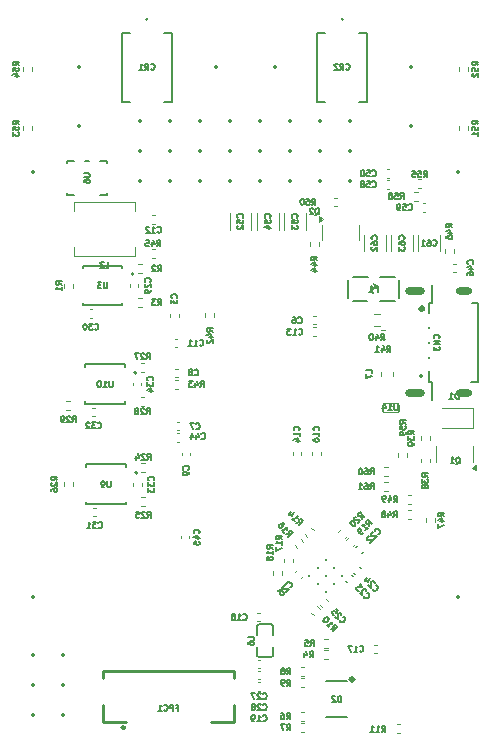
<source format=gbr>
%TF.GenerationSoftware,KiCad,Pcbnew,8.0.5*%
%TF.CreationDate,2024-11-08T19:29:56+08:00*%
%TF.ProjectId,STM32H730,53544d33-3248-4373-9330-2e6b69636164,rev?*%
%TF.SameCoordinates,Original*%
%TF.FileFunction,Legend,Bot*%
%TF.FilePolarity,Positive*%
%FSLAX46Y46*%
G04 Gerber Fmt 4.6, Leading zero omitted, Abs format (unit mm)*
G04 Created by KiCad (PCBNEW 8.0.5) date 2024-11-08 19:29:56*
%MOMM*%
%LPD*%
G01*
G04 APERTURE LIST*
%ADD10C,0.127000*%
%ADD11C,0.120000*%
%ADD12C,0.152400*%
%ADD13C,0.100000*%
%ADD14C,0.080000*%
%ADD15C,0.152500*%
%ADD16C,0.300000*%
%ADD17C,0.152000*%
%ADD18C,0.254000*%
%ADD19C,0.350000*%
%ADD20O,1.700000X0.600000*%
%ADD21O,1.400000X0.600000*%
%ADD22C,0.200000*%
G04 APERTURE END LIST*
D10*
X123280025Y-50023428D02*
X123304216Y-49999237D01*
X123304216Y-49999237D02*
X123328406Y-49926666D01*
X123328406Y-49926666D02*
X123328406Y-49878285D01*
X123328406Y-49878285D02*
X123304216Y-49805713D01*
X123304216Y-49805713D02*
X123255835Y-49757332D01*
X123255835Y-49757332D02*
X123207454Y-49733142D01*
X123207454Y-49733142D02*
X123110692Y-49708951D01*
X123110692Y-49708951D02*
X123038120Y-49708951D01*
X123038120Y-49708951D02*
X122941358Y-49733142D01*
X122941358Y-49733142D02*
X122892977Y-49757332D01*
X122892977Y-49757332D02*
X122844596Y-49805713D01*
X122844596Y-49805713D02*
X122820406Y-49878285D01*
X122820406Y-49878285D02*
X122820406Y-49926666D01*
X122820406Y-49926666D02*
X122844596Y-49999237D01*
X122844596Y-49999237D02*
X122868787Y-50023428D01*
X122989739Y-50458856D02*
X123328406Y-50458856D01*
X122796216Y-50337904D02*
X123159073Y-50216951D01*
X123159073Y-50216951D02*
X123159073Y-50531428D01*
X122820406Y-50942666D02*
X122820406Y-50845904D01*
X122820406Y-50845904D02*
X122844596Y-50797523D01*
X122844596Y-50797523D02*
X122868787Y-50773333D01*
X122868787Y-50773333D02*
X122941358Y-50724952D01*
X122941358Y-50724952D02*
X123038120Y-50700761D01*
X123038120Y-50700761D02*
X123231644Y-50700761D01*
X123231644Y-50700761D02*
X123280025Y-50724952D01*
X123280025Y-50724952D02*
X123304216Y-50749142D01*
X123304216Y-50749142D02*
X123328406Y-50797523D01*
X123328406Y-50797523D02*
X123328406Y-50894285D01*
X123328406Y-50894285D02*
X123304216Y-50942666D01*
X123304216Y-50942666D02*
X123280025Y-50966857D01*
X123280025Y-50966857D02*
X123231644Y-50991047D01*
X123231644Y-50991047D02*
X123110692Y-50991047D01*
X123110692Y-50991047D02*
X123062311Y-50966857D01*
X123062311Y-50966857D02*
X123038120Y-50942666D01*
X123038120Y-50942666D02*
X123013930Y-50894285D01*
X123013930Y-50894285D02*
X123013930Y-50797523D01*
X123013930Y-50797523D02*
X123038120Y-50749142D01*
X123038120Y-50749142D02*
X123062311Y-50724952D01*
X123062311Y-50724952D02*
X123110692Y-50700761D01*
X120828406Y-71398428D02*
X120586501Y-71229094D01*
X120828406Y-71108142D02*
X120320406Y-71108142D01*
X120320406Y-71108142D02*
X120320406Y-71301666D01*
X120320406Y-71301666D02*
X120344596Y-71350047D01*
X120344596Y-71350047D02*
X120368787Y-71374237D01*
X120368787Y-71374237D02*
X120417168Y-71398428D01*
X120417168Y-71398428D02*
X120489739Y-71398428D01*
X120489739Y-71398428D02*
X120538120Y-71374237D01*
X120538120Y-71374237D02*
X120562311Y-71350047D01*
X120562311Y-71350047D02*
X120586501Y-71301666D01*
X120586501Y-71301666D02*
X120586501Y-71108142D01*
X120489739Y-71833856D02*
X120828406Y-71833856D01*
X120296216Y-71712904D02*
X120659073Y-71591951D01*
X120659073Y-71591951D02*
X120659073Y-71906428D01*
X120320406Y-72051571D02*
X120320406Y-72390238D01*
X120320406Y-72390238D02*
X120828406Y-72172523D01*
X95940025Y-51546029D02*
X95964216Y-51521838D01*
X95964216Y-51521838D02*
X95988406Y-51449267D01*
X95988406Y-51449267D02*
X95988406Y-51400886D01*
X95988406Y-51400886D02*
X95964216Y-51328314D01*
X95964216Y-51328314D02*
X95915835Y-51279933D01*
X95915835Y-51279933D02*
X95867454Y-51255743D01*
X95867454Y-51255743D02*
X95770692Y-51231552D01*
X95770692Y-51231552D02*
X95698120Y-51231552D01*
X95698120Y-51231552D02*
X95601358Y-51255743D01*
X95601358Y-51255743D02*
X95552977Y-51279933D01*
X95552977Y-51279933D02*
X95504596Y-51328314D01*
X95504596Y-51328314D02*
X95480406Y-51400886D01*
X95480406Y-51400886D02*
X95480406Y-51449267D01*
X95480406Y-51449267D02*
X95504596Y-51521838D01*
X95504596Y-51521838D02*
X95528787Y-51546029D01*
X95528787Y-51739552D02*
X95504596Y-51763743D01*
X95504596Y-51763743D02*
X95480406Y-51812124D01*
X95480406Y-51812124D02*
X95480406Y-51933076D01*
X95480406Y-51933076D02*
X95504596Y-51981457D01*
X95504596Y-51981457D02*
X95528787Y-52005648D01*
X95528787Y-52005648D02*
X95577168Y-52029838D01*
X95577168Y-52029838D02*
X95625549Y-52029838D01*
X95625549Y-52029838D02*
X95698120Y-52005648D01*
X95698120Y-52005648D02*
X95988406Y-51715362D01*
X95988406Y-51715362D02*
X95988406Y-52029838D01*
X95988406Y-52271743D02*
X95988406Y-52368505D01*
X95988406Y-52368505D02*
X95964216Y-52416886D01*
X95964216Y-52416886D02*
X95940025Y-52441077D01*
X95940025Y-52441077D02*
X95867454Y-52489458D01*
X95867454Y-52489458D02*
X95770692Y-52513648D01*
X95770692Y-52513648D02*
X95577168Y-52513648D01*
X95577168Y-52513648D02*
X95528787Y-52489458D01*
X95528787Y-52489458D02*
X95504596Y-52465267D01*
X95504596Y-52465267D02*
X95480406Y-52416886D01*
X95480406Y-52416886D02*
X95480406Y-52320124D01*
X95480406Y-52320124D02*
X95504596Y-52271743D01*
X95504596Y-52271743D02*
X95528787Y-52247553D01*
X95528787Y-52247553D02*
X95577168Y-52223362D01*
X95577168Y-52223362D02*
X95698120Y-52223362D01*
X95698120Y-52223362D02*
X95746501Y-52247553D01*
X95746501Y-52247553D02*
X95770692Y-52271743D01*
X95770692Y-52271743D02*
X95794882Y-52320124D01*
X95794882Y-52320124D02*
X95794882Y-52416886D01*
X95794882Y-52416886D02*
X95770692Y-52465267D01*
X95770692Y-52465267D02*
X95746501Y-52489458D01*
X95746501Y-52489458D02*
X95698120Y-52513648D01*
X109507866Y-82397406D02*
X109677200Y-82155501D01*
X109798152Y-82397406D02*
X109798152Y-81889406D01*
X109798152Y-81889406D02*
X109604628Y-81889406D01*
X109604628Y-81889406D02*
X109556247Y-81913596D01*
X109556247Y-81913596D02*
X109532057Y-81937787D01*
X109532057Y-81937787D02*
X109507866Y-81986168D01*
X109507866Y-81986168D02*
X109507866Y-82058739D01*
X109507866Y-82058739D02*
X109532057Y-82107120D01*
X109532057Y-82107120D02*
X109556247Y-82131311D01*
X109556247Y-82131311D02*
X109604628Y-82155501D01*
X109604628Y-82155501D02*
X109798152Y-82155501D01*
X109048247Y-81889406D02*
X109290152Y-81889406D01*
X109290152Y-81889406D02*
X109314343Y-82131311D01*
X109314343Y-82131311D02*
X109290152Y-82107120D01*
X109290152Y-82107120D02*
X109241771Y-82082930D01*
X109241771Y-82082930D02*
X109120819Y-82082930D01*
X109120819Y-82082930D02*
X109072438Y-82107120D01*
X109072438Y-82107120D02*
X109048247Y-82131311D01*
X109048247Y-82131311D02*
X109024057Y-82179692D01*
X109024057Y-82179692D02*
X109024057Y-82300644D01*
X109024057Y-82300644D02*
X109048247Y-82349025D01*
X109048247Y-82349025D02*
X109072438Y-82373216D01*
X109072438Y-82373216D02*
X109120819Y-82397406D01*
X109120819Y-82397406D02*
X109241771Y-82397406D01*
X109241771Y-82397406D02*
X109290152Y-82373216D01*
X109290152Y-82373216D02*
X109314343Y-82349025D01*
X91257571Y-55562626D02*
X91281762Y-55586817D01*
X91281762Y-55586817D02*
X91354333Y-55611007D01*
X91354333Y-55611007D02*
X91402714Y-55611007D01*
X91402714Y-55611007D02*
X91475286Y-55586817D01*
X91475286Y-55586817D02*
X91523667Y-55538436D01*
X91523667Y-55538436D02*
X91547857Y-55490055D01*
X91547857Y-55490055D02*
X91572048Y-55393293D01*
X91572048Y-55393293D02*
X91572048Y-55320721D01*
X91572048Y-55320721D02*
X91547857Y-55223959D01*
X91547857Y-55223959D02*
X91523667Y-55175578D01*
X91523667Y-55175578D02*
X91475286Y-55127197D01*
X91475286Y-55127197D02*
X91402714Y-55103007D01*
X91402714Y-55103007D02*
X91354333Y-55103007D01*
X91354333Y-55103007D02*
X91281762Y-55127197D01*
X91281762Y-55127197D02*
X91257571Y-55151388D01*
X91088238Y-55103007D02*
X90773762Y-55103007D01*
X90773762Y-55103007D02*
X90943095Y-55296531D01*
X90943095Y-55296531D02*
X90870524Y-55296531D01*
X90870524Y-55296531D02*
X90822143Y-55320721D01*
X90822143Y-55320721D02*
X90797952Y-55344912D01*
X90797952Y-55344912D02*
X90773762Y-55393293D01*
X90773762Y-55393293D02*
X90773762Y-55514245D01*
X90773762Y-55514245D02*
X90797952Y-55562626D01*
X90797952Y-55562626D02*
X90822143Y-55586817D01*
X90822143Y-55586817D02*
X90870524Y-55611007D01*
X90870524Y-55611007D02*
X91015667Y-55611007D01*
X91015667Y-55611007D02*
X91064048Y-55586817D01*
X91064048Y-55586817D02*
X91088238Y-55562626D01*
X90459285Y-55103007D02*
X90410904Y-55103007D01*
X90410904Y-55103007D02*
X90362523Y-55127197D01*
X90362523Y-55127197D02*
X90338333Y-55151388D01*
X90338333Y-55151388D02*
X90314142Y-55199769D01*
X90314142Y-55199769D02*
X90289952Y-55296531D01*
X90289952Y-55296531D02*
X90289952Y-55417483D01*
X90289952Y-55417483D02*
X90314142Y-55514245D01*
X90314142Y-55514245D02*
X90338333Y-55562626D01*
X90338333Y-55562626D02*
X90362523Y-55586817D01*
X90362523Y-55586817D02*
X90410904Y-55611007D01*
X90410904Y-55611007D02*
X90459285Y-55611007D01*
X90459285Y-55611007D02*
X90507666Y-55586817D01*
X90507666Y-55586817D02*
X90531857Y-55562626D01*
X90531857Y-55562626D02*
X90556047Y-55514245D01*
X90556047Y-55514245D02*
X90580238Y-55417483D01*
X90580238Y-55417483D02*
X90580238Y-55296531D01*
X90580238Y-55296531D02*
X90556047Y-55199769D01*
X90556047Y-55199769D02*
X90531857Y-55151388D01*
X90531857Y-55151388D02*
X90507666Y-55127197D01*
X90507666Y-55127197D02*
X90459285Y-55103007D01*
X114061223Y-78187018D02*
X114061223Y-78221228D01*
X114061223Y-78221228D02*
X114095434Y-78289649D01*
X114095434Y-78289649D02*
X114129644Y-78323860D01*
X114129644Y-78323860D02*
X114198065Y-78358070D01*
X114198065Y-78358070D02*
X114266486Y-78358070D01*
X114266486Y-78358070D02*
X114317802Y-78340965D01*
X114317802Y-78340965D02*
X114403328Y-78289649D01*
X114403328Y-78289649D02*
X114454644Y-78238334D01*
X114454644Y-78238334D02*
X114505960Y-78152807D01*
X114505960Y-78152807D02*
X114523065Y-78101492D01*
X114523065Y-78101492D02*
X114523065Y-78033071D01*
X114523065Y-78033071D02*
X114488855Y-77964650D01*
X114488855Y-77964650D02*
X114454644Y-77930439D01*
X114454644Y-77930439D02*
X114386223Y-77896229D01*
X114386223Y-77896229D02*
X114352013Y-77896229D01*
X114215171Y-77759387D02*
X114215171Y-77725176D01*
X114215171Y-77725176D02*
X114198065Y-77673860D01*
X114198065Y-77673860D02*
X114112539Y-77588334D01*
X114112539Y-77588334D02*
X114061223Y-77571229D01*
X114061223Y-77571229D02*
X114027013Y-77571229D01*
X114027013Y-77571229D02*
X113975697Y-77588334D01*
X113975697Y-77588334D02*
X113941487Y-77622545D01*
X113941487Y-77622545D02*
X113907276Y-77690966D01*
X113907276Y-77690966D02*
X113907276Y-78101492D01*
X113907276Y-78101492D02*
X113684908Y-77879123D01*
X113924381Y-77400176D02*
X113702013Y-77177808D01*
X113702013Y-77177808D02*
X113684908Y-77434387D01*
X113684908Y-77434387D02*
X113633592Y-77383071D01*
X113633592Y-77383071D02*
X113582276Y-77365966D01*
X113582276Y-77365966D02*
X113548066Y-77365966D01*
X113548066Y-77365966D02*
X113496750Y-77383071D01*
X113496750Y-77383071D02*
X113411224Y-77468597D01*
X113411224Y-77468597D02*
X113394118Y-77519913D01*
X113394118Y-77519913D02*
X113394118Y-77554123D01*
X113394118Y-77554123D02*
X113411224Y-77605439D01*
X113411224Y-77605439D02*
X113513855Y-77708071D01*
X113513855Y-77708071D02*
X113565171Y-77725176D01*
X113565171Y-77725176D02*
X113599381Y-77725176D01*
X96165025Y-59898428D02*
X96189216Y-59874237D01*
X96189216Y-59874237D02*
X96213406Y-59801666D01*
X96213406Y-59801666D02*
X96213406Y-59753285D01*
X96213406Y-59753285D02*
X96189216Y-59680713D01*
X96189216Y-59680713D02*
X96140835Y-59632332D01*
X96140835Y-59632332D02*
X96092454Y-59608142D01*
X96092454Y-59608142D02*
X95995692Y-59583951D01*
X95995692Y-59583951D02*
X95923120Y-59583951D01*
X95923120Y-59583951D02*
X95826358Y-59608142D01*
X95826358Y-59608142D02*
X95777977Y-59632332D01*
X95777977Y-59632332D02*
X95729596Y-59680713D01*
X95729596Y-59680713D02*
X95705406Y-59753285D01*
X95705406Y-59753285D02*
X95705406Y-59801666D01*
X95705406Y-59801666D02*
X95729596Y-59874237D01*
X95729596Y-59874237D02*
X95753787Y-59898428D01*
X95705406Y-60067761D02*
X95705406Y-60382237D01*
X95705406Y-60382237D02*
X95898930Y-60212904D01*
X95898930Y-60212904D02*
X95898930Y-60285475D01*
X95898930Y-60285475D02*
X95923120Y-60333856D01*
X95923120Y-60333856D02*
X95947311Y-60358047D01*
X95947311Y-60358047D02*
X95995692Y-60382237D01*
X95995692Y-60382237D02*
X96116644Y-60382237D01*
X96116644Y-60382237D02*
X96165025Y-60358047D01*
X96165025Y-60358047D02*
X96189216Y-60333856D01*
X96189216Y-60333856D02*
X96213406Y-60285475D01*
X96213406Y-60285475D02*
X96213406Y-60140332D01*
X96213406Y-60140332D02*
X96189216Y-60091951D01*
X96189216Y-60091951D02*
X96165025Y-60067761D01*
X95874739Y-60817666D02*
X96213406Y-60817666D01*
X95681216Y-60696714D02*
X96044073Y-60575761D01*
X96044073Y-60575761D02*
X96044073Y-60890238D01*
X108405025Y-46123428D02*
X108429216Y-46099237D01*
X108429216Y-46099237D02*
X108453406Y-46026666D01*
X108453406Y-46026666D02*
X108453406Y-45978285D01*
X108453406Y-45978285D02*
X108429216Y-45905713D01*
X108429216Y-45905713D02*
X108380835Y-45857332D01*
X108380835Y-45857332D02*
X108332454Y-45833142D01*
X108332454Y-45833142D02*
X108235692Y-45808951D01*
X108235692Y-45808951D02*
X108163120Y-45808951D01*
X108163120Y-45808951D02*
X108066358Y-45833142D01*
X108066358Y-45833142D02*
X108017977Y-45857332D01*
X108017977Y-45857332D02*
X107969596Y-45905713D01*
X107969596Y-45905713D02*
X107945406Y-45978285D01*
X107945406Y-45978285D02*
X107945406Y-46026666D01*
X107945406Y-46026666D02*
X107969596Y-46099237D01*
X107969596Y-46099237D02*
X107993787Y-46123428D01*
X107945406Y-46583047D02*
X107945406Y-46341142D01*
X107945406Y-46341142D02*
X108187311Y-46316951D01*
X108187311Y-46316951D02*
X108163120Y-46341142D01*
X108163120Y-46341142D02*
X108138930Y-46389523D01*
X108138930Y-46389523D02*
X108138930Y-46510475D01*
X108138930Y-46510475D02*
X108163120Y-46558856D01*
X108163120Y-46558856D02*
X108187311Y-46583047D01*
X108187311Y-46583047D02*
X108235692Y-46607237D01*
X108235692Y-46607237D02*
X108356644Y-46607237D01*
X108356644Y-46607237D02*
X108405025Y-46583047D01*
X108405025Y-46583047D02*
X108429216Y-46558856D01*
X108429216Y-46558856D02*
X108453406Y-46510475D01*
X108453406Y-46510475D02*
X108453406Y-46389523D01*
X108453406Y-46389523D02*
X108429216Y-46341142D01*
X108429216Y-46341142D02*
X108405025Y-46316951D01*
X107945406Y-46776571D02*
X107945406Y-47091047D01*
X107945406Y-47091047D02*
X108138930Y-46921714D01*
X108138930Y-46921714D02*
X108138930Y-46994285D01*
X108138930Y-46994285D02*
X108163120Y-47042666D01*
X108163120Y-47042666D02*
X108187311Y-47066857D01*
X108187311Y-47066857D02*
X108235692Y-47091047D01*
X108235692Y-47091047D02*
X108356644Y-47091047D01*
X108356644Y-47091047D02*
X108405025Y-47066857D01*
X108405025Y-47066857D02*
X108429216Y-47042666D01*
X108429216Y-47042666D02*
X108453406Y-46994285D01*
X108453406Y-46994285D02*
X108453406Y-46849142D01*
X108453406Y-46849142D02*
X108429216Y-46800761D01*
X108429216Y-46800761D02*
X108405025Y-46776571D01*
X110078406Y-49723428D02*
X109836501Y-49554094D01*
X110078406Y-49433142D02*
X109570406Y-49433142D01*
X109570406Y-49433142D02*
X109570406Y-49626666D01*
X109570406Y-49626666D02*
X109594596Y-49675047D01*
X109594596Y-49675047D02*
X109618787Y-49699237D01*
X109618787Y-49699237D02*
X109667168Y-49723428D01*
X109667168Y-49723428D02*
X109739739Y-49723428D01*
X109739739Y-49723428D02*
X109788120Y-49699237D01*
X109788120Y-49699237D02*
X109812311Y-49675047D01*
X109812311Y-49675047D02*
X109836501Y-49626666D01*
X109836501Y-49626666D02*
X109836501Y-49433142D01*
X109739739Y-50158856D02*
X110078406Y-50158856D01*
X109546216Y-50037904D02*
X109909073Y-49916951D01*
X109909073Y-49916951D02*
X109909073Y-50231428D01*
X109739739Y-50642666D02*
X110078406Y-50642666D01*
X109546216Y-50521714D02*
X109909073Y-50400761D01*
X109909073Y-50400761D02*
X109909073Y-50715238D01*
X99709666Y-59438225D02*
X99733857Y-59462416D01*
X99733857Y-59462416D02*
X99806428Y-59486606D01*
X99806428Y-59486606D02*
X99854809Y-59486606D01*
X99854809Y-59486606D02*
X99927381Y-59462416D01*
X99927381Y-59462416D02*
X99975762Y-59414035D01*
X99975762Y-59414035D02*
X99999952Y-59365654D01*
X99999952Y-59365654D02*
X100024143Y-59268892D01*
X100024143Y-59268892D02*
X100024143Y-59196320D01*
X100024143Y-59196320D02*
X99999952Y-59099558D01*
X99999952Y-59099558D02*
X99975762Y-59051177D01*
X99975762Y-59051177D02*
X99927381Y-59002796D01*
X99927381Y-59002796D02*
X99854809Y-58978606D01*
X99854809Y-58978606D02*
X99806428Y-58978606D01*
X99806428Y-58978606D02*
X99733857Y-59002796D01*
X99733857Y-59002796D02*
X99709666Y-59026987D01*
X99419381Y-59196320D02*
X99467762Y-59172130D01*
X99467762Y-59172130D02*
X99491952Y-59147939D01*
X99491952Y-59147939D02*
X99516143Y-59099558D01*
X99516143Y-59099558D02*
X99516143Y-59075368D01*
X99516143Y-59075368D02*
X99491952Y-59026987D01*
X99491952Y-59026987D02*
X99467762Y-59002796D01*
X99467762Y-59002796D02*
X99419381Y-58978606D01*
X99419381Y-58978606D02*
X99322619Y-58978606D01*
X99322619Y-58978606D02*
X99274238Y-59002796D01*
X99274238Y-59002796D02*
X99250047Y-59026987D01*
X99250047Y-59026987D02*
X99225857Y-59075368D01*
X99225857Y-59075368D02*
X99225857Y-59099558D01*
X99225857Y-59099558D02*
X99250047Y-59147939D01*
X99250047Y-59147939D02*
X99274238Y-59172130D01*
X99274238Y-59172130D02*
X99322619Y-59196320D01*
X99322619Y-59196320D02*
X99419381Y-59196320D01*
X99419381Y-59196320D02*
X99467762Y-59220511D01*
X99467762Y-59220511D02*
X99491952Y-59244701D01*
X99491952Y-59244701D02*
X99516143Y-59293082D01*
X99516143Y-59293082D02*
X99516143Y-59389844D01*
X99516143Y-59389844D02*
X99491952Y-59438225D01*
X99491952Y-59438225D02*
X99467762Y-59462416D01*
X99467762Y-59462416D02*
X99419381Y-59486606D01*
X99419381Y-59486606D02*
X99322619Y-59486606D01*
X99322619Y-59486606D02*
X99274238Y-59462416D01*
X99274238Y-59462416D02*
X99250047Y-59438225D01*
X99250047Y-59438225D02*
X99225857Y-59389844D01*
X99225857Y-59389844D02*
X99225857Y-59293082D01*
X99225857Y-59293082D02*
X99250047Y-59244701D01*
X99250047Y-59244701D02*
X99274238Y-59220511D01*
X99274238Y-59220511D02*
X99322619Y-59196320D01*
X116576571Y-70178406D02*
X116745905Y-69936501D01*
X116866857Y-70178406D02*
X116866857Y-69670406D01*
X116866857Y-69670406D02*
X116673333Y-69670406D01*
X116673333Y-69670406D02*
X116624952Y-69694596D01*
X116624952Y-69694596D02*
X116600762Y-69718787D01*
X116600762Y-69718787D02*
X116576571Y-69767168D01*
X116576571Y-69767168D02*
X116576571Y-69839739D01*
X116576571Y-69839739D02*
X116600762Y-69888120D01*
X116600762Y-69888120D02*
X116624952Y-69912311D01*
X116624952Y-69912311D02*
X116673333Y-69936501D01*
X116673333Y-69936501D02*
X116866857Y-69936501D01*
X116141143Y-69839739D02*
X116141143Y-70178406D01*
X116262095Y-69646216D02*
X116383048Y-70009073D01*
X116383048Y-70009073D02*
X116068571Y-70009073D01*
X115850857Y-70178406D02*
X115754095Y-70178406D01*
X115754095Y-70178406D02*
X115705714Y-70154216D01*
X115705714Y-70154216D02*
X115681523Y-70130025D01*
X115681523Y-70130025D02*
X115633142Y-70057454D01*
X115633142Y-70057454D02*
X115608952Y-69960692D01*
X115608952Y-69960692D02*
X115608952Y-69767168D01*
X115608952Y-69767168D02*
X115633142Y-69718787D01*
X115633142Y-69718787D02*
X115657333Y-69694596D01*
X115657333Y-69694596D02*
X115705714Y-69670406D01*
X115705714Y-69670406D02*
X115802476Y-69670406D01*
X115802476Y-69670406D02*
X115850857Y-69694596D01*
X115850857Y-69694596D02*
X115875047Y-69718787D01*
X115875047Y-69718787D02*
X115899238Y-69767168D01*
X115899238Y-69767168D02*
X115899238Y-69888120D01*
X115899238Y-69888120D02*
X115875047Y-69936501D01*
X115875047Y-69936501D02*
X115850857Y-69960692D01*
X115850857Y-69960692D02*
X115802476Y-69984882D01*
X115802476Y-69984882D02*
X115705714Y-69984882D01*
X115705714Y-69984882D02*
X115657333Y-69960692D01*
X115657333Y-69960692D02*
X115633142Y-69936501D01*
X115633142Y-69936501D02*
X115608952Y-69888120D01*
X92778952Y-59945405D02*
X92778952Y-60356643D01*
X92778952Y-60356643D02*
X92754762Y-60405024D01*
X92754762Y-60405024D02*
X92730571Y-60429215D01*
X92730571Y-60429215D02*
X92682190Y-60453405D01*
X92682190Y-60453405D02*
X92585428Y-60453405D01*
X92585428Y-60453405D02*
X92537047Y-60429215D01*
X92537047Y-60429215D02*
X92512857Y-60405024D01*
X92512857Y-60405024D02*
X92488666Y-60356643D01*
X92488666Y-60356643D02*
X92488666Y-59945405D01*
X91980667Y-60453405D02*
X92270953Y-60453405D01*
X92125810Y-60453405D02*
X92125810Y-59945405D01*
X92125810Y-59945405D02*
X92174191Y-60017976D01*
X92174191Y-60017976D02*
X92222572Y-60066357D01*
X92222572Y-60066357D02*
X92270953Y-60090548D01*
X91666190Y-59945405D02*
X91617809Y-59945405D01*
X91617809Y-59945405D02*
X91569428Y-59969595D01*
X91569428Y-59969595D02*
X91545238Y-59993786D01*
X91545238Y-59993786D02*
X91521047Y-60042167D01*
X91521047Y-60042167D02*
X91496857Y-60138929D01*
X91496857Y-60138929D02*
X91496857Y-60259881D01*
X91496857Y-60259881D02*
X91521047Y-60356643D01*
X91521047Y-60356643D02*
X91545238Y-60405024D01*
X91545238Y-60405024D02*
X91569428Y-60429215D01*
X91569428Y-60429215D02*
X91617809Y-60453405D01*
X91617809Y-60453405D02*
X91666190Y-60453405D01*
X91666190Y-60453405D02*
X91714571Y-60429215D01*
X91714571Y-60429215D02*
X91738762Y-60405024D01*
X91738762Y-60405024D02*
X91762952Y-60356643D01*
X91762952Y-60356643D02*
X91787143Y-60259881D01*
X91787143Y-60259881D02*
X91787143Y-60138929D01*
X91787143Y-60138929D02*
X91762952Y-60042167D01*
X91762952Y-60042167D02*
X91738762Y-59993786D01*
X91738762Y-59993786D02*
X91714571Y-59969595D01*
X91714571Y-59969595D02*
X91666190Y-59945405D01*
X114751571Y-42565025D02*
X114775762Y-42589216D01*
X114775762Y-42589216D02*
X114848333Y-42613406D01*
X114848333Y-42613406D02*
X114896714Y-42613406D01*
X114896714Y-42613406D02*
X114969286Y-42589216D01*
X114969286Y-42589216D02*
X115017667Y-42540835D01*
X115017667Y-42540835D02*
X115041857Y-42492454D01*
X115041857Y-42492454D02*
X115066048Y-42395692D01*
X115066048Y-42395692D02*
X115066048Y-42323120D01*
X115066048Y-42323120D02*
X115041857Y-42226358D01*
X115041857Y-42226358D02*
X115017667Y-42177977D01*
X115017667Y-42177977D02*
X114969286Y-42129596D01*
X114969286Y-42129596D02*
X114896714Y-42105406D01*
X114896714Y-42105406D02*
X114848333Y-42105406D01*
X114848333Y-42105406D02*
X114775762Y-42129596D01*
X114775762Y-42129596D02*
X114751571Y-42153787D01*
X114291952Y-42105406D02*
X114533857Y-42105406D01*
X114533857Y-42105406D02*
X114558048Y-42347311D01*
X114558048Y-42347311D02*
X114533857Y-42323120D01*
X114533857Y-42323120D02*
X114485476Y-42298930D01*
X114485476Y-42298930D02*
X114364524Y-42298930D01*
X114364524Y-42298930D02*
X114316143Y-42323120D01*
X114316143Y-42323120D02*
X114291952Y-42347311D01*
X114291952Y-42347311D02*
X114267762Y-42395692D01*
X114267762Y-42395692D02*
X114267762Y-42516644D01*
X114267762Y-42516644D02*
X114291952Y-42565025D01*
X114291952Y-42565025D02*
X114316143Y-42589216D01*
X114316143Y-42589216D02*
X114364524Y-42613406D01*
X114364524Y-42613406D02*
X114485476Y-42613406D01*
X114485476Y-42613406D02*
X114533857Y-42589216D01*
X114533857Y-42589216D02*
X114558048Y-42565025D01*
X113953285Y-42105406D02*
X113904904Y-42105406D01*
X113904904Y-42105406D02*
X113856523Y-42129596D01*
X113856523Y-42129596D02*
X113832333Y-42153787D01*
X113832333Y-42153787D02*
X113808142Y-42202168D01*
X113808142Y-42202168D02*
X113783952Y-42298930D01*
X113783952Y-42298930D02*
X113783952Y-42419882D01*
X113783952Y-42419882D02*
X113808142Y-42516644D01*
X113808142Y-42516644D02*
X113832333Y-42565025D01*
X113832333Y-42565025D02*
X113856523Y-42589216D01*
X113856523Y-42589216D02*
X113904904Y-42613406D01*
X113904904Y-42613406D02*
X113953285Y-42613406D01*
X113953285Y-42613406D02*
X114001666Y-42589216D01*
X114001666Y-42589216D02*
X114025857Y-42565025D01*
X114025857Y-42565025D02*
X114050047Y-42516644D01*
X114050047Y-42516644D02*
X114074238Y-42419882D01*
X114074238Y-42419882D02*
X114074238Y-42298930D01*
X114074238Y-42298930D02*
X114050047Y-42202168D01*
X114050047Y-42202168D02*
X114025857Y-42153787D01*
X114025857Y-42153787D02*
X114001666Y-42129596D01*
X114001666Y-42129596D02*
X113953285Y-42105406D01*
X99189225Y-67453933D02*
X99213416Y-67429742D01*
X99213416Y-67429742D02*
X99237606Y-67357171D01*
X99237606Y-67357171D02*
X99237606Y-67308790D01*
X99237606Y-67308790D02*
X99213416Y-67236218D01*
X99213416Y-67236218D02*
X99165035Y-67187837D01*
X99165035Y-67187837D02*
X99116654Y-67163647D01*
X99116654Y-67163647D02*
X99019892Y-67139456D01*
X99019892Y-67139456D02*
X98947320Y-67139456D01*
X98947320Y-67139456D02*
X98850558Y-67163647D01*
X98850558Y-67163647D02*
X98802177Y-67187837D01*
X98802177Y-67187837D02*
X98753796Y-67236218D01*
X98753796Y-67236218D02*
X98729606Y-67308790D01*
X98729606Y-67308790D02*
X98729606Y-67357171D01*
X98729606Y-67357171D02*
X98753796Y-67429742D01*
X98753796Y-67429742D02*
X98777987Y-67453933D01*
X99237606Y-67695837D02*
X99237606Y-67792599D01*
X99237606Y-67792599D02*
X99213416Y-67840980D01*
X99213416Y-67840980D02*
X99189225Y-67865171D01*
X99189225Y-67865171D02*
X99116654Y-67913552D01*
X99116654Y-67913552D02*
X99019892Y-67937742D01*
X99019892Y-67937742D02*
X98826368Y-67937742D01*
X98826368Y-67937742D02*
X98777987Y-67913552D01*
X98777987Y-67913552D02*
X98753796Y-67889361D01*
X98753796Y-67889361D02*
X98729606Y-67840980D01*
X98729606Y-67840980D02*
X98729606Y-67744218D01*
X98729606Y-67744218D02*
X98753796Y-67695837D01*
X98753796Y-67695837D02*
X98777987Y-67671647D01*
X98777987Y-67671647D02*
X98826368Y-67647456D01*
X98826368Y-67647456D02*
X98947320Y-67647456D01*
X98947320Y-67647456D02*
X98995701Y-67671647D01*
X98995701Y-67671647D02*
X99019892Y-67695837D01*
X99019892Y-67695837D02*
X99044082Y-67744218D01*
X99044082Y-67744218D02*
X99044082Y-67840980D01*
X99044082Y-67840980D02*
X99019892Y-67889361D01*
X99019892Y-67889361D02*
X98995701Y-67913552D01*
X98995701Y-67913552D02*
X98947320Y-67937742D01*
X96013666Y-33555025D02*
X96037857Y-33579216D01*
X96037857Y-33579216D02*
X96110428Y-33603406D01*
X96110428Y-33603406D02*
X96158809Y-33603406D01*
X96158809Y-33603406D02*
X96231381Y-33579216D01*
X96231381Y-33579216D02*
X96279762Y-33530835D01*
X96279762Y-33530835D02*
X96303952Y-33482454D01*
X96303952Y-33482454D02*
X96328143Y-33385692D01*
X96328143Y-33385692D02*
X96328143Y-33313120D01*
X96328143Y-33313120D02*
X96303952Y-33216358D01*
X96303952Y-33216358D02*
X96279762Y-33167977D01*
X96279762Y-33167977D02*
X96231381Y-33119596D01*
X96231381Y-33119596D02*
X96158809Y-33095406D01*
X96158809Y-33095406D02*
X96110428Y-33095406D01*
X96110428Y-33095406D02*
X96037857Y-33119596D01*
X96037857Y-33119596D02*
X96013666Y-33143787D01*
X95505666Y-33603406D02*
X95675000Y-33361501D01*
X95795952Y-33603406D02*
X95795952Y-33095406D01*
X95795952Y-33095406D02*
X95602428Y-33095406D01*
X95602428Y-33095406D02*
X95554047Y-33119596D01*
X95554047Y-33119596D02*
X95529857Y-33143787D01*
X95529857Y-33143787D02*
X95505666Y-33192168D01*
X95505666Y-33192168D02*
X95505666Y-33264739D01*
X95505666Y-33264739D02*
X95529857Y-33313120D01*
X95529857Y-33313120D02*
X95554047Y-33337311D01*
X95554047Y-33337311D02*
X95602428Y-33361501D01*
X95602428Y-33361501D02*
X95795952Y-33361501D01*
X95021857Y-33603406D02*
X95312143Y-33603406D01*
X95167000Y-33603406D02*
X95167000Y-33095406D01*
X95167000Y-33095406D02*
X95215381Y-33167977D01*
X95215381Y-33167977D02*
X95263762Y-33216358D01*
X95263762Y-33216358D02*
X95312143Y-33240549D01*
X108324213Y-71969628D02*
X108615002Y-71918313D01*
X108529476Y-72174891D02*
X108888686Y-71815681D01*
X108888686Y-71815681D02*
X108751844Y-71678839D01*
X108751844Y-71678839D02*
X108700528Y-71661734D01*
X108700528Y-71661734D02*
X108666318Y-71661734D01*
X108666318Y-71661734D02*
X108615002Y-71678839D01*
X108615002Y-71678839D02*
X108563686Y-71730155D01*
X108563686Y-71730155D02*
X108546581Y-71781471D01*
X108546581Y-71781471D02*
X108546581Y-71815681D01*
X108546581Y-71815681D02*
X108563686Y-71866997D01*
X108563686Y-71866997D02*
X108700528Y-72003839D01*
X107982108Y-71627523D02*
X108187371Y-71832786D01*
X108084739Y-71730155D02*
X108443950Y-71370945D01*
X108443950Y-71370945D02*
X108426844Y-71456471D01*
X108426844Y-71456471D02*
X108426844Y-71524892D01*
X108426844Y-71524892D02*
X108443950Y-71576208D01*
X107913687Y-71080155D02*
X107674213Y-71319629D01*
X108136055Y-71028839D02*
X107965002Y-71370944D01*
X107965002Y-71370944D02*
X107742634Y-71148576D01*
X90331887Y-42374496D02*
X90743125Y-42374496D01*
X90743125Y-42374496D02*
X90791506Y-42398686D01*
X90791506Y-42398686D02*
X90815697Y-42422877D01*
X90815697Y-42422877D02*
X90839887Y-42471258D01*
X90839887Y-42471258D02*
X90839887Y-42568020D01*
X90839887Y-42568020D02*
X90815697Y-42616401D01*
X90815697Y-42616401D02*
X90791506Y-42640591D01*
X90791506Y-42640591D02*
X90743125Y-42664782D01*
X90743125Y-42664782D02*
X90331887Y-42664782D01*
X90331887Y-43124400D02*
X90331887Y-43027638D01*
X90331887Y-43027638D02*
X90356077Y-42979257D01*
X90356077Y-42979257D02*
X90380268Y-42955067D01*
X90380268Y-42955067D02*
X90452839Y-42906686D01*
X90452839Y-42906686D02*
X90549601Y-42882495D01*
X90549601Y-42882495D02*
X90743125Y-42882495D01*
X90743125Y-42882495D02*
X90791506Y-42906686D01*
X90791506Y-42906686D02*
X90815697Y-42930876D01*
X90815697Y-42930876D02*
X90839887Y-42979257D01*
X90839887Y-42979257D02*
X90839887Y-43076019D01*
X90839887Y-43076019D02*
X90815697Y-43124400D01*
X90815697Y-43124400D02*
X90791506Y-43148591D01*
X90791506Y-43148591D02*
X90743125Y-43172781D01*
X90743125Y-43172781D02*
X90622173Y-43172781D01*
X90622173Y-43172781D02*
X90573792Y-43148591D01*
X90573792Y-43148591D02*
X90549601Y-43124400D01*
X90549601Y-43124400D02*
X90525411Y-43076019D01*
X90525411Y-43076019D02*
X90525411Y-42979257D01*
X90525411Y-42979257D02*
X90549601Y-42930876D01*
X90549601Y-42930876D02*
X90573792Y-42906686D01*
X90573792Y-42906686D02*
X90622173Y-42882495D01*
X95701571Y-71523406D02*
X95870905Y-71281501D01*
X95991857Y-71523406D02*
X95991857Y-71015406D01*
X95991857Y-71015406D02*
X95798333Y-71015406D01*
X95798333Y-71015406D02*
X95749952Y-71039596D01*
X95749952Y-71039596D02*
X95725762Y-71063787D01*
X95725762Y-71063787D02*
X95701571Y-71112168D01*
X95701571Y-71112168D02*
X95701571Y-71184739D01*
X95701571Y-71184739D02*
X95725762Y-71233120D01*
X95725762Y-71233120D02*
X95749952Y-71257311D01*
X95749952Y-71257311D02*
X95798333Y-71281501D01*
X95798333Y-71281501D02*
X95991857Y-71281501D01*
X95508048Y-71063787D02*
X95483857Y-71039596D01*
X95483857Y-71039596D02*
X95435476Y-71015406D01*
X95435476Y-71015406D02*
X95314524Y-71015406D01*
X95314524Y-71015406D02*
X95266143Y-71039596D01*
X95266143Y-71039596D02*
X95241952Y-71063787D01*
X95241952Y-71063787D02*
X95217762Y-71112168D01*
X95217762Y-71112168D02*
X95217762Y-71160549D01*
X95217762Y-71160549D02*
X95241952Y-71233120D01*
X95241952Y-71233120D02*
X95532238Y-71523406D01*
X95532238Y-71523406D02*
X95217762Y-71523406D01*
X94758142Y-71015406D02*
X95000047Y-71015406D01*
X95000047Y-71015406D02*
X95024238Y-71257311D01*
X95024238Y-71257311D02*
X95000047Y-71233120D01*
X95000047Y-71233120D02*
X94951666Y-71208930D01*
X94951666Y-71208930D02*
X94830714Y-71208930D01*
X94830714Y-71208930D02*
X94782333Y-71233120D01*
X94782333Y-71233120D02*
X94758142Y-71257311D01*
X94758142Y-71257311D02*
X94733952Y-71305692D01*
X94733952Y-71305692D02*
X94733952Y-71426644D01*
X94733952Y-71426644D02*
X94758142Y-71475025D01*
X94758142Y-71475025D02*
X94782333Y-71499216D01*
X94782333Y-71499216D02*
X94830714Y-71523406D01*
X94830714Y-71523406D02*
X94951666Y-71523406D01*
X94951666Y-71523406D02*
X95000047Y-71499216D01*
X95000047Y-71499216D02*
X95024238Y-71475025D01*
X119901571Y-48455025D02*
X119925762Y-48479216D01*
X119925762Y-48479216D02*
X119998333Y-48503406D01*
X119998333Y-48503406D02*
X120046714Y-48503406D01*
X120046714Y-48503406D02*
X120119286Y-48479216D01*
X120119286Y-48479216D02*
X120167667Y-48430835D01*
X120167667Y-48430835D02*
X120191857Y-48382454D01*
X120191857Y-48382454D02*
X120216048Y-48285692D01*
X120216048Y-48285692D02*
X120216048Y-48213120D01*
X120216048Y-48213120D02*
X120191857Y-48116358D01*
X120191857Y-48116358D02*
X120167667Y-48067977D01*
X120167667Y-48067977D02*
X120119286Y-48019596D01*
X120119286Y-48019596D02*
X120046714Y-47995406D01*
X120046714Y-47995406D02*
X119998333Y-47995406D01*
X119998333Y-47995406D02*
X119925762Y-48019596D01*
X119925762Y-48019596D02*
X119901571Y-48043787D01*
X119466143Y-47995406D02*
X119562905Y-47995406D01*
X119562905Y-47995406D02*
X119611286Y-48019596D01*
X119611286Y-48019596D02*
X119635476Y-48043787D01*
X119635476Y-48043787D02*
X119683857Y-48116358D01*
X119683857Y-48116358D02*
X119708048Y-48213120D01*
X119708048Y-48213120D02*
X119708048Y-48406644D01*
X119708048Y-48406644D02*
X119683857Y-48455025D01*
X119683857Y-48455025D02*
X119659667Y-48479216D01*
X119659667Y-48479216D02*
X119611286Y-48503406D01*
X119611286Y-48503406D02*
X119514524Y-48503406D01*
X119514524Y-48503406D02*
X119466143Y-48479216D01*
X119466143Y-48479216D02*
X119441952Y-48455025D01*
X119441952Y-48455025D02*
X119417762Y-48406644D01*
X119417762Y-48406644D02*
X119417762Y-48285692D01*
X119417762Y-48285692D02*
X119441952Y-48237311D01*
X119441952Y-48237311D02*
X119466143Y-48213120D01*
X119466143Y-48213120D02*
X119514524Y-48188930D01*
X119514524Y-48188930D02*
X119611286Y-48188930D01*
X119611286Y-48188930D02*
X119659667Y-48213120D01*
X119659667Y-48213120D02*
X119683857Y-48237311D01*
X119683857Y-48237311D02*
X119708048Y-48285692D01*
X118933952Y-48503406D02*
X119224238Y-48503406D01*
X119079095Y-48503406D02*
X119079095Y-47995406D01*
X119079095Y-47995406D02*
X119127476Y-48067977D01*
X119127476Y-48067977D02*
X119175857Y-48116358D01*
X119175857Y-48116358D02*
X119224238Y-48140549D01*
X116002171Y-57480006D02*
X116171505Y-57238101D01*
X116292457Y-57480006D02*
X116292457Y-56972006D01*
X116292457Y-56972006D02*
X116098933Y-56972006D01*
X116098933Y-56972006D02*
X116050552Y-56996196D01*
X116050552Y-56996196D02*
X116026362Y-57020387D01*
X116026362Y-57020387D02*
X116002171Y-57068768D01*
X116002171Y-57068768D02*
X116002171Y-57141339D01*
X116002171Y-57141339D02*
X116026362Y-57189720D01*
X116026362Y-57189720D02*
X116050552Y-57213911D01*
X116050552Y-57213911D02*
X116098933Y-57238101D01*
X116098933Y-57238101D02*
X116292457Y-57238101D01*
X115566743Y-57141339D02*
X115566743Y-57480006D01*
X115687695Y-56947816D02*
X115808648Y-57310673D01*
X115808648Y-57310673D02*
X115494171Y-57310673D01*
X115034552Y-57480006D02*
X115324838Y-57480006D01*
X115179695Y-57480006D02*
X115179695Y-56972006D01*
X115179695Y-56972006D02*
X115228076Y-57044577D01*
X115228076Y-57044577D02*
X115276457Y-57092958D01*
X115276457Y-57092958D02*
X115324838Y-57117149D01*
X92306047Y-51595406D02*
X92306047Y-52006644D01*
X92306047Y-52006644D02*
X92281857Y-52055025D01*
X92281857Y-52055025D02*
X92257666Y-52079216D01*
X92257666Y-52079216D02*
X92209285Y-52103406D01*
X92209285Y-52103406D02*
X92112523Y-52103406D01*
X92112523Y-52103406D02*
X92064142Y-52079216D01*
X92064142Y-52079216D02*
X92039952Y-52055025D01*
X92039952Y-52055025D02*
X92015761Y-52006644D01*
X92015761Y-52006644D02*
X92015761Y-51595406D01*
X91822238Y-51595406D02*
X91507762Y-51595406D01*
X91507762Y-51595406D02*
X91677095Y-51788930D01*
X91677095Y-51788930D02*
X91604524Y-51788930D01*
X91604524Y-51788930D02*
X91556143Y-51813120D01*
X91556143Y-51813120D02*
X91531952Y-51837311D01*
X91531952Y-51837311D02*
X91507762Y-51885692D01*
X91507762Y-51885692D02*
X91507762Y-52006644D01*
X91507762Y-52006644D02*
X91531952Y-52055025D01*
X91531952Y-52055025D02*
X91556143Y-52079216D01*
X91556143Y-52079216D02*
X91604524Y-52103406D01*
X91604524Y-52103406D02*
X91749667Y-52103406D01*
X91749667Y-52103406D02*
X91798048Y-52079216D01*
X91798048Y-52079216D02*
X91822238Y-52055025D01*
X117126571Y-44528406D02*
X117295905Y-44286501D01*
X117416857Y-44528406D02*
X117416857Y-44020406D01*
X117416857Y-44020406D02*
X117223333Y-44020406D01*
X117223333Y-44020406D02*
X117174952Y-44044596D01*
X117174952Y-44044596D02*
X117150762Y-44068787D01*
X117150762Y-44068787D02*
X117126571Y-44117168D01*
X117126571Y-44117168D02*
X117126571Y-44189739D01*
X117126571Y-44189739D02*
X117150762Y-44238120D01*
X117150762Y-44238120D02*
X117174952Y-44262311D01*
X117174952Y-44262311D02*
X117223333Y-44286501D01*
X117223333Y-44286501D02*
X117416857Y-44286501D01*
X116666952Y-44020406D02*
X116908857Y-44020406D01*
X116908857Y-44020406D02*
X116933048Y-44262311D01*
X116933048Y-44262311D02*
X116908857Y-44238120D01*
X116908857Y-44238120D02*
X116860476Y-44213930D01*
X116860476Y-44213930D02*
X116739524Y-44213930D01*
X116739524Y-44213930D02*
X116691143Y-44238120D01*
X116691143Y-44238120D02*
X116666952Y-44262311D01*
X116666952Y-44262311D02*
X116642762Y-44310692D01*
X116642762Y-44310692D02*
X116642762Y-44431644D01*
X116642762Y-44431644D02*
X116666952Y-44480025D01*
X116666952Y-44480025D02*
X116691143Y-44504216D01*
X116691143Y-44504216D02*
X116739524Y-44528406D01*
X116739524Y-44528406D02*
X116860476Y-44528406D01*
X116860476Y-44528406D02*
X116908857Y-44504216D01*
X116908857Y-44504216D02*
X116933048Y-44480025D01*
X116352476Y-44238120D02*
X116400857Y-44213930D01*
X116400857Y-44213930D02*
X116425047Y-44189739D01*
X116425047Y-44189739D02*
X116449238Y-44141358D01*
X116449238Y-44141358D02*
X116449238Y-44117168D01*
X116449238Y-44117168D02*
X116425047Y-44068787D01*
X116425047Y-44068787D02*
X116400857Y-44044596D01*
X116400857Y-44044596D02*
X116352476Y-44020406D01*
X116352476Y-44020406D02*
X116255714Y-44020406D01*
X116255714Y-44020406D02*
X116207333Y-44044596D01*
X116207333Y-44044596D02*
X116183142Y-44068787D01*
X116183142Y-44068787D02*
X116158952Y-44117168D01*
X116158952Y-44117168D02*
X116158952Y-44141358D01*
X116158952Y-44141358D02*
X116183142Y-44189739D01*
X116183142Y-44189739D02*
X116207333Y-44213930D01*
X116207333Y-44213930D02*
X116255714Y-44238120D01*
X116255714Y-44238120D02*
X116352476Y-44238120D01*
X116352476Y-44238120D02*
X116400857Y-44262311D01*
X116400857Y-44262311D02*
X116425047Y-44286501D01*
X116425047Y-44286501D02*
X116449238Y-44334882D01*
X116449238Y-44334882D02*
X116449238Y-44431644D01*
X116449238Y-44431644D02*
X116425047Y-44480025D01*
X116425047Y-44480025D02*
X116400857Y-44504216D01*
X116400857Y-44504216D02*
X116352476Y-44528406D01*
X116352476Y-44528406D02*
X116255714Y-44528406D01*
X116255714Y-44528406D02*
X116207333Y-44504216D01*
X116207333Y-44504216D02*
X116183142Y-44480025D01*
X116183142Y-44480025D02*
X116158952Y-44431644D01*
X116158952Y-44431644D02*
X116158952Y-44334882D01*
X116158952Y-44334882D02*
X116183142Y-44286501D01*
X116183142Y-44286501D02*
X116207333Y-44262311D01*
X116207333Y-44262311D02*
X116255714Y-44238120D01*
X96576571Y-47355025D02*
X96600762Y-47379216D01*
X96600762Y-47379216D02*
X96673333Y-47403406D01*
X96673333Y-47403406D02*
X96721714Y-47403406D01*
X96721714Y-47403406D02*
X96794286Y-47379216D01*
X96794286Y-47379216D02*
X96842667Y-47330835D01*
X96842667Y-47330835D02*
X96866857Y-47282454D01*
X96866857Y-47282454D02*
X96891048Y-47185692D01*
X96891048Y-47185692D02*
X96891048Y-47113120D01*
X96891048Y-47113120D02*
X96866857Y-47016358D01*
X96866857Y-47016358D02*
X96842667Y-46967977D01*
X96842667Y-46967977D02*
X96794286Y-46919596D01*
X96794286Y-46919596D02*
X96721714Y-46895406D01*
X96721714Y-46895406D02*
X96673333Y-46895406D01*
X96673333Y-46895406D02*
X96600762Y-46919596D01*
X96600762Y-46919596D02*
X96576571Y-46943787D01*
X96092762Y-47403406D02*
X96383048Y-47403406D01*
X96237905Y-47403406D02*
X96237905Y-46895406D01*
X96237905Y-46895406D02*
X96286286Y-46967977D01*
X96286286Y-46967977D02*
X96334667Y-47016358D01*
X96334667Y-47016358D02*
X96383048Y-47040549D01*
X95899238Y-46943787D02*
X95875047Y-46919596D01*
X95875047Y-46919596D02*
X95826666Y-46895406D01*
X95826666Y-46895406D02*
X95705714Y-46895406D01*
X95705714Y-46895406D02*
X95657333Y-46919596D01*
X95657333Y-46919596D02*
X95633142Y-46943787D01*
X95633142Y-46943787D02*
X95608952Y-46992168D01*
X95608952Y-46992168D02*
X95608952Y-47040549D01*
X95608952Y-47040549D02*
X95633142Y-47113120D01*
X95633142Y-47113120D02*
X95923428Y-47403406D01*
X95923428Y-47403406D02*
X95608952Y-47403406D01*
X123753406Y-38225928D02*
X123511501Y-38056594D01*
X123753406Y-37935642D02*
X123245406Y-37935642D01*
X123245406Y-37935642D02*
X123245406Y-38129166D01*
X123245406Y-38129166D02*
X123269596Y-38177547D01*
X123269596Y-38177547D02*
X123293787Y-38201737D01*
X123293787Y-38201737D02*
X123342168Y-38225928D01*
X123342168Y-38225928D02*
X123414739Y-38225928D01*
X123414739Y-38225928D02*
X123463120Y-38201737D01*
X123463120Y-38201737D02*
X123487311Y-38177547D01*
X123487311Y-38177547D02*
X123511501Y-38129166D01*
X123511501Y-38129166D02*
X123511501Y-37935642D01*
X123245406Y-38685547D02*
X123245406Y-38443642D01*
X123245406Y-38443642D02*
X123487311Y-38419451D01*
X123487311Y-38419451D02*
X123463120Y-38443642D01*
X123463120Y-38443642D02*
X123438930Y-38492023D01*
X123438930Y-38492023D02*
X123438930Y-38612975D01*
X123438930Y-38612975D02*
X123463120Y-38661356D01*
X123463120Y-38661356D02*
X123487311Y-38685547D01*
X123487311Y-38685547D02*
X123535692Y-38709737D01*
X123535692Y-38709737D02*
X123656644Y-38709737D01*
X123656644Y-38709737D02*
X123705025Y-38685547D01*
X123705025Y-38685547D02*
X123729216Y-38661356D01*
X123729216Y-38661356D02*
X123753406Y-38612975D01*
X123753406Y-38612975D02*
X123753406Y-38492023D01*
X123753406Y-38492023D02*
X123729216Y-38443642D01*
X123729216Y-38443642D02*
X123705025Y-38419451D01*
X123753406Y-39193547D02*
X123753406Y-38903261D01*
X123753406Y-39048404D02*
X123245406Y-39048404D01*
X123245406Y-39048404D02*
X123317977Y-39000023D01*
X123317977Y-39000023D02*
X123366358Y-38951642D01*
X123366358Y-38951642D02*
X123390549Y-38903261D01*
X112543166Y-33555625D02*
X112567357Y-33579816D01*
X112567357Y-33579816D02*
X112639928Y-33604006D01*
X112639928Y-33604006D02*
X112688309Y-33604006D01*
X112688309Y-33604006D02*
X112760881Y-33579816D01*
X112760881Y-33579816D02*
X112809262Y-33531435D01*
X112809262Y-33531435D02*
X112833452Y-33483054D01*
X112833452Y-33483054D02*
X112857643Y-33386292D01*
X112857643Y-33386292D02*
X112857643Y-33313720D01*
X112857643Y-33313720D02*
X112833452Y-33216958D01*
X112833452Y-33216958D02*
X112809262Y-33168577D01*
X112809262Y-33168577D02*
X112760881Y-33120196D01*
X112760881Y-33120196D02*
X112688309Y-33096006D01*
X112688309Y-33096006D02*
X112639928Y-33096006D01*
X112639928Y-33096006D02*
X112567357Y-33120196D01*
X112567357Y-33120196D02*
X112543166Y-33144387D01*
X112035166Y-33604006D02*
X112204500Y-33362101D01*
X112325452Y-33604006D02*
X112325452Y-33096006D01*
X112325452Y-33096006D02*
X112131928Y-33096006D01*
X112131928Y-33096006D02*
X112083547Y-33120196D01*
X112083547Y-33120196D02*
X112059357Y-33144387D01*
X112059357Y-33144387D02*
X112035166Y-33192768D01*
X112035166Y-33192768D02*
X112035166Y-33265339D01*
X112035166Y-33265339D02*
X112059357Y-33313720D01*
X112059357Y-33313720D02*
X112083547Y-33337911D01*
X112083547Y-33337911D02*
X112131928Y-33362101D01*
X112131928Y-33362101D02*
X112325452Y-33362101D01*
X111841643Y-33144387D02*
X111817452Y-33120196D01*
X111817452Y-33120196D02*
X111769071Y-33096006D01*
X111769071Y-33096006D02*
X111648119Y-33096006D01*
X111648119Y-33096006D02*
X111599738Y-33120196D01*
X111599738Y-33120196D02*
X111575547Y-33144387D01*
X111575547Y-33144387D02*
X111551357Y-33192768D01*
X111551357Y-33192768D02*
X111551357Y-33241149D01*
X111551357Y-33241149D02*
X111575547Y-33313720D01*
X111575547Y-33313720D02*
X111865833Y-33604006D01*
X111865833Y-33604006D02*
X111551357Y-33604006D01*
X88108406Y-68363629D02*
X87866501Y-68194295D01*
X88108406Y-68073343D02*
X87600406Y-68073343D01*
X87600406Y-68073343D02*
X87600406Y-68266867D01*
X87600406Y-68266867D02*
X87624596Y-68315248D01*
X87624596Y-68315248D02*
X87648787Y-68339438D01*
X87648787Y-68339438D02*
X87697168Y-68363629D01*
X87697168Y-68363629D02*
X87769739Y-68363629D01*
X87769739Y-68363629D02*
X87818120Y-68339438D01*
X87818120Y-68339438D02*
X87842311Y-68315248D01*
X87842311Y-68315248D02*
X87866501Y-68266867D01*
X87866501Y-68266867D02*
X87866501Y-68073343D01*
X87648787Y-68557152D02*
X87624596Y-68581343D01*
X87624596Y-68581343D02*
X87600406Y-68629724D01*
X87600406Y-68629724D02*
X87600406Y-68750676D01*
X87600406Y-68750676D02*
X87624596Y-68799057D01*
X87624596Y-68799057D02*
X87648787Y-68823248D01*
X87648787Y-68823248D02*
X87697168Y-68847438D01*
X87697168Y-68847438D02*
X87745549Y-68847438D01*
X87745549Y-68847438D02*
X87818120Y-68823248D01*
X87818120Y-68823248D02*
X88108406Y-68532962D01*
X88108406Y-68532962D02*
X88108406Y-68847438D01*
X87600406Y-69282867D02*
X87600406Y-69186105D01*
X87600406Y-69186105D02*
X87624596Y-69137724D01*
X87624596Y-69137724D02*
X87648787Y-69113534D01*
X87648787Y-69113534D02*
X87721358Y-69065153D01*
X87721358Y-69065153D02*
X87818120Y-69040962D01*
X87818120Y-69040962D02*
X88011644Y-69040962D01*
X88011644Y-69040962D02*
X88060025Y-69065153D01*
X88060025Y-69065153D02*
X88084216Y-69089343D01*
X88084216Y-69089343D02*
X88108406Y-69137724D01*
X88108406Y-69137724D02*
X88108406Y-69234486D01*
X88108406Y-69234486D02*
X88084216Y-69282867D01*
X88084216Y-69282867D02*
X88060025Y-69307058D01*
X88060025Y-69307058D02*
X88011644Y-69331248D01*
X88011644Y-69331248D02*
X87890692Y-69331248D01*
X87890692Y-69331248D02*
X87842311Y-69307058D01*
X87842311Y-69307058D02*
X87818120Y-69282867D01*
X87818120Y-69282867D02*
X87793930Y-69234486D01*
X87793930Y-69234486D02*
X87793930Y-69137724D01*
X87793930Y-69137724D02*
X87818120Y-69089343D01*
X87818120Y-69089343D02*
X87842311Y-69065153D01*
X87842311Y-69065153D02*
X87890692Y-69040962D01*
X109457066Y-83362606D02*
X109626400Y-83120701D01*
X109747352Y-83362606D02*
X109747352Y-82854606D01*
X109747352Y-82854606D02*
X109553828Y-82854606D01*
X109553828Y-82854606D02*
X109505447Y-82878796D01*
X109505447Y-82878796D02*
X109481257Y-82902987D01*
X109481257Y-82902987D02*
X109457066Y-82951368D01*
X109457066Y-82951368D02*
X109457066Y-83023939D01*
X109457066Y-83023939D02*
X109481257Y-83072320D01*
X109481257Y-83072320D02*
X109505447Y-83096511D01*
X109505447Y-83096511D02*
X109553828Y-83120701D01*
X109553828Y-83120701D02*
X109747352Y-83120701D01*
X109021638Y-83023939D02*
X109021638Y-83362606D01*
X109142590Y-82830416D02*
X109263543Y-83193273D01*
X109263543Y-83193273D02*
X108949066Y-83193273D01*
X114576571Y-67853406D02*
X114745905Y-67611501D01*
X114866857Y-67853406D02*
X114866857Y-67345406D01*
X114866857Y-67345406D02*
X114673333Y-67345406D01*
X114673333Y-67345406D02*
X114624952Y-67369596D01*
X114624952Y-67369596D02*
X114600762Y-67393787D01*
X114600762Y-67393787D02*
X114576571Y-67442168D01*
X114576571Y-67442168D02*
X114576571Y-67514739D01*
X114576571Y-67514739D02*
X114600762Y-67563120D01*
X114600762Y-67563120D02*
X114624952Y-67587311D01*
X114624952Y-67587311D02*
X114673333Y-67611501D01*
X114673333Y-67611501D02*
X114866857Y-67611501D01*
X114141143Y-67345406D02*
X114237905Y-67345406D01*
X114237905Y-67345406D02*
X114286286Y-67369596D01*
X114286286Y-67369596D02*
X114310476Y-67393787D01*
X114310476Y-67393787D02*
X114358857Y-67466358D01*
X114358857Y-67466358D02*
X114383048Y-67563120D01*
X114383048Y-67563120D02*
X114383048Y-67756644D01*
X114383048Y-67756644D02*
X114358857Y-67805025D01*
X114358857Y-67805025D02*
X114334667Y-67829216D01*
X114334667Y-67829216D02*
X114286286Y-67853406D01*
X114286286Y-67853406D02*
X114189524Y-67853406D01*
X114189524Y-67853406D02*
X114141143Y-67829216D01*
X114141143Y-67829216D02*
X114116952Y-67805025D01*
X114116952Y-67805025D02*
X114092762Y-67756644D01*
X114092762Y-67756644D02*
X114092762Y-67635692D01*
X114092762Y-67635692D02*
X114116952Y-67587311D01*
X114116952Y-67587311D02*
X114141143Y-67563120D01*
X114141143Y-67563120D02*
X114189524Y-67538930D01*
X114189524Y-67538930D02*
X114286286Y-67538930D01*
X114286286Y-67538930D02*
X114334667Y-67563120D01*
X114334667Y-67563120D02*
X114358857Y-67587311D01*
X114358857Y-67587311D02*
X114383048Y-67635692D01*
X113778285Y-67345406D02*
X113729904Y-67345406D01*
X113729904Y-67345406D02*
X113681523Y-67369596D01*
X113681523Y-67369596D02*
X113657333Y-67393787D01*
X113657333Y-67393787D02*
X113633142Y-67442168D01*
X113633142Y-67442168D02*
X113608952Y-67538930D01*
X113608952Y-67538930D02*
X113608952Y-67659882D01*
X113608952Y-67659882D02*
X113633142Y-67756644D01*
X113633142Y-67756644D02*
X113657333Y-67805025D01*
X113657333Y-67805025D02*
X113681523Y-67829216D01*
X113681523Y-67829216D02*
X113729904Y-67853406D01*
X113729904Y-67853406D02*
X113778285Y-67853406D01*
X113778285Y-67853406D02*
X113826666Y-67829216D01*
X113826666Y-67829216D02*
X113850857Y-67805025D01*
X113850857Y-67805025D02*
X113875047Y-67756644D01*
X113875047Y-67756644D02*
X113899238Y-67659882D01*
X113899238Y-67659882D02*
X113899238Y-67538930D01*
X113899238Y-67538930D02*
X113875047Y-67442168D01*
X113875047Y-67442168D02*
X113850857Y-67393787D01*
X113850857Y-67393787D02*
X113826666Y-67369596D01*
X113826666Y-67369596D02*
X113778285Y-67345406D01*
X100201571Y-60478406D02*
X100370905Y-60236501D01*
X100491857Y-60478406D02*
X100491857Y-59970406D01*
X100491857Y-59970406D02*
X100298333Y-59970406D01*
X100298333Y-59970406D02*
X100249952Y-59994596D01*
X100249952Y-59994596D02*
X100225762Y-60018787D01*
X100225762Y-60018787D02*
X100201571Y-60067168D01*
X100201571Y-60067168D02*
X100201571Y-60139739D01*
X100201571Y-60139739D02*
X100225762Y-60188120D01*
X100225762Y-60188120D02*
X100249952Y-60212311D01*
X100249952Y-60212311D02*
X100298333Y-60236501D01*
X100298333Y-60236501D02*
X100491857Y-60236501D01*
X99766143Y-60139739D02*
X99766143Y-60478406D01*
X99887095Y-59946216D02*
X100008048Y-60309073D01*
X100008048Y-60309073D02*
X99693571Y-60309073D01*
X99548428Y-59970406D02*
X99233952Y-59970406D01*
X99233952Y-59970406D02*
X99403285Y-60163930D01*
X99403285Y-60163930D02*
X99330714Y-60163930D01*
X99330714Y-60163930D02*
X99282333Y-60188120D01*
X99282333Y-60188120D02*
X99258142Y-60212311D01*
X99258142Y-60212311D02*
X99233952Y-60260692D01*
X99233952Y-60260692D02*
X99233952Y-60381644D01*
X99233952Y-60381644D02*
X99258142Y-60430025D01*
X99258142Y-60430025D02*
X99282333Y-60454216D01*
X99282333Y-60454216D02*
X99330714Y-60478406D01*
X99330714Y-60478406D02*
X99475857Y-60478406D01*
X99475857Y-60478406D02*
X99524238Y-60454216D01*
X99524238Y-60454216D02*
X99548428Y-60430025D01*
X115155025Y-47948428D02*
X115179216Y-47924237D01*
X115179216Y-47924237D02*
X115203406Y-47851666D01*
X115203406Y-47851666D02*
X115203406Y-47803285D01*
X115203406Y-47803285D02*
X115179216Y-47730713D01*
X115179216Y-47730713D02*
X115130835Y-47682332D01*
X115130835Y-47682332D02*
X115082454Y-47658142D01*
X115082454Y-47658142D02*
X114985692Y-47633951D01*
X114985692Y-47633951D02*
X114913120Y-47633951D01*
X114913120Y-47633951D02*
X114816358Y-47658142D01*
X114816358Y-47658142D02*
X114767977Y-47682332D01*
X114767977Y-47682332D02*
X114719596Y-47730713D01*
X114719596Y-47730713D02*
X114695406Y-47803285D01*
X114695406Y-47803285D02*
X114695406Y-47851666D01*
X114695406Y-47851666D02*
X114719596Y-47924237D01*
X114719596Y-47924237D02*
X114743787Y-47948428D01*
X114695406Y-48383856D02*
X114695406Y-48287094D01*
X114695406Y-48287094D02*
X114719596Y-48238713D01*
X114719596Y-48238713D02*
X114743787Y-48214523D01*
X114743787Y-48214523D02*
X114816358Y-48166142D01*
X114816358Y-48166142D02*
X114913120Y-48141951D01*
X114913120Y-48141951D02*
X115106644Y-48141951D01*
X115106644Y-48141951D02*
X115155025Y-48166142D01*
X115155025Y-48166142D02*
X115179216Y-48190332D01*
X115179216Y-48190332D02*
X115203406Y-48238713D01*
X115203406Y-48238713D02*
X115203406Y-48335475D01*
X115203406Y-48335475D02*
X115179216Y-48383856D01*
X115179216Y-48383856D02*
X115155025Y-48408047D01*
X115155025Y-48408047D02*
X115106644Y-48432237D01*
X115106644Y-48432237D02*
X114985692Y-48432237D01*
X114985692Y-48432237D02*
X114937311Y-48408047D01*
X114937311Y-48408047D02*
X114913120Y-48383856D01*
X114913120Y-48383856D02*
X114888930Y-48335475D01*
X114888930Y-48335475D02*
X114888930Y-48238713D01*
X114888930Y-48238713D02*
X114913120Y-48190332D01*
X114913120Y-48190332D02*
X114937311Y-48166142D01*
X114937311Y-48166142D02*
X114985692Y-48141951D01*
X114743787Y-48625761D02*
X114719596Y-48649952D01*
X114719596Y-48649952D02*
X114695406Y-48698333D01*
X114695406Y-48698333D02*
X114695406Y-48819285D01*
X114695406Y-48819285D02*
X114719596Y-48867666D01*
X114719596Y-48867666D02*
X114743787Y-48891857D01*
X114743787Y-48891857D02*
X114792168Y-48916047D01*
X114792168Y-48916047D02*
X114840549Y-48916047D01*
X114840549Y-48916047D02*
X114913120Y-48891857D01*
X114913120Y-48891857D02*
X115203406Y-48601571D01*
X115203406Y-48601571D02*
X115203406Y-48916047D01*
X121528406Y-46948428D02*
X121286501Y-46779094D01*
X121528406Y-46658142D02*
X121020406Y-46658142D01*
X121020406Y-46658142D02*
X121020406Y-46851666D01*
X121020406Y-46851666D02*
X121044596Y-46900047D01*
X121044596Y-46900047D02*
X121068787Y-46924237D01*
X121068787Y-46924237D02*
X121117168Y-46948428D01*
X121117168Y-46948428D02*
X121189739Y-46948428D01*
X121189739Y-46948428D02*
X121238120Y-46924237D01*
X121238120Y-46924237D02*
X121262311Y-46900047D01*
X121262311Y-46900047D02*
X121286501Y-46851666D01*
X121286501Y-46851666D02*
X121286501Y-46658142D01*
X121189739Y-47383856D02*
X121528406Y-47383856D01*
X120996216Y-47262904D02*
X121359073Y-47141951D01*
X121359073Y-47141951D02*
X121359073Y-47456428D01*
X121020406Y-47867666D02*
X121020406Y-47770904D01*
X121020406Y-47770904D02*
X121044596Y-47722523D01*
X121044596Y-47722523D02*
X121068787Y-47698333D01*
X121068787Y-47698333D02*
X121141358Y-47649952D01*
X121141358Y-47649952D02*
X121238120Y-47625761D01*
X121238120Y-47625761D02*
X121431644Y-47625761D01*
X121431644Y-47625761D02*
X121480025Y-47649952D01*
X121480025Y-47649952D02*
X121504216Y-47674142D01*
X121504216Y-47674142D02*
X121528406Y-47722523D01*
X121528406Y-47722523D02*
X121528406Y-47819285D01*
X121528406Y-47819285D02*
X121504216Y-47867666D01*
X121504216Y-47867666D02*
X121480025Y-47891857D01*
X121480025Y-47891857D02*
X121431644Y-47916047D01*
X121431644Y-47916047D02*
X121310692Y-47916047D01*
X121310692Y-47916047D02*
X121262311Y-47891857D01*
X121262311Y-47891857D02*
X121238120Y-47867666D01*
X121238120Y-47867666D02*
X121213930Y-47819285D01*
X121213930Y-47819285D02*
X121213930Y-47722523D01*
X121213930Y-47722523D02*
X121238120Y-47674142D01*
X121238120Y-47674142D02*
X121262311Y-47649952D01*
X121262311Y-47649952D02*
X121310692Y-47625761D01*
X109923380Y-45901787D02*
X109971761Y-45877596D01*
X109971761Y-45877596D02*
X110020142Y-45829216D01*
X110020142Y-45829216D02*
X110092714Y-45756644D01*
X110092714Y-45756644D02*
X110141095Y-45732454D01*
X110141095Y-45732454D02*
X110189476Y-45732454D01*
X110165285Y-45853406D02*
X110213666Y-45829216D01*
X110213666Y-45829216D02*
X110262047Y-45780835D01*
X110262047Y-45780835D02*
X110286238Y-45684073D01*
X110286238Y-45684073D02*
X110286238Y-45514739D01*
X110286238Y-45514739D02*
X110262047Y-45417977D01*
X110262047Y-45417977D02*
X110213666Y-45369596D01*
X110213666Y-45369596D02*
X110165285Y-45345406D01*
X110165285Y-45345406D02*
X110068523Y-45345406D01*
X110068523Y-45345406D02*
X110020142Y-45369596D01*
X110020142Y-45369596D02*
X109971761Y-45417977D01*
X109971761Y-45417977D02*
X109947571Y-45514739D01*
X109947571Y-45514739D02*
X109947571Y-45684073D01*
X109947571Y-45684073D02*
X109971761Y-45780835D01*
X109971761Y-45780835D02*
X110020142Y-45829216D01*
X110020142Y-45829216D02*
X110068523Y-45853406D01*
X110068523Y-45853406D02*
X110165285Y-45853406D01*
X109754048Y-45393787D02*
X109729857Y-45369596D01*
X109729857Y-45369596D02*
X109681476Y-45345406D01*
X109681476Y-45345406D02*
X109560524Y-45345406D01*
X109560524Y-45345406D02*
X109512143Y-45369596D01*
X109512143Y-45369596D02*
X109487952Y-45393787D01*
X109487952Y-45393787D02*
X109463762Y-45442168D01*
X109463762Y-45442168D02*
X109463762Y-45490549D01*
X109463762Y-45490549D02*
X109487952Y-45563120D01*
X109487952Y-45563120D02*
X109778238Y-45853406D01*
X109778238Y-45853406D02*
X109463762Y-45853406D01*
X91501571Y-63915025D02*
X91525762Y-63939216D01*
X91525762Y-63939216D02*
X91598333Y-63963406D01*
X91598333Y-63963406D02*
X91646714Y-63963406D01*
X91646714Y-63963406D02*
X91719286Y-63939216D01*
X91719286Y-63939216D02*
X91767667Y-63890835D01*
X91767667Y-63890835D02*
X91791857Y-63842454D01*
X91791857Y-63842454D02*
X91816048Y-63745692D01*
X91816048Y-63745692D02*
X91816048Y-63673120D01*
X91816048Y-63673120D02*
X91791857Y-63576358D01*
X91791857Y-63576358D02*
X91767667Y-63527977D01*
X91767667Y-63527977D02*
X91719286Y-63479596D01*
X91719286Y-63479596D02*
X91646714Y-63455406D01*
X91646714Y-63455406D02*
X91598333Y-63455406D01*
X91598333Y-63455406D02*
X91525762Y-63479596D01*
X91525762Y-63479596D02*
X91501571Y-63503787D01*
X91332238Y-63455406D02*
X91017762Y-63455406D01*
X91017762Y-63455406D02*
X91187095Y-63648930D01*
X91187095Y-63648930D02*
X91114524Y-63648930D01*
X91114524Y-63648930D02*
X91066143Y-63673120D01*
X91066143Y-63673120D02*
X91041952Y-63697311D01*
X91041952Y-63697311D02*
X91017762Y-63745692D01*
X91017762Y-63745692D02*
X91017762Y-63866644D01*
X91017762Y-63866644D02*
X91041952Y-63915025D01*
X91041952Y-63915025D02*
X91066143Y-63939216D01*
X91066143Y-63939216D02*
X91114524Y-63963406D01*
X91114524Y-63963406D02*
X91259667Y-63963406D01*
X91259667Y-63963406D02*
X91308048Y-63939216D01*
X91308048Y-63939216D02*
X91332238Y-63915025D01*
X90824238Y-63503787D02*
X90800047Y-63479596D01*
X90800047Y-63479596D02*
X90751666Y-63455406D01*
X90751666Y-63455406D02*
X90630714Y-63455406D01*
X90630714Y-63455406D02*
X90582333Y-63479596D01*
X90582333Y-63479596D02*
X90558142Y-63503787D01*
X90558142Y-63503787D02*
X90533952Y-63552168D01*
X90533952Y-63552168D02*
X90533952Y-63600549D01*
X90533952Y-63600549D02*
X90558142Y-63673120D01*
X90558142Y-63673120D02*
X90848428Y-63963406D01*
X90848428Y-63963406D02*
X90533952Y-63963406D01*
X105501571Y-88705025D02*
X105525762Y-88729216D01*
X105525762Y-88729216D02*
X105598333Y-88753406D01*
X105598333Y-88753406D02*
X105646714Y-88753406D01*
X105646714Y-88753406D02*
X105719286Y-88729216D01*
X105719286Y-88729216D02*
X105767667Y-88680835D01*
X105767667Y-88680835D02*
X105791857Y-88632454D01*
X105791857Y-88632454D02*
X105816048Y-88535692D01*
X105816048Y-88535692D02*
X105816048Y-88463120D01*
X105816048Y-88463120D02*
X105791857Y-88366358D01*
X105791857Y-88366358D02*
X105767667Y-88317977D01*
X105767667Y-88317977D02*
X105719286Y-88269596D01*
X105719286Y-88269596D02*
X105646714Y-88245406D01*
X105646714Y-88245406D02*
X105598333Y-88245406D01*
X105598333Y-88245406D02*
X105525762Y-88269596D01*
X105525762Y-88269596D02*
X105501571Y-88293787D01*
X105017762Y-88753406D02*
X105308048Y-88753406D01*
X105162905Y-88753406D02*
X105162905Y-88245406D01*
X105162905Y-88245406D02*
X105211286Y-88317977D01*
X105211286Y-88317977D02*
X105259667Y-88366358D01*
X105259667Y-88366358D02*
X105308048Y-88390549D01*
X104775857Y-88753406D02*
X104679095Y-88753406D01*
X104679095Y-88753406D02*
X104630714Y-88729216D01*
X104630714Y-88729216D02*
X104606523Y-88705025D01*
X104606523Y-88705025D02*
X104558142Y-88632454D01*
X104558142Y-88632454D02*
X104533952Y-88535692D01*
X104533952Y-88535692D02*
X104533952Y-88342168D01*
X104533952Y-88342168D02*
X104558142Y-88293787D01*
X104558142Y-88293787D02*
X104582333Y-88269596D01*
X104582333Y-88269596D02*
X104630714Y-88245406D01*
X104630714Y-88245406D02*
X104727476Y-88245406D01*
X104727476Y-88245406D02*
X104775857Y-88269596D01*
X104775857Y-88269596D02*
X104800047Y-88293787D01*
X104800047Y-88293787D02*
X104824238Y-88342168D01*
X104824238Y-88342168D02*
X104824238Y-88463120D01*
X104824238Y-88463120D02*
X104800047Y-88511501D01*
X104800047Y-88511501D02*
X104775857Y-88535692D01*
X104775857Y-88535692D02*
X104727476Y-88559882D01*
X104727476Y-88559882D02*
X104630714Y-88559882D01*
X104630714Y-88559882D02*
X104582333Y-88535692D01*
X104582333Y-88535692D02*
X104558142Y-88511501D01*
X104558142Y-88511501D02*
X104533952Y-88463120D01*
X99834666Y-63980025D02*
X99858857Y-64004216D01*
X99858857Y-64004216D02*
X99931428Y-64028406D01*
X99931428Y-64028406D02*
X99979809Y-64028406D01*
X99979809Y-64028406D02*
X100052381Y-64004216D01*
X100052381Y-64004216D02*
X100100762Y-63955835D01*
X100100762Y-63955835D02*
X100124952Y-63907454D01*
X100124952Y-63907454D02*
X100149143Y-63810692D01*
X100149143Y-63810692D02*
X100149143Y-63738120D01*
X100149143Y-63738120D02*
X100124952Y-63641358D01*
X100124952Y-63641358D02*
X100100762Y-63592977D01*
X100100762Y-63592977D02*
X100052381Y-63544596D01*
X100052381Y-63544596D02*
X99979809Y-63520406D01*
X99979809Y-63520406D02*
X99931428Y-63520406D01*
X99931428Y-63520406D02*
X99858857Y-63544596D01*
X99858857Y-63544596D02*
X99834666Y-63568787D01*
X99665333Y-63520406D02*
X99326666Y-63520406D01*
X99326666Y-63520406D02*
X99544381Y-64028406D01*
X107458613Y-72934828D02*
X107749402Y-72883513D01*
X107663876Y-73140091D02*
X108023086Y-72780881D01*
X108023086Y-72780881D02*
X107886244Y-72644039D01*
X107886244Y-72644039D02*
X107834928Y-72626934D01*
X107834928Y-72626934D02*
X107800718Y-72626934D01*
X107800718Y-72626934D02*
X107749402Y-72644039D01*
X107749402Y-72644039D02*
X107698086Y-72695355D01*
X107698086Y-72695355D02*
X107680981Y-72746671D01*
X107680981Y-72746671D02*
X107680981Y-72780881D01*
X107680981Y-72780881D02*
X107698086Y-72832197D01*
X107698086Y-72832197D02*
X107834928Y-72969039D01*
X107116508Y-72592723D02*
X107321771Y-72797986D01*
X107219139Y-72695355D02*
X107578350Y-72336145D01*
X107578350Y-72336145D02*
X107561244Y-72421671D01*
X107561244Y-72421671D02*
X107561244Y-72490092D01*
X107561244Y-72490092D02*
X107578350Y-72541408D01*
X107167823Y-71925618D02*
X107236244Y-71994039D01*
X107236244Y-71994039D02*
X107253350Y-72045355D01*
X107253350Y-72045355D02*
X107253350Y-72079566D01*
X107253350Y-72079566D02*
X107236244Y-72165092D01*
X107236244Y-72165092D02*
X107184929Y-72250618D01*
X107184929Y-72250618D02*
X107048087Y-72387460D01*
X107048087Y-72387460D02*
X106996771Y-72404565D01*
X106996771Y-72404565D02*
X106962560Y-72404565D01*
X106962560Y-72404565D02*
X106911245Y-72387460D01*
X106911245Y-72387460D02*
X106842824Y-72319039D01*
X106842824Y-72319039D02*
X106825718Y-72267723D01*
X106825718Y-72267723D02*
X106825718Y-72233513D01*
X106825718Y-72233513D02*
X106842824Y-72182197D01*
X106842824Y-72182197D02*
X106928350Y-72096671D01*
X106928350Y-72096671D02*
X106979666Y-72079566D01*
X106979666Y-72079566D02*
X107013876Y-72079566D01*
X107013876Y-72079566D02*
X107065192Y-72096671D01*
X107065192Y-72096671D02*
X107133613Y-72165092D01*
X107133613Y-72165092D02*
X107150718Y-72216408D01*
X107150718Y-72216408D02*
X107150718Y-72250618D01*
X107150718Y-72250618D02*
X107133613Y-72301934D01*
X98198625Y-52899733D02*
X98222816Y-52875542D01*
X98222816Y-52875542D02*
X98247006Y-52802971D01*
X98247006Y-52802971D02*
X98247006Y-52754590D01*
X98247006Y-52754590D02*
X98222816Y-52682018D01*
X98222816Y-52682018D02*
X98174435Y-52633637D01*
X98174435Y-52633637D02*
X98126054Y-52609447D01*
X98126054Y-52609447D02*
X98029292Y-52585256D01*
X98029292Y-52585256D02*
X97956720Y-52585256D01*
X97956720Y-52585256D02*
X97859958Y-52609447D01*
X97859958Y-52609447D02*
X97811577Y-52633637D01*
X97811577Y-52633637D02*
X97763196Y-52682018D01*
X97763196Y-52682018D02*
X97739006Y-52754590D01*
X97739006Y-52754590D02*
X97739006Y-52802971D01*
X97739006Y-52802971D02*
X97763196Y-52875542D01*
X97763196Y-52875542D02*
X97787387Y-52899733D01*
X97739006Y-53069066D02*
X97739006Y-53383542D01*
X97739006Y-53383542D02*
X97932530Y-53214209D01*
X97932530Y-53214209D02*
X97932530Y-53286780D01*
X97932530Y-53286780D02*
X97956720Y-53335161D01*
X97956720Y-53335161D02*
X97980911Y-53359352D01*
X97980911Y-53359352D02*
X98029292Y-53383542D01*
X98029292Y-53383542D02*
X98150244Y-53383542D01*
X98150244Y-53383542D02*
X98198625Y-53359352D01*
X98198625Y-53359352D02*
X98222816Y-53335161D01*
X98222816Y-53335161D02*
X98247006Y-53286780D01*
X98247006Y-53286780D02*
X98247006Y-53141637D01*
X98247006Y-53141637D02*
X98222816Y-53093256D01*
X98222816Y-53093256D02*
X98198625Y-53069066D01*
X106105025Y-46123428D02*
X106129216Y-46099237D01*
X106129216Y-46099237D02*
X106153406Y-46026666D01*
X106153406Y-46026666D02*
X106153406Y-45978285D01*
X106153406Y-45978285D02*
X106129216Y-45905713D01*
X106129216Y-45905713D02*
X106080835Y-45857332D01*
X106080835Y-45857332D02*
X106032454Y-45833142D01*
X106032454Y-45833142D02*
X105935692Y-45808951D01*
X105935692Y-45808951D02*
X105863120Y-45808951D01*
X105863120Y-45808951D02*
X105766358Y-45833142D01*
X105766358Y-45833142D02*
X105717977Y-45857332D01*
X105717977Y-45857332D02*
X105669596Y-45905713D01*
X105669596Y-45905713D02*
X105645406Y-45978285D01*
X105645406Y-45978285D02*
X105645406Y-46026666D01*
X105645406Y-46026666D02*
X105669596Y-46099237D01*
X105669596Y-46099237D02*
X105693787Y-46123428D01*
X105645406Y-46583047D02*
X105645406Y-46341142D01*
X105645406Y-46341142D02*
X105887311Y-46316951D01*
X105887311Y-46316951D02*
X105863120Y-46341142D01*
X105863120Y-46341142D02*
X105838930Y-46389523D01*
X105838930Y-46389523D02*
X105838930Y-46510475D01*
X105838930Y-46510475D02*
X105863120Y-46558856D01*
X105863120Y-46558856D02*
X105887311Y-46583047D01*
X105887311Y-46583047D02*
X105935692Y-46607237D01*
X105935692Y-46607237D02*
X106056644Y-46607237D01*
X106056644Y-46607237D02*
X106105025Y-46583047D01*
X106105025Y-46583047D02*
X106129216Y-46558856D01*
X106129216Y-46558856D02*
X106153406Y-46510475D01*
X106153406Y-46510475D02*
X106153406Y-46389523D01*
X106153406Y-46389523D02*
X106129216Y-46341142D01*
X106129216Y-46341142D02*
X106105025Y-46316951D01*
X105814739Y-47042666D02*
X106153406Y-47042666D01*
X105621216Y-46921714D02*
X105984073Y-46800761D01*
X105984073Y-46800761D02*
X105984073Y-47115238D01*
X108486866Y-54989825D02*
X108511057Y-55014016D01*
X108511057Y-55014016D02*
X108583628Y-55038206D01*
X108583628Y-55038206D02*
X108632009Y-55038206D01*
X108632009Y-55038206D02*
X108704581Y-55014016D01*
X108704581Y-55014016D02*
X108752962Y-54965635D01*
X108752962Y-54965635D02*
X108777152Y-54917254D01*
X108777152Y-54917254D02*
X108801343Y-54820492D01*
X108801343Y-54820492D02*
X108801343Y-54747920D01*
X108801343Y-54747920D02*
X108777152Y-54651158D01*
X108777152Y-54651158D02*
X108752962Y-54602777D01*
X108752962Y-54602777D02*
X108704581Y-54554396D01*
X108704581Y-54554396D02*
X108632009Y-54530206D01*
X108632009Y-54530206D02*
X108583628Y-54530206D01*
X108583628Y-54530206D02*
X108511057Y-54554396D01*
X108511057Y-54554396D02*
X108486866Y-54578587D01*
X108051438Y-54530206D02*
X108148200Y-54530206D01*
X108148200Y-54530206D02*
X108196581Y-54554396D01*
X108196581Y-54554396D02*
X108220771Y-54578587D01*
X108220771Y-54578587D02*
X108269152Y-54651158D01*
X108269152Y-54651158D02*
X108293343Y-54747920D01*
X108293343Y-54747920D02*
X108293343Y-54941444D01*
X108293343Y-54941444D02*
X108269152Y-54989825D01*
X108269152Y-54989825D02*
X108244962Y-55014016D01*
X108244962Y-55014016D02*
X108196581Y-55038206D01*
X108196581Y-55038206D02*
X108099819Y-55038206D01*
X108099819Y-55038206D02*
X108051438Y-55014016D01*
X108051438Y-55014016D02*
X108027247Y-54989825D01*
X108027247Y-54989825D02*
X108003057Y-54941444D01*
X108003057Y-54941444D02*
X108003057Y-54820492D01*
X108003057Y-54820492D02*
X108027247Y-54772111D01*
X108027247Y-54772111D02*
X108051438Y-54747920D01*
X108051438Y-54747920D02*
X108099819Y-54723730D01*
X108099819Y-54723730D02*
X108196581Y-54723730D01*
X108196581Y-54723730D02*
X108244962Y-54747920D01*
X108244962Y-54747920D02*
X108269152Y-54772111D01*
X108269152Y-54772111D02*
X108293343Y-54820492D01*
X107774818Y-77417176D02*
X107809028Y-77417176D01*
X107809028Y-77417176D02*
X107877449Y-77382965D01*
X107877449Y-77382965D02*
X107911660Y-77348755D01*
X107911660Y-77348755D02*
X107945870Y-77280334D01*
X107945870Y-77280334D02*
X107945870Y-77211913D01*
X107945870Y-77211913D02*
X107928765Y-77160597D01*
X107928765Y-77160597D02*
X107877449Y-77075071D01*
X107877449Y-77075071D02*
X107826134Y-77023755D01*
X107826134Y-77023755D02*
X107740607Y-76972439D01*
X107740607Y-76972439D02*
X107689292Y-76955334D01*
X107689292Y-76955334D02*
X107620871Y-76955334D01*
X107620871Y-76955334D02*
X107552450Y-76989544D01*
X107552450Y-76989544D02*
X107518239Y-77023755D01*
X107518239Y-77023755D02*
X107484029Y-77092176D01*
X107484029Y-77092176D02*
X107484029Y-77126386D01*
X107347187Y-77263228D02*
X107312976Y-77263228D01*
X107312976Y-77263228D02*
X107261660Y-77280334D01*
X107261660Y-77280334D02*
X107176134Y-77365860D01*
X107176134Y-77365860D02*
X107159029Y-77417176D01*
X107159029Y-77417176D02*
X107159029Y-77451386D01*
X107159029Y-77451386D02*
X107176134Y-77502702D01*
X107176134Y-77502702D02*
X107210345Y-77536912D01*
X107210345Y-77536912D02*
X107278766Y-77571123D01*
X107278766Y-77571123D02*
X107689292Y-77571123D01*
X107689292Y-77571123D02*
X107466923Y-77793491D01*
X106799818Y-77742176D02*
X106868239Y-77673755D01*
X106868239Y-77673755D02*
X106919555Y-77656649D01*
X106919555Y-77656649D02*
X106953766Y-77656649D01*
X106953766Y-77656649D02*
X107039292Y-77673755D01*
X107039292Y-77673755D02*
X107124818Y-77725070D01*
X107124818Y-77725070D02*
X107261660Y-77861912D01*
X107261660Y-77861912D02*
X107278765Y-77913228D01*
X107278765Y-77913228D02*
X107278765Y-77947439D01*
X107278765Y-77947439D02*
X107261660Y-77998754D01*
X107261660Y-77998754D02*
X107193239Y-78067175D01*
X107193239Y-78067175D02*
X107141923Y-78084281D01*
X107141923Y-78084281D02*
X107107713Y-78084281D01*
X107107713Y-78084281D02*
X107056397Y-78067175D01*
X107056397Y-78067175D02*
X106970871Y-77981649D01*
X106970871Y-77981649D02*
X106953766Y-77930333D01*
X106953766Y-77930333D02*
X106953766Y-77896123D01*
X106953766Y-77896123D02*
X106970871Y-77844807D01*
X106970871Y-77844807D02*
X107039292Y-77776386D01*
X107039292Y-77776386D02*
X107090608Y-77759281D01*
X107090608Y-77759281D02*
X107124818Y-77759281D01*
X107124818Y-77759281D02*
X107176134Y-77776386D01*
X110238225Y-64123428D02*
X110262416Y-64099237D01*
X110262416Y-64099237D02*
X110286606Y-64026666D01*
X110286606Y-64026666D02*
X110286606Y-63978285D01*
X110286606Y-63978285D02*
X110262416Y-63905713D01*
X110262416Y-63905713D02*
X110214035Y-63857332D01*
X110214035Y-63857332D02*
X110165654Y-63833142D01*
X110165654Y-63833142D02*
X110068892Y-63808951D01*
X110068892Y-63808951D02*
X109996320Y-63808951D01*
X109996320Y-63808951D02*
X109899558Y-63833142D01*
X109899558Y-63833142D02*
X109851177Y-63857332D01*
X109851177Y-63857332D02*
X109802796Y-63905713D01*
X109802796Y-63905713D02*
X109778606Y-63978285D01*
X109778606Y-63978285D02*
X109778606Y-64026666D01*
X109778606Y-64026666D02*
X109802796Y-64099237D01*
X109802796Y-64099237D02*
X109826987Y-64123428D01*
X110286606Y-64607237D02*
X110286606Y-64316951D01*
X110286606Y-64462094D02*
X109778606Y-64462094D01*
X109778606Y-64462094D02*
X109851177Y-64413713D01*
X109851177Y-64413713D02*
X109899558Y-64365332D01*
X109899558Y-64365332D02*
X109923749Y-64316951D01*
X109778606Y-64921714D02*
X109778606Y-64970095D01*
X109778606Y-64970095D02*
X109802796Y-65018476D01*
X109802796Y-65018476D02*
X109826987Y-65042666D01*
X109826987Y-65042666D02*
X109875368Y-65066857D01*
X109875368Y-65066857D02*
X109972130Y-65091047D01*
X109972130Y-65091047D02*
X110093082Y-65091047D01*
X110093082Y-65091047D02*
X110189844Y-65066857D01*
X110189844Y-65066857D02*
X110238225Y-65042666D01*
X110238225Y-65042666D02*
X110262416Y-65018476D01*
X110262416Y-65018476D02*
X110286606Y-64970095D01*
X110286606Y-64970095D02*
X110286606Y-64921714D01*
X110286606Y-64921714D02*
X110262416Y-64873333D01*
X110262416Y-64873333D02*
X110238225Y-64849142D01*
X110238225Y-64849142D02*
X110189844Y-64824952D01*
X110189844Y-64824952D02*
X110093082Y-64800761D01*
X110093082Y-64800761D02*
X109972130Y-64800761D01*
X109972130Y-64800761D02*
X109875368Y-64824952D01*
X109875368Y-64824952D02*
X109826987Y-64849142D01*
X109826987Y-64849142D02*
X109802796Y-64873333D01*
X109802796Y-64873333D02*
X109778606Y-64921714D01*
X115242418Y-72921376D02*
X115276628Y-72921376D01*
X115276628Y-72921376D02*
X115345049Y-72887165D01*
X115345049Y-72887165D02*
X115379260Y-72852955D01*
X115379260Y-72852955D02*
X115413470Y-72784534D01*
X115413470Y-72784534D02*
X115413470Y-72716113D01*
X115413470Y-72716113D02*
X115396365Y-72664797D01*
X115396365Y-72664797D02*
X115345049Y-72579271D01*
X115345049Y-72579271D02*
X115293734Y-72527955D01*
X115293734Y-72527955D02*
X115208207Y-72476639D01*
X115208207Y-72476639D02*
X115156892Y-72459534D01*
X115156892Y-72459534D02*
X115088471Y-72459534D01*
X115088471Y-72459534D02*
X115020050Y-72493744D01*
X115020050Y-72493744D02*
X114985839Y-72527955D01*
X114985839Y-72527955D02*
X114951629Y-72596376D01*
X114951629Y-72596376D02*
X114951629Y-72630586D01*
X114814787Y-72767428D02*
X114780576Y-72767428D01*
X114780576Y-72767428D02*
X114729260Y-72784534D01*
X114729260Y-72784534D02*
X114643734Y-72870060D01*
X114643734Y-72870060D02*
X114626629Y-72921376D01*
X114626629Y-72921376D02*
X114626629Y-72955586D01*
X114626629Y-72955586D02*
X114643734Y-73006902D01*
X114643734Y-73006902D02*
X114677945Y-73041112D01*
X114677945Y-73041112D02*
X114746366Y-73075323D01*
X114746366Y-73075323D02*
X115156892Y-73075323D01*
X115156892Y-73075323D02*
X114934523Y-73297691D01*
X114472681Y-73109534D02*
X114438471Y-73109534D01*
X114438471Y-73109534D02*
X114387155Y-73126639D01*
X114387155Y-73126639D02*
X114301629Y-73212165D01*
X114301629Y-73212165D02*
X114284524Y-73263481D01*
X114284524Y-73263481D02*
X114284524Y-73297691D01*
X114284524Y-73297691D02*
X114301629Y-73349007D01*
X114301629Y-73349007D02*
X114335839Y-73383218D01*
X114335839Y-73383218D02*
X114404260Y-73417428D01*
X114404260Y-73417428D02*
X114814786Y-73417428D01*
X114814786Y-73417428D02*
X114592418Y-73639796D01*
X116930352Y-61925006D02*
X116930352Y-62336244D01*
X116930352Y-62336244D02*
X116906162Y-62384625D01*
X116906162Y-62384625D02*
X116881971Y-62408816D01*
X116881971Y-62408816D02*
X116833590Y-62433006D01*
X116833590Y-62433006D02*
X116736828Y-62433006D01*
X116736828Y-62433006D02*
X116688447Y-62408816D01*
X116688447Y-62408816D02*
X116664257Y-62384625D01*
X116664257Y-62384625D02*
X116640066Y-62336244D01*
X116640066Y-62336244D02*
X116640066Y-61925006D01*
X116132067Y-62433006D02*
X116422353Y-62433006D01*
X116277210Y-62433006D02*
X116277210Y-61925006D01*
X116277210Y-61925006D02*
X116325591Y-61997577D01*
X116325591Y-61997577D02*
X116373972Y-62045958D01*
X116373972Y-62045958D02*
X116422353Y-62070149D01*
X115696638Y-62094339D02*
X115696638Y-62433006D01*
X115817590Y-61900816D02*
X115938543Y-62263673D01*
X115938543Y-62263673D02*
X115624066Y-62263673D01*
X92184666Y-50353406D02*
X92426571Y-50353406D01*
X92426571Y-50353406D02*
X92426571Y-49845406D01*
X92039524Y-49893787D02*
X92015333Y-49869596D01*
X92015333Y-49869596D02*
X91966952Y-49845406D01*
X91966952Y-49845406D02*
X91846000Y-49845406D01*
X91846000Y-49845406D02*
X91797619Y-49869596D01*
X91797619Y-49869596D02*
X91773428Y-49893787D01*
X91773428Y-49893787D02*
X91749238Y-49942168D01*
X91749238Y-49942168D02*
X91749238Y-49990549D01*
X91749238Y-49990549D02*
X91773428Y-50063120D01*
X91773428Y-50063120D02*
X92063714Y-50353406D01*
X92063714Y-50353406D02*
X91749238Y-50353406D01*
X84828406Y-33223428D02*
X84586501Y-33054094D01*
X84828406Y-32933142D02*
X84320406Y-32933142D01*
X84320406Y-32933142D02*
X84320406Y-33126666D01*
X84320406Y-33126666D02*
X84344596Y-33175047D01*
X84344596Y-33175047D02*
X84368787Y-33199237D01*
X84368787Y-33199237D02*
X84417168Y-33223428D01*
X84417168Y-33223428D02*
X84489739Y-33223428D01*
X84489739Y-33223428D02*
X84538120Y-33199237D01*
X84538120Y-33199237D02*
X84562311Y-33175047D01*
X84562311Y-33175047D02*
X84586501Y-33126666D01*
X84586501Y-33126666D02*
X84586501Y-32933142D01*
X84320406Y-33683047D02*
X84320406Y-33441142D01*
X84320406Y-33441142D02*
X84562311Y-33416951D01*
X84562311Y-33416951D02*
X84538120Y-33441142D01*
X84538120Y-33441142D02*
X84513930Y-33489523D01*
X84513930Y-33489523D02*
X84513930Y-33610475D01*
X84513930Y-33610475D02*
X84538120Y-33658856D01*
X84538120Y-33658856D02*
X84562311Y-33683047D01*
X84562311Y-33683047D02*
X84610692Y-33707237D01*
X84610692Y-33707237D02*
X84731644Y-33707237D01*
X84731644Y-33707237D02*
X84780025Y-33683047D01*
X84780025Y-33683047D02*
X84804216Y-33658856D01*
X84804216Y-33658856D02*
X84828406Y-33610475D01*
X84828406Y-33610475D02*
X84828406Y-33489523D01*
X84828406Y-33489523D02*
X84804216Y-33441142D01*
X84804216Y-33441142D02*
X84780025Y-33416951D01*
X84489739Y-34142666D02*
X84828406Y-34142666D01*
X84296216Y-34021714D02*
X84659073Y-33900761D01*
X84659073Y-33900761D02*
X84659073Y-34215238D01*
X84853406Y-38223428D02*
X84611501Y-38054094D01*
X84853406Y-37933142D02*
X84345406Y-37933142D01*
X84345406Y-37933142D02*
X84345406Y-38126666D01*
X84345406Y-38126666D02*
X84369596Y-38175047D01*
X84369596Y-38175047D02*
X84393787Y-38199237D01*
X84393787Y-38199237D02*
X84442168Y-38223428D01*
X84442168Y-38223428D02*
X84514739Y-38223428D01*
X84514739Y-38223428D02*
X84563120Y-38199237D01*
X84563120Y-38199237D02*
X84587311Y-38175047D01*
X84587311Y-38175047D02*
X84611501Y-38126666D01*
X84611501Y-38126666D02*
X84611501Y-37933142D01*
X84345406Y-38683047D02*
X84345406Y-38441142D01*
X84345406Y-38441142D02*
X84587311Y-38416951D01*
X84587311Y-38416951D02*
X84563120Y-38441142D01*
X84563120Y-38441142D02*
X84538930Y-38489523D01*
X84538930Y-38489523D02*
X84538930Y-38610475D01*
X84538930Y-38610475D02*
X84563120Y-38658856D01*
X84563120Y-38658856D02*
X84587311Y-38683047D01*
X84587311Y-38683047D02*
X84635692Y-38707237D01*
X84635692Y-38707237D02*
X84756644Y-38707237D01*
X84756644Y-38707237D02*
X84805025Y-38683047D01*
X84805025Y-38683047D02*
X84829216Y-38658856D01*
X84829216Y-38658856D02*
X84853406Y-38610475D01*
X84853406Y-38610475D02*
X84853406Y-38489523D01*
X84853406Y-38489523D02*
X84829216Y-38441142D01*
X84829216Y-38441142D02*
X84805025Y-38416951D01*
X84345406Y-38876571D02*
X84345406Y-39191047D01*
X84345406Y-39191047D02*
X84538930Y-39021714D01*
X84538930Y-39021714D02*
X84538930Y-39094285D01*
X84538930Y-39094285D02*
X84563120Y-39142666D01*
X84563120Y-39142666D02*
X84587311Y-39166857D01*
X84587311Y-39166857D02*
X84635692Y-39191047D01*
X84635692Y-39191047D02*
X84756644Y-39191047D01*
X84756644Y-39191047D02*
X84805025Y-39166857D01*
X84805025Y-39166857D02*
X84829216Y-39142666D01*
X84829216Y-39142666D02*
X84853406Y-39094285D01*
X84853406Y-39094285D02*
X84853406Y-38949142D01*
X84853406Y-38949142D02*
X84829216Y-38900761D01*
X84829216Y-38900761D02*
X84805025Y-38876571D01*
X111990623Y-80215818D02*
X111990623Y-80250028D01*
X111990623Y-80250028D02*
X112024834Y-80318449D01*
X112024834Y-80318449D02*
X112059044Y-80352660D01*
X112059044Y-80352660D02*
X112127465Y-80386870D01*
X112127465Y-80386870D02*
X112195886Y-80386870D01*
X112195886Y-80386870D02*
X112247202Y-80369765D01*
X112247202Y-80369765D02*
X112332728Y-80318449D01*
X112332728Y-80318449D02*
X112384044Y-80267134D01*
X112384044Y-80267134D02*
X112435360Y-80181607D01*
X112435360Y-80181607D02*
X112452465Y-80130292D01*
X112452465Y-80130292D02*
X112452465Y-80061871D01*
X112452465Y-80061871D02*
X112418255Y-79993450D01*
X112418255Y-79993450D02*
X112384044Y-79959239D01*
X112384044Y-79959239D02*
X112315623Y-79925029D01*
X112315623Y-79925029D02*
X112281413Y-79925029D01*
X112144571Y-79788187D02*
X112144571Y-79753976D01*
X112144571Y-79753976D02*
X112127465Y-79702660D01*
X112127465Y-79702660D02*
X112041939Y-79617134D01*
X112041939Y-79617134D02*
X111990623Y-79600029D01*
X111990623Y-79600029D02*
X111956413Y-79600029D01*
X111956413Y-79600029D02*
X111905097Y-79617134D01*
X111905097Y-79617134D02*
X111870887Y-79651345D01*
X111870887Y-79651345D02*
X111836676Y-79719766D01*
X111836676Y-79719766D02*
X111836676Y-80130292D01*
X111836676Y-80130292D02*
X111614308Y-79907923D01*
X111648518Y-79223713D02*
X111819571Y-79394766D01*
X111819571Y-79394766D02*
X111665623Y-79582923D01*
X111665623Y-79582923D02*
X111665623Y-79548713D01*
X111665623Y-79548713D02*
X111648518Y-79497397D01*
X111648518Y-79497397D02*
X111562992Y-79411871D01*
X111562992Y-79411871D02*
X111511676Y-79394766D01*
X111511676Y-79394766D02*
X111477466Y-79394766D01*
X111477466Y-79394766D02*
X111426150Y-79411871D01*
X111426150Y-79411871D02*
X111340624Y-79497397D01*
X111340624Y-79497397D02*
X111323518Y-79548713D01*
X111323518Y-79548713D02*
X111323518Y-79582923D01*
X111323518Y-79582923D02*
X111340624Y-79634239D01*
X111340624Y-79634239D02*
X111426150Y-79719765D01*
X111426150Y-79719765D02*
X111477466Y-79736871D01*
X111477466Y-79736871D02*
X111511676Y-79736871D01*
X122066352Y-61453406D02*
X122066352Y-60945406D01*
X122066352Y-60945406D02*
X121945400Y-60945406D01*
X121945400Y-60945406D02*
X121872828Y-60969596D01*
X121872828Y-60969596D02*
X121824447Y-61017977D01*
X121824447Y-61017977D02*
X121800257Y-61066358D01*
X121800257Y-61066358D02*
X121776066Y-61163120D01*
X121776066Y-61163120D02*
X121776066Y-61235692D01*
X121776066Y-61235692D02*
X121800257Y-61332454D01*
X121800257Y-61332454D02*
X121824447Y-61380835D01*
X121824447Y-61380835D02*
X121872828Y-61429216D01*
X121872828Y-61429216D02*
X121945400Y-61453406D01*
X121945400Y-61453406D02*
X122066352Y-61453406D01*
X121292257Y-61453406D02*
X121582543Y-61453406D01*
X121437400Y-61453406D02*
X121437400Y-60945406D01*
X121437400Y-60945406D02*
X121485781Y-61017977D01*
X121485781Y-61017977D02*
X121534162Y-61066358D01*
X121534162Y-61066358D02*
X121582543Y-61090549D01*
X103833621Y-80130025D02*
X103857812Y-80154216D01*
X103857812Y-80154216D02*
X103930383Y-80178406D01*
X103930383Y-80178406D02*
X103978764Y-80178406D01*
X103978764Y-80178406D02*
X104051336Y-80154216D01*
X104051336Y-80154216D02*
X104099717Y-80105835D01*
X104099717Y-80105835D02*
X104123907Y-80057454D01*
X104123907Y-80057454D02*
X104148098Y-79960692D01*
X104148098Y-79960692D02*
X104148098Y-79888120D01*
X104148098Y-79888120D02*
X104123907Y-79791358D01*
X104123907Y-79791358D02*
X104099717Y-79742977D01*
X104099717Y-79742977D02*
X104051336Y-79694596D01*
X104051336Y-79694596D02*
X103978764Y-79670406D01*
X103978764Y-79670406D02*
X103930383Y-79670406D01*
X103930383Y-79670406D02*
X103857812Y-79694596D01*
X103857812Y-79694596D02*
X103833621Y-79718787D01*
X103349812Y-80178406D02*
X103640098Y-80178406D01*
X103494955Y-80178406D02*
X103494955Y-79670406D01*
X103494955Y-79670406D02*
X103543336Y-79742977D01*
X103543336Y-79742977D02*
X103591717Y-79791358D01*
X103591717Y-79791358D02*
X103640098Y-79815549D01*
X103059526Y-79888120D02*
X103107907Y-79863930D01*
X103107907Y-79863930D02*
X103132097Y-79839739D01*
X103132097Y-79839739D02*
X103156288Y-79791358D01*
X103156288Y-79791358D02*
X103156288Y-79767168D01*
X103156288Y-79767168D02*
X103132097Y-79718787D01*
X103132097Y-79718787D02*
X103107907Y-79694596D01*
X103107907Y-79694596D02*
X103059526Y-79670406D01*
X103059526Y-79670406D02*
X102962764Y-79670406D01*
X102962764Y-79670406D02*
X102914383Y-79694596D01*
X102914383Y-79694596D02*
X102890192Y-79718787D01*
X102890192Y-79718787D02*
X102866002Y-79767168D01*
X102866002Y-79767168D02*
X102866002Y-79791358D01*
X102866002Y-79791358D02*
X102890192Y-79839739D01*
X102890192Y-79839739D02*
X102914383Y-79863930D01*
X102914383Y-79863930D02*
X102962764Y-79888120D01*
X102962764Y-79888120D02*
X103059526Y-79888120D01*
X103059526Y-79888120D02*
X103107907Y-79912311D01*
X103107907Y-79912311D02*
X103132097Y-79936501D01*
X103132097Y-79936501D02*
X103156288Y-79984882D01*
X103156288Y-79984882D02*
X103156288Y-80081644D01*
X103156288Y-80081644D02*
X103132097Y-80130025D01*
X103132097Y-80130025D02*
X103107907Y-80154216D01*
X103107907Y-80154216D02*
X103059526Y-80178406D01*
X103059526Y-80178406D02*
X102962764Y-80178406D01*
X102962764Y-80178406D02*
X102914383Y-80154216D01*
X102914383Y-80154216D02*
X102890192Y-80130025D01*
X102890192Y-80130025D02*
X102866002Y-80081644D01*
X102866002Y-80081644D02*
X102866002Y-79984882D01*
X102866002Y-79984882D02*
X102890192Y-79936501D01*
X102890192Y-79936501D02*
X102914383Y-79912311D01*
X102914383Y-79912311D02*
X102962764Y-79888120D01*
X107501266Y-88569606D02*
X107670600Y-88327701D01*
X107791552Y-88569606D02*
X107791552Y-88061606D01*
X107791552Y-88061606D02*
X107598028Y-88061606D01*
X107598028Y-88061606D02*
X107549647Y-88085796D01*
X107549647Y-88085796D02*
X107525457Y-88109987D01*
X107525457Y-88109987D02*
X107501266Y-88158368D01*
X107501266Y-88158368D02*
X107501266Y-88230939D01*
X107501266Y-88230939D02*
X107525457Y-88279320D01*
X107525457Y-88279320D02*
X107549647Y-88303511D01*
X107549647Y-88303511D02*
X107598028Y-88327701D01*
X107598028Y-88327701D02*
X107791552Y-88327701D01*
X107065838Y-88061606D02*
X107162600Y-88061606D01*
X107162600Y-88061606D02*
X107210981Y-88085796D01*
X107210981Y-88085796D02*
X107235171Y-88109987D01*
X107235171Y-88109987D02*
X107283552Y-88182558D01*
X107283552Y-88182558D02*
X107307743Y-88279320D01*
X107307743Y-88279320D02*
X107307743Y-88472844D01*
X107307743Y-88472844D02*
X107283552Y-88521225D01*
X107283552Y-88521225D02*
X107259362Y-88545416D01*
X107259362Y-88545416D02*
X107210981Y-88569606D01*
X107210981Y-88569606D02*
X107114219Y-88569606D01*
X107114219Y-88569606D02*
X107065838Y-88545416D01*
X107065838Y-88545416D02*
X107041647Y-88521225D01*
X107041647Y-88521225D02*
X107017457Y-88472844D01*
X107017457Y-88472844D02*
X107017457Y-88351892D01*
X107017457Y-88351892D02*
X107041647Y-88303511D01*
X107041647Y-88303511D02*
X107065838Y-88279320D01*
X107065838Y-88279320D02*
X107114219Y-88255130D01*
X107114219Y-88255130D02*
X107210981Y-88255130D01*
X107210981Y-88255130D02*
X107259362Y-88279320D01*
X107259362Y-88279320D02*
X107283552Y-88303511D01*
X107283552Y-88303511D02*
X107307743Y-88351892D01*
X107526666Y-85750206D02*
X107696000Y-85508301D01*
X107816952Y-85750206D02*
X107816952Y-85242206D01*
X107816952Y-85242206D02*
X107623428Y-85242206D01*
X107623428Y-85242206D02*
X107575047Y-85266396D01*
X107575047Y-85266396D02*
X107550857Y-85290587D01*
X107550857Y-85290587D02*
X107526666Y-85338968D01*
X107526666Y-85338968D02*
X107526666Y-85411539D01*
X107526666Y-85411539D02*
X107550857Y-85459920D01*
X107550857Y-85459920D02*
X107575047Y-85484111D01*
X107575047Y-85484111D02*
X107623428Y-85508301D01*
X107623428Y-85508301D02*
X107816952Y-85508301D01*
X107284762Y-85750206D02*
X107188000Y-85750206D01*
X107188000Y-85750206D02*
X107139619Y-85726016D01*
X107139619Y-85726016D02*
X107115428Y-85701825D01*
X107115428Y-85701825D02*
X107067047Y-85629254D01*
X107067047Y-85629254D02*
X107042857Y-85532492D01*
X107042857Y-85532492D02*
X107042857Y-85338968D01*
X107042857Y-85338968D02*
X107067047Y-85290587D01*
X107067047Y-85290587D02*
X107091238Y-85266396D01*
X107091238Y-85266396D02*
X107139619Y-85242206D01*
X107139619Y-85242206D02*
X107236381Y-85242206D01*
X107236381Y-85242206D02*
X107284762Y-85266396D01*
X107284762Y-85266396D02*
X107308952Y-85290587D01*
X107308952Y-85290587D02*
X107333143Y-85338968D01*
X107333143Y-85338968D02*
X107333143Y-85459920D01*
X107333143Y-85459920D02*
X107308952Y-85508301D01*
X107308952Y-85508301D02*
X107284762Y-85532492D01*
X107284762Y-85532492D02*
X107236381Y-85556682D01*
X107236381Y-85556682D02*
X107139619Y-85556682D01*
X107139619Y-85556682D02*
X107091238Y-85532492D01*
X107091238Y-85532492D02*
X107067047Y-85508301D01*
X107067047Y-85508301D02*
X107042857Y-85459920D01*
X96526571Y-48553406D02*
X96695905Y-48311501D01*
X96816857Y-48553406D02*
X96816857Y-48045406D01*
X96816857Y-48045406D02*
X96623333Y-48045406D01*
X96623333Y-48045406D02*
X96574952Y-48069596D01*
X96574952Y-48069596D02*
X96550762Y-48093787D01*
X96550762Y-48093787D02*
X96526571Y-48142168D01*
X96526571Y-48142168D02*
X96526571Y-48214739D01*
X96526571Y-48214739D02*
X96550762Y-48263120D01*
X96550762Y-48263120D02*
X96574952Y-48287311D01*
X96574952Y-48287311D02*
X96623333Y-48311501D01*
X96623333Y-48311501D02*
X96816857Y-48311501D01*
X96091143Y-48214739D02*
X96091143Y-48553406D01*
X96212095Y-48021216D02*
X96333048Y-48384073D01*
X96333048Y-48384073D02*
X96018571Y-48384073D01*
X95583142Y-48045406D02*
X95825047Y-48045406D01*
X95825047Y-48045406D02*
X95849238Y-48287311D01*
X95849238Y-48287311D02*
X95825047Y-48263120D01*
X95825047Y-48263120D02*
X95776666Y-48238930D01*
X95776666Y-48238930D02*
X95655714Y-48238930D01*
X95655714Y-48238930D02*
X95607333Y-48263120D01*
X95607333Y-48263120D02*
X95583142Y-48287311D01*
X95583142Y-48287311D02*
X95558952Y-48335692D01*
X95558952Y-48335692D02*
X95558952Y-48456644D01*
X95558952Y-48456644D02*
X95583142Y-48505025D01*
X95583142Y-48505025D02*
X95607333Y-48529216D01*
X95607333Y-48529216D02*
X95655714Y-48553406D01*
X95655714Y-48553406D02*
X95776666Y-48553406D01*
X95776666Y-48553406D02*
X95825047Y-48529216D01*
X95825047Y-48529216D02*
X95849238Y-48505025D01*
X107103406Y-73348428D02*
X106861501Y-73179094D01*
X107103406Y-73058142D02*
X106595406Y-73058142D01*
X106595406Y-73058142D02*
X106595406Y-73251666D01*
X106595406Y-73251666D02*
X106619596Y-73300047D01*
X106619596Y-73300047D02*
X106643787Y-73324237D01*
X106643787Y-73324237D02*
X106692168Y-73348428D01*
X106692168Y-73348428D02*
X106764739Y-73348428D01*
X106764739Y-73348428D02*
X106813120Y-73324237D01*
X106813120Y-73324237D02*
X106837311Y-73300047D01*
X106837311Y-73300047D02*
X106861501Y-73251666D01*
X106861501Y-73251666D02*
X106861501Y-73058142D01*
X107103406Y-73832237D02*
X107103406Y-73541951D01*
X107103406Y-73687094D02*
X106595406Y-73687094D01*
X106595406Y-73687094D02*
X106667977Y-73638713D01*
X106667977Y-73638713D02*
X106716358Y-73590332D01*
X106716358Y-73590332D02*
X106740549Y-73541951D01*
X106595406Y-74001571D02*
X106595406Y-74340238D01*
X106595406Y-74340238D02*
X107103406Y-74122523D01*
X117826571Y-45445025D02*
X117850762Y-45469216D01*
X117850762Y-45469216D02*
X117923333Y-45493406D01*
X117923333Y-45493406D02*
X117971714Y-45493406D01*
X117971714Y-45493406D02*
X118044286Y-45469216D01*
X118044286Y-45469216D02*
X118092667Y-45420835D01*
X118092667Y-45420835D02*
X118116857Y-45372454D01*
X118116857Y-45372454D02*
X118141048Y-45275692D01*
X118141048Y-45275692D02*
X118141048Y-45203120D01*
X118141048Y-45203120D02*
X118116857Y-45106358D01*
X118116857Y-45106358D02*
X118092667Y-45057977D01*
X118092667Y-45057977D02*
X118044286Y-45009596D01*
X118044286Y-45009596D02*
X117971714Y-44985406D01*
X117971714Y-44985406D02*
X117923333Y-44985406D01*
X117923333Y-44985406D02*
X117850762Y-45009596D01*
X117850762Y-45009596D02*
X117826571Y-45033787D01*
X117366952Y-44985406D02*
X117608857Y-44985406D01*
X117608857Y-44985406D02*
X117633048Y-45227311D01*
X117633048Y-45227311D02*
X117608857Y-45203120D01*
X117608857Y-45203120D02*
X117560476Y-45178930D01*
X117560476Y-45178930D02*
X117439524Y-45178930D01*
X117439524Y-45178930D02*
X117391143Y-45203120D01*
X117391143Y-45203120D02*
X117366952Y-45227311D01*
X117366952Y-45227311D02*
X117342762Y-45275692D01*
X117342762Y-45275692D02*
X117342762Y-45396644D01*
X117342762Y-45396644D02*
X117366952Y-45445025D01*
X117366952Y-45445025D02*
X117391143Y-45469216D01*
X117391143Y-45469216D02*
X117439524Y-45493406D01*
X117439524Y-45493406D02*
X117560476Y-45493406D01*
X117560476Y-45493406D02*
X117608857Y-45469216D01*
X117608857Y-45469216D02*
X117633048Y-45445025D01*
X117100857Y-45493406D02*
X117004095Y-45493406D01*
X117004095Y-45493406D02*
X116955714Y-45469216D01*
X116955714Y-45469216D02*
X116931523Y-45445025D01*
X116931523Y-45445025D02*
X116883142Y-45372454D01*
X116883142Y-45372454D02*
X116858952Y-45275692D01*
X116858952Y-45275692D02*
X116858952Y-45082168D01*
X116858952Y-45082168D02*
X116883142Y-45033787D01*
X116883142Y-45033787D02*
X116907333Y-45009596D01*
X116907333Y-45009596D02*
X116955714Y-44985406D01*
X116955714Y-44985406D02*
X117052476Y-44985406D01*
X117052476Y-44985406D02*
X117100857Y-45009596D01*
X117100857Y-45009596D02*
X117125047Y-45033787D01*
X117125047Y-45033787D02*
X117149238Y-45082168D01*
X117149238Y-45082168D02*
X117149238Y-45203120D01*
X117149238Y-45203120D02*
X117125047Y-45251501D01*
X117125047Y-45251501D02*
X117100857Y-45275692D01*
X117100857Y-45275692D02*
X117052476Y-45299882D01*
X117052476Y-45299882D02*
X116955714Y-45299882D01*
X116955714Y-45299882D02*
X116907333Y-45275692D01*
X116907333Y-45275692D02*
X116883142Y-45251501D01*
X116883142Y-45251501D02*
X116858952Y-45203120D01*
X112109552Y-87121806D02*
X112109552Y-86613806D01*
X112109552Y-86613806D02*
X111988600Y-86613806D01*
X111988600Y-86613806D02*
X111916028Y-86637996D01*
X111916028Y-86637996D02*
X111867647Y-86686377D01*
X111867647Y-86686377D02*
X111843457Y-86734758D01*
X111843457Y-86734758D02*
X111819266Y-86831520D01*
X111819266Y-86831520D02*
X111819266Y-86904092D01*
X111819266Y-86904092D02*
X111843457Y-87000854D01*
X111843457Y-87000854D02*
X111867647Y-87049235D01*
X111867647Y-87049235D02*
X111916028Y-87097616D01*
X111916028Y-87097616D02*
X111988600Y-87121806D01*
X111988600Y-87121806D02*
X112109552Y-87121806D01*
X111625743Y-86662187D02*
X111601552Y-86637996D01*
X111601552Y-86637996D02*
X111553171Y-86613806D01*
X111553171Y-86613806D02*
X111432219Y-86613806D01*
X111432219Y-86613806D02*
X111383838Y-86637996D01*
X111383838Y-86637996D02*
X111359647Y-86662187D01*
X111359647Y-86662187D02*
X111335457Y-86710568D01*
X111335457Y-86710568D02*
X111335457Y-86758949D01*
X111335457Y-86758949D02*
X111359647Y-86831520D01*
X111359647Y-86831520D02*
X111649933Y-87121806D01*
X111649933Y-87121806D02*
X111335457Y-87121806D01*
X100301571Y-64830025D02*
X100325762Y-64854216D01*
X100325762Y-64854216D02*
X100398333Y-64878406D01*
X100398333Y-64878406D02*
X100446714Y-64878406D01*
X100446714Y-64878406D02*
X100519286Y-64854216D01*
X100519286Y-64854216D02*
X100567667Y-64805835D01*
X100567667Y-64805835D02*
X100591857Y-64757454D01*
X100591857Y-64757454D02*
X100616048Y-64660692D01*
X100616048Y-64660692D02*
X100616048Y-64588120D01*
X100616048Y-64588120D02*
X100591857Y-64491358D01*
X100591857Y-64491358D02*
X100567667Y-64442977D01*
X100567667Y-64442977D02*
X100519286Y-64394596D01*
X100519286Y-64394596D02*
X100446714Y-64370406D01*
X100446714Y-64370406D02*
X100398333Y-64370406D01*
X100398333Y-64370406D02*
X100325762Y-64394596D01*
X100325762Y-64394596D02*
X100301571Y-64418787D01*
X99866143Y-64539739D02*
X99866143Y-64878406D01*
X99987095Y-64346216D02*
X100108048Y-64709073D01*
X100108048Y-64709073D02*
X99793571Y-64709073D01*
X99382333Y-64539739D02*
X99382333Y-64878406D01*
X99503285Y-64346216D02*
X99624238Y-64709073D01*
X99624238Y-64709073D02*
X99309761Y-64709073D01*
X114774806Y-59275133D02*
X114774806Y-59033228D01*
X114774806Y-59033228D02*
X114266806Y-59033228D01*
X114266806Y-59396085D02*
X114266806Y-59734752D01*
X114266806Y-59734752D02*
X114774806Y-59517037D01*
X88464406Y-51803934D02*
X88222501Y-51634600D01*
X88464406Y-51513648D02*
X87956406Y-51513648D01*
X87956406Y-51513648D02*
X87956406Y-51707172D01*
X87956406Y-51707172D02*
X87980596Y-51755553D01*
X87980596Y-51755553D02*
X88004787Y-51779743D01*
X88004787Y-51779743D02*
X88053168Y-51803934D01*
X88053168Y-51803934D02*
X88125739Y-51803934D01*
X88125739Y-51803934D02*
X88174120Y-51779743D01*
X88174120Y-51779743D02*
X88198311Y-51755553D01*
X88198311Y-51755553D02*
X88222501Y-51707172D01*
X88222501Y-51707172D02*
X88222501Y-51513648D01*
X88464406Y-52287743D02*
X88464406Y-51997457D01*
X88464406Y-52142600D02*
X87956406Y-52142600D01*
X87956406Y-52142600D02*
X88028977Y-52094219D01*
X88028977Y-52094219D02*
X88077358Y-52045838D01*
X88077358Y-52045838D02*
X88101549Y-51997457D01*
X115566371Y-89636406D02*
X115735705Y-89394501D01*
X115856657Y-89636406D02*
X115856657Y-89128406D01*
X115856657Y-89128406D02*
X115663133Y-89128406D01*
X115663133Y-89128406D02*
X115614752Y-89152596D01*
X115614752Y-89152596D02*
X115590562Y-89176787D01*
X115590562Y-89176787D02*
X115566371Y-89225168D01*
X115566371Y-89225168D02*
X115566371Y-89297739D01*
X115566371Y-89297739D02*
X115590562Y-89346120D01*
X115590562Y-89346120D02*
X115614752Y-89370311D01*
X115614752Y-89370311D02*
X115663133Y-89394501D01*
X115663133Y-89394501D02*
X115856657Y-89394501D01*
X115082562Y-89636406D02*
X115372848Y-89636406D01*
X115227705Y-89636406D02*
X115227705Y-89128406D01*
X115227705Y-89128406D02*
X115276086Y-89200977D01*
X115276086Y-89200977D02*
X115324467Y-89249358D01*
X115324467Y-89249358D02*
X115372848Y-89273549D01*
X114598752Y-89636406D02*
X114889038Y-89636406D01*
X114743895Y-89636406D02*
X114743895Y-89128406D01*
X114743895Y-89128406D02*
X114792276Y-89200977D01*
X114792276Y-89200977D02*
X114840657Y-89249358D01*
X114840657Y-89249358D02*
X114889038Y-89273549D01*
X96609666Y-53526007D02*
X96779000Y-53284102D01*
X96899952Y-53526007D02*
X96899952Y-53018007D01*
X96899952Y-53018007D02*
X96706428Y-53018007D01*
X96706428Y-53018007D02*
X96658047Y-53042197D01*
X96658047Y-53042197D02*
X96633857Y-53066388D01*
X96633857Y-53066388D02*
X96609666Y-53114769D01*
X96609666Y-53114769D02*
X96609666Y-53187340D01*
X96609666Y-53187340D02*
X96633857Y-53235721D01*
X96633857Y-53235721D02*
X96658047Y-53259912D01*
X96658047Y-53259912D02*
X96706428Y-53284102D01*
X96706428Y-53284102D02*
X96899952Y-53284102D01*
X96440333Y-53018007D02*
X96125857Y-53018007D01*
X96125857Y-53018007D02*
X96295190Y-53211531D01*
X96295190Y-53211531D02*
X96222619Y-53211531D01*
X96222619Y-53211531D02*
X96174238Y-53235721D01*
X96174238Y-53235721D02*
X96150047Y-53259912D01*
X96150047Y-53259912D02*
X96125857Y-53308293D01*
X96125857Y-53308293D02*
X96125857Y-53429245D01*
X96125857Y-53429245D02*
X96150047Y-53477626D01*
X96150047Y-53477626D02*
X96174238Y-53501817D01*
X96174238Y-53501817D02*
X96222619Y-53526007D01*
X96222619Y-53526007D02*
X96367762Y-53526007D01*
X96367762Y-53526007D02*
X96416143Y-53501817D01*
X96416143Y-53501817D02*
X96440333Y-53477626D01*
X100151571Y-56923625D02*
X100175762Y-56947816D01*
X100175762Y-56947816D02*
X100248333Y-56972006D01*
X100248333Y-56972006D02*
X100296714Y-56972006D01*
X100296714Y-56972006D02*
X100369286Y-56947816D01*
X100369286Y-56947816D02*
X100417667Y-56899435D01*
X100417667Y-56899435D02*
X100441857Y-56851054D01*
X100441857Y-56851054D02*
X100466048Y-56754292D01*
X100466048Y-56754292D02*
X100466048Y-56681720D01*
X100466048Y-56681720D02*
X100441857Y-56584958D01*
X100441857Y-56584958D02*
X100417667Y-56536577D01*
X100417667Y-56536577D02*
X100369286Y-56488196D01*
X100369286Y-56488196D02*
X100296714Y-56464006D01*
X100296714Y-56464006D02*
X100248333Y-56464006D01*
X100248333Y-56464006D02*
X100175762Y-56488196D01*
X100175762Y-56488196D02*
X100151571Y-56512387D01*
X99667762Y-56972006D02*
X99958048Y-56972006D01*
X99812905Y-56972006D02*
X99812905Y-56464006D01*
X99812905Y-56464006D02*
X99861286Y-56536577D01*
X99861286Y-56536577D02*
X99909667Y-56584958D01*
X99909667Y-56584958D02*
X99958048Y-56609149D01*
X99183952Y-56972006D02*
X99474238Y-56972006D01*
X99329095Y-56972006D02*
X99329095Y-56464006D01*
X99329095Y-56464006D02*
X99377476Y-56536577D01*
X99377476Y-56536577D02*
X99425857Y-56584958D01*
X99425857Y-56584958D02*
X99474238Y-56609149D01*
X109641571Y-45028406D02*
X109810905Y-44786501D01*
X109931857Y-45028406D02*
X109931857Y-44520406D01*
X109931857Y-44520406D02*
X109738333Y-44520406D01*
X109738333Y-44520406D02*
X109689952Y-44544596D01*
X109689952Y-44544596D02*
X109665762Y-44568787D01*
X109665762Y-44568787D02*
X109641571Y-44617168D01*
X109641571Y-44617168D02*
X109641571Y-44689739D01*
X109641571Y-44689739D02*
X109665762Y-44738120D01*
X109665762Y-44738120D02*
X109689952Y-44762311D01*
X109689952Y-44762311D02*
X109738333Y-44786501D01*
X109738333Y-44786501D02*
X109931857Y-44786501D01*
X109181952Y-44520406D02*
X109423857Y-44520406D01*
X109423857Y-44520406D02*
X109448048Y-44762311D01*
X109448048Y-44762311D02*
X109423857Y-44738120D01*
X109423857Y-44738120D02*
X109375476Y-44713930D01*
X109375476Y-44713930D02*
X109254524Y-44713930D01*
X109254524Y-44713930D02*
X109206143Y-44738120D01*
X109206143Y-44738120D02*
X109181952Y-44762311D01*
X109181952Y-44762311D02*
X109157762Y-44810692D01*
X109157762Y-44810692D02*
X109157762Y-44931644D01*
X109157762Y-44931644D02*
X109181952Y-44980025D01*
X109181952Y-44980025D02*
X109206143Y-45004216D01*
X109206143Y-45004216D02*
X109254524Y-45028406D01*
X109254524Y-45028406D02*
X109375476Y-45028406D01*
X109375476Y-45028406D02*
X109423857Y-45004216D01*
X109423857Y-45004216D02*
X109448048Y-44980025D01*
X108843285Y-44520406D02*
X108794904Y-44520406D01*
X108794904Y-44520406D02*
X108746523Y-44544596D01*
X108746523Y-44544596D02*
X108722333Y-44568787D01*
X108722333Y-44568787D02*
X108698142Y-44617168D01*
X108698142Y-44617168D02*
X108673952Y-44713930D01*
X108673952Y-44713930D02*
X108673952Y-44834882D01*
X108673952Y-44834882D02*
X108698142Y-44931644D01*
X108698142Y-44931644D02*
X108722333Y-44980025D01*
X108722333Y-44980025D02*
X108746523Y-45004216D01*
X108746523Y-45004216D02*
X108794904Y-45028406D01*
X108794904Y-45028406D02*
X108843285Y-45028406D01*
X108843285Y-45028406D02*
X108891666Y-45004216D01*
X108891666Y-45004216D02*
X108915857Y-44980025D01*
X108915857Y-44980025D02*
X108940047Y-44931644D01*
X108940047Y-44931644D02*
X108964238Y-44834882D01*
X108964238Y-44834882D02*
X108964238Y-44713930D01*
X108964238Y-44713930D02*
X108940047Y-44617168D01*
X108940047Y-44617168D02*
X108915857Y-44568787D01*
X108915857Y-44568787D02*
X108891666Y-44544596D01*
X108891666Y-44544596D02*
X108843285Y-44520406D01*
X117578406Y-63588428D02*
X117336501Y-63419094D01*
X117578406Y-63298142D02*
X117070406Y-63298142D01*
X117070406Y-63298142D02*
X117070406Y-63491666D01*
X117070406Y-63491666D02*
X117094596Y-63540047D01*
X117094596Y-63540047D02*
X117118787Y-63564237D01*
X117118787Y-63564237D02*
X117167168Y-63588428D01*
X117167168Y-63588428D02*
X117239739Y-63588428D01*
X117239739Y-63588428D02*
X117288120Y-63564237D01*
X117288120Y-63564237D02*
X117312311Y-63540047D01*
X117312311Y-63540047D02*
X117336501Y-63491666D01*
X117336501Y-63491666D02*
X117336501Y-63298142D01*
X117070406Y-64048047D02*
X117070406Y-63806142D01*
X117070406Y-63806142D02*
X117312311Y-63781951D01*
X117312311Y-63781951D02*
X117288120Y-63806142D01*
X117288120Y-63806142D02*
X117263930Y-63854523D01*
X117263930Y-63854523D02*
X117263930Y-63975475D01*
X117263930Y-63975475D02*
X117288120Y-64023856D01*
X117288120Y-64023856D02*
X117312311Y-64048047D01*
X117312311Y-64048047D02*
X117360692Y-64072237D01*
X117360692Y-64072237D02*
X117481644Y-64072237D01*
X117481644Y-64072237D02*
X117530025Y-64048047D01*
X117530025Y-64048047D02*
X117554216Y-64023856D01*
X117554216Y-64023856D02*
X117578406Y-63975475D01*
X117578406Y-63975475D02*
X117578406Y-63854523D01*
X117578406Y-63854523D02*
X117554216Y-63806142D01*
X117554216Y-63806142D02*
X117530025Y-63781951D01*
X117578406Y-64314142D02*
X117578406Y-64410904D01*
X117578406Y-64410904D02*
X117554216Y-64459285D01*
X117554216Y-64459285D02*
X117530025Y-64483476D01*
X117530025Y-64483476D02*
X117457454Y-64531857D01*
X117457454Y-64531857D02*
X117360692Y-64556047D01*
X117360692Y-64556047D02*
X117167168Y-64556047D01*
X117167168Y-64556047D02*
X117118787Y-64531857D01*
X117118787Y-64531857D02*
X117094596Y-64507666D01*
X117094596Y-64507666D02*
X117070406Y-64459285D01*
X117070406Y-64459285D02*
X117070406Y-64362523D01*
X117070406Y-64362523D02*
X117094596Y-64314142D01*
X117094596Y-64314142D02*
X117118787Y-64289952D01*
X117118787Y-64289952D02*
X117167168Y-64265761D01*
X117167168Y-64265761D02*
X117288120Y-64265761D01*
X117288120Y-64265761D02*
X117336501Y-64289952D01*
X117336501Y-64289952D02*
X117360692Y-64314142D01*
X117360692Y-64314142D02*
X117384882Y-64362523D01*
X117384882Y-64362523D02*
X117384882Y-64459285D01*
X117384882Y-64459285D02*
X117360692Y-64507666D01*
X117360692Y-64507666D02*
X117336501Y-64531857D01*
X117336501Y-64531857D02*
X117288120Y-64556047D01*
X120410025Y-56339238D02*
X120434216Y-56315047D01*
X120434216Y-56315047D02*
X120458406Y-56242476D01*
X120458406Y-56242476D02*
X120458406Y-56194095D01*
X120458406Y-56194095D02*
X120434216Y-56121523D01*
X120434216Y-56121523D02*
X120385835Y-56073142D01*
X120385835Y-56073142D02*
X120337454Y-56048952D01*
X120337454Y-56048952D02*
X120240692Y-56024761D01*
X120240692Y-56024761D02*
X120168120Y-56024761D01*
X120168120Y-56024761D02*
X120071358Y-56048952D01*
X120071358Y-56048952D02*
X120022977Y-56073142D01*
X120022977Y-56073142D02*
X119974596Y-56121523D01*
X119974596Y-56121523D02*
X119950406Y-56194095D01*
X119950406Y-56194095D02*
X119950406Y-56242476D01*
X119950406Y-56242476D02*
X119974596Y-56315047D01*
X119974596Y-56315047D02*
X119998787Y-56339238D01*
X120458406Y-56556952D02*
X119950406Y-56556952D01*
X119950406Y-56556952D02*
X120458406Y-56847238D01*
X120458406Y-56847238D02*
X119950406Y-56847238D01*
X119950406Y-57040761D02*
X119950406Y-57355237D01*
X119950406Y-57355237D02*
X120143930Y-57185904D01*
X120143930Y-57185904D02*
X120143930Y-57258475D01*
X120143930Y-57258475D02*
X120168120Y-57306856D01*
X120168120Y-57306856D02*
X120192311Y-57331047D01*
X120192311Y-57331047D02*
X120240692Y-57355237D01*
X120240692Y-57355237D02*
X120361644Y-57355237D01*
X120361644Y-57355237D02*
X120410025Y-57331047D01*
X120410025Y-57331047D02*
X120434216Y-57306856D01*
X120434216Y-57306856D02*
X120458406Y-57258475D01*
X120458406Y-57258475D02*
X120458406Y-57113332D01*
X120458406Y-57113332D02*
X120434216Y-57064951D01*
X120434216Y-57064951D02*
X120410025Y-57040761D01*
X89351571Y-63448406D02*
X89520905Y-63206501D01*
X89641857Y-63448406D02*
X89641857Y-62940406D01*
X89641857Y-62940406D02*
X89448333Y-62940406D01*
X89448333Y-62940406D02*
X89399952Y-62964596D01*
X89399952Y-62964596D02*
X89375762Y-62988787D01*
X89375762Y-62988787D02*
X89351571Y-63037168D01*
X89351571Y-63037168D02*
X89351571Y-63109739D01*
X89351571Y-63109739D02*
X89375762Y-63158120D01*
X89375762Y-63158120D02*
X89399952Y-63182311D01*
X89399952Y-63182311D02*
X89448333Y-63206501D01*
X89448333Y-63206501D02*
X89641857Y-63206501D01*
X89158048Y-62988787D02*
X89133857Y-62964596D01*
X89133857Y-62964596D02*
X89085476Y-62940406D01*
X89085476Y-62940406D02*
X88964524Y-62940406D01*
X88964524Y-62940406D02*
X88916143Y-62964596D01*
X88916143Y-62964596D02*
X88891952Y-62988787D01*
X88891952Y-62988787D02*
X88867762Y-63037168D01*
X88867762Y-63037168D02*
X88867762Y-63085549D01*
X88867762Y-63085549D02*
X88891952Y-63158120D01*
X88891952Y-63158120D02*
X89182238Y-63448406D01*
X89182238Y-63448406D02*
X88867762Y-63448406D01*
X88625857Y-63448406D02*
X88529095Y-63448406D01*
X88529095Y-63448406D02*
X88480714Y-63424216D01*
X88480714Y-63424216D02*
X88456523Y-63400025D01*
X88456523Y-63400025D02*
X88408142Y-63327454D01*
X88408142Y-63327454D02*
X88383952Y-63230692D01*
X88383952Y-63230692D02*
X88383952Y-63037168D01*
X88383952Y-63037168D02*
X88408142Y-62988787D01*
X88408142Y-62988787D02*
X88432333Y-62964596D01*
X88432333Y-62964596D02*
X88480714Y-62940406D01*
X88480714Y-62940406D02*
X88577476Y-62940406D01*
X88577476Y-62940406D02*
X88625857Y-62964596D01*
X88625857Y-62964596D02*
X88650047Y-62988787D01*
X88650047Y-62988787D02*
X88674238Y-63037168D01*
X88674238Y-63037168D02*
X88674238Y-63158120D01*
X88674238Y-63158120D02*
X88650047Y-63206501D01*
X88650047Y-63206501D02*
X88625857Y-63230692D01*
X88625857Y-63230692D02*
X88577476Y-63254882D01*
X88577476Y-63254882D02*
X88480714Y-63254882D01*
X88480714Y-63254882D02*
X88432333Y-63230692D01*
X88432333Y-63230692D02*
X88408142Y-63206501D01*
X88408142Y-63206501D02*
X88383952Y-63158120D01*
X108525571Y-55980425D02*
X108549762Y-56004616D01*
X108549762Y-56004616D02*
X108622333Y-56028806D01*
X108622333Y-56028806D02*
X108670714Y-56028806D01*
X108670714Y-56028806D02*
X108743286Y-56004616D01*
X108743286Y-56004616D02*
X108791667Y-55956235D01*
X108791667Y-55956235D02*
X108815857Y-55907854D01*
X108815857Y-55907854D02*
X108840048Y-55811092D01*
X108840048Y-55811092D02*
X108840048Y-55738520D01*
X108840048Y-55738520D02*
X108815857Y-55641758D01*
X108815857Y-55641758D02*
X108791667Y-55593377D01*
X108791667Y-55593377D02*
X108743286Y-55544996D01*
X108743286Y-55544996D02*
X108670714Y-55520806D01*
X108670714Y-55520806D02*
X108622333Y-55520806D01*
X108622333Y-55520806D02*
X108549762Y-55544996D01*
X108549762Y-55544996D02*
X108525571Y-55569187D01*
X108041762Y-56028806D02*
X108332048Y-56028806D01*
X108186905Y-56028806D02*
X108186905Y-55520806D01*
X108186905Y-55520806D02*
X108235286Y-55593377D01*
X108235286Y-55593377D02*
X108283667Y-55641758D01*
X108283667Y-55641758D02*
X108332048Y-55665949D01*
X107872428Y-55520806D02*
X107557952Y-55520806D01*
X107557952Y-55520806D02*
X107727285Y-55714330D01*
X107727285Y-55714330D02*
X107654714Y-55714330D01*
X107654714Y-55714330D02*
X107606333Y-55738520D01*
X107606333Y-55738520D02*
X107582142Y-55762711D01*
X107582142Y-55762711D02*
X107557952Y-55811092D01*
X107557952Y-55811092D02*
X107557952Y-55932044D01*
X107557952Y-55932044D02*
X107582142Y-55980425D01*
X107582142Y-55980425D02*
X107606333Y-56004616D01*
X107606333Y-56004616D02*
X107654714Y-56028806D01*
X107654714Y-56028806D02*
X107799857Y-56028806D01*
X107799857Y-56028806D02*
X107848238Y-56004616D01*
X107848238Y-56004616D02*
X107872428Y-55980425D01*
X114797823Y-77526618D02*
X114797823Y-77560828D01*
X114797823Y-77560828D02*
X114832034Y-77629249D01*
X114832034Y-77629249D02*
X114866244Y-77663460D01*
X114866244Y-77663460D02*
X114934665Y-77697670D01*
X114934665Y-77697670D02*
X115003086Y-77697670D01*
X115003086Y-77697670D02*
X115054402Y-77680565D01*
X115054402Y-77680565D02*
X115139928Y-77629249D01*
X115139928Y-77629249D02*
X115191244Y-77577934D01*
X115191244Y-77577934D02*
X115242560Y-77492407D01*
X115242560Y-77492407D02*
X115259665Y-77441092D01*
X115259665Y-77441092D02*
X115259665Y-77372671D01*
X115259665Y-77372671D02*
X115225455Y-77304250D01*
X115225455Y-77304250D02*
X115191244Y-77270039D01*
X115191244Y-77270039D02*
X115122823Y-77235829D01*
X115122823Y-77235829D02*
X115088613Y-77235829D01*
X114951771Y-77098987D02*
X114951771Y-77064776D01*
X114951771Y-77064776D02*
X114934665Y-77013460D01*
X114934665Y-77013460D02*
X114849139Y-76927934D01*
X114849139Y-76927934D02*
X114797823Y-76910829D01*
X114797823Y-76910829D02*
X114763613Y-76910829D01*
X114763613Y-76910829D02*
X114712297Y-76927934D01*
X114712297Y-76927934D02*
X114678087Y-76962145D01*
X114678087Y-76962145D02*
X114643876Y-77030566D01*
X114643876Y-77030566D02*
X114643876Y-77441092D01*
X114643876Y-77441092D02*
X114421508Y-77218723D01*
X114353087Y-76671355D02*
X114113613Y-76910829D01*
X114575455Y-76620039D02*
X114404402Y-76962144D01*
X114404402Y-76962144D02*
X114182034Y-76739776D01*
X106328406Y-74148428D02*
X106086501Y-73979094D01*
X106328406Y-73858142D02*
X105820406Y-73858142D01*
X105820406Y-73858142D02*
X105820406Y-74051666D01*
X105820406Y-74051666D02*
X105844596Y-74100047D01*
X105844596Y-74100047D02*
X105868787Y-74124237D01*
X105868787Y-74124237D02*
X105917168Y-74148428D01*
X105917168Y-74148428D02*
X105989739Y-74148428D01*
X105989739Y-74148428D02*
X106038120Y-74124237D01*
X106038120Y-74124237D02*
X106062311Y-74100047D01*
X106062311Y-74100047D02*
X106086501Y-74051666D01*
X106086501Y-74051666D02*
X106086501Y-73858142D01*
X106328406Y-74632237D02*
X106328406Y-74341951D01*
X106328406Y-74487094D02*
X105820406Y-74487094D01*
X105820406Y-74487094D02*
X105892977Y-74438713D01*
X105892977Y-74438713D02*
X105941358Y-74390332D01*
X105941358Y-74390332D02*
X105965549Y-74341951D01*
X106038120Y-74922523D02*
X106013930Y-74874142D01*
X106013930Y-74874142D02*
X105989739Y-74849952D01*
X105989739Y-74849952D02*
X105941358Y-74825761D01*
X105941358Y-74825761D02*
X105917168Y-74825761D01*
X105917168Y-74825761D02*
X105868787Y-74849952D01*
X105868787Y-74849952D02*
X105844596Y-74874142D01*
X105844596Y-74874142D02*
X105820406Y-74922523D01*
X105820406Y-74922523D02*
X105820406Y-75019285D01*
X105820406Y-75019285D02*
X105844596Y-75067666D01*
X105844596Y-75067666D02*
X105868787Y-75091857D01*
X105868787Y-75091857D02*
X105917168Y-75116047D01*
X105917168Y-75116047D02*
X105941358Y-75116047D01*
X105941358Y-75116047D02*
X105989739Y-75091857D01*
X105989739Y-75091857D02*
X106013930Y-75067666D01*
X106013930Y-75067666D02*
X106038120Y-75019285D01*
X106038120Y-75019285D02*
X106038120Y-74922523D01*
X106038120Y-74922523D02*
X106062311Y-74874142D01*
X106062311Y-74874142D02*
X106086501Y-74849952D01*
X106086501Y-74849952D02*
X106134882Y-74825761D01*
X106134882Y-74825761D02*
X106231644Y-74825761D01*
X106231644Y-74825761D02*
X106280025Y-74849952D01*
X106280025Y-74849952D02*
X106304216Y-74874142D01*
X106304216Y-74874142D02*
X106328406Y-74922523D01*
X106328406Y-74922523D02*
X106328406Y-75019285D01*
X106328406Y-75019285D02*
X106304216Y-75067666D01*
X106304216Y-75067666D02*
X106280025Y-75091857D01*
X106280025Y-75091857D02*
X106231644Y-75116047D01*
X106231644Y-75116047D02*
X106134882Y-75116047D01*
X106134882Y-75116047D02*
X106086501Y-75091857D01*
X106086501Y-75091857D02*
X106062311Y-75067666D01*
X106062311Y-75067666D02*
X106038120Y-75019285D01*
X123753406Y-33225928D02*
X123511501Y-33056594D01*
X123753406Y-32935642D02*
X123245406Y-32935642D01*
X123245406Y-32935642D02*
X123245406Y-33129166D01*
X123245406Y-33129166D02*
X123269596Y-33177547D01*
X123269596Y-33177547D02*
X123293787Y-33201737D01*
X123293787Y-33201737D02*
X123342168Y-33225928D01*
X123342168Y-33225928D02*
X123414739Y-33225928D01*
X123414739Y-33225928D02*
X123463120Y-33201737D01*
X123463120Y-33201737D02*
X123487311Y-33177547D01*
X123487311Y-33177547D02*
X123511501Y-33129166D01*
X123511501Y-33129166D02*
X123511501Y-32935642D01*
X123245406Y-33685547D02*
X123245406Y-33443642D01*
X123245406Y-33443642D02*
X123487311Y-33419451D01*
X123487311Y-33419451D02*
X123463120Y-33443642D01*
X123463120Y-33443642D02*
X123438930Y-33492023D01*
X123438930Y-33492023D02*
X123438930Y-33612975D01*
X123438930Y-33612975D02*
X123463120Y-33661356D01*
X123463120Y-33661356D02*
X123487311Y-33685547D01*
X123487311Y-33685547D02*
X123535692Y-33709737D01*
X123535692Y-33709737D02*
X123656644Y-33709737D01*
X123656644Y-33709737D02*
X123705025Y-33685547D01*
X123705025Y-33685547D02*
X123729216Y-33661356D01*
X123729216Y-33661356D02*
X123753406Y-33612975D01*
X123753406Y-33612975D02*
X123753406Y-33492023D01*
X123753406Y-33492023D02*
X123729216Y-33443642D01*
X123729216Y-33443642D02*
X123705025Y-33419451D01*
X123293787Y-33903261D02*
X123269596Y-33927452D01*
X123269596Y-33927452D02*
X123245406Y-33975833D01*
X123245406Y-33975833D02*
X123245406Y-34096785D01*
X123245406Y-34096785D02*
X123269596Y-34145166D01*
X123269596Y-34145166D02*
X123293787Y-34169357D01*
X123293787Y-34169357D02*
X123342168Y-34193547D01*
X123342168Y-34193547D02*
X123390549Y-34193547D01*
X123390549Y-34193547D02*
X123463120Y-34169357D01*
X123463120Y-34169357D02*
X123753406Y-33879071D01*
X123753406Y-33879071D02*
X123753406Y-34193547D01*
X118308406Y-64448428D02*
X118066501Y-64279094D01*
X118308406Y-64158142D02*
X117800406Y-64158142D01*
X117800406Y-64158142D02*
X117800406Y-64351666D01*
X117800406Y-64351666D02*
X117824596Y-64400047D01*
X117824596Y-64400047D02*
X117848787Y-64424237D01*
X117848787Y-64424237D02*
X117897168Y-64448428D01*
X117897168Y-64448428D02*
X117969739Y-64448428D01*
X117969739Y-64448428D02*
X118018120Y-64424237D01*
X118018120Y-64424237D02*
X118042311Y-64400047D01*
X118042311Y-64400047D02*
X118066501Y-64351666D01*
X118066501Y-64351666D02*
X118066501Y-64158142D01*
X117800406Y-64617761D02*
X117800406Y-64932237D01*
X117800406Y-64932237D02*
X117993930Y-64762904D01*
X117993930Y-64762904D02*
X117993930Y-64835475D01*
X117993930Y-64835475D02*
X118018120Y-64883856D01*
X118018120Y-64883856D02*
X118042311Y-64908047D01*
X118042311Y-64908047D02*
X118090692Y-64932237D01*
X118090692Y-64932237D02*
X118211644Y-64932237D01*
X118211644Y-64932237D02*
X118260025Y-64908047D01*
X118260025Y-64908047D02*
X118284216Y-64883856D01*
X118284216Y-64883856D02*
X118308406Y-64835475D01*
X118308406Y-64835475D02*
X118308406Y-64690332D01*
X118308406Y-64690332D02*
X118284216Y-64641951D01*
X118284216Y-64641951D02*
X118260025Y-64617761D01*
X118308406Y-65174142D02*
X118308406Y-65270904D01*
X118308406Y-65270904D02*
X118284216Y-65319285D01*
X118284216Y-65319285D02*
X118260025Y-65343476D01*
X118260025Y-65343476D02*
X118187454Y-65391857D01*
X118187454Y-65391857D02*
X118090692Y-65416047D01*
X118090692Y-65416047D02*
X117897168Y-65416047D01*
X117897168Y-65416047D02*
X117848787Y-65391857D01*
X117848787Y-65391857D02*
X117824596Y-65367666D01*
X117824596Y-65367666D02*
X117800406Y-65319285D01*
X117800406Y-65319285D02*
X117800406Y-65222523D01*
X117800406Y-65222523D02*
X117824596Y-65174142D01*
X117824596Y-65174142D02*
X117848787Y-65149952D01*
X117848787Y-65149952D02*
X117897168Y-65125761D01*
X117897168Y-65125761D02*
X118018120Y-65125761D01*
X118018120Y-65125761D02*
X118066501Y-65149952D01*
X118066501Y-65149952D02*
X118090692Y-65174142D01*
X118090692Y-65174142D02*
X118114882Y-65222523D01*
X118114882Y-65222523D02*
X118114882Y-65319285D01*
X118114882Y-65319285D02*
X118090692Y-65367666D01*
X118090692Y-65367666D02*
X118066501Y-65391857D01*
X118066501Y-65391857D02*
X118018120Y-65416047D01*
X107501266Y-89534806D02*
X107670600Y-89292901D01*
X107791552Y-89534806D02*
X107791552Y-89026806D01*
X107791552Y-89026806D02*
X107598028Y-89026806D01*
X107598028Y-89026806D02*
X107549647Y-89050996D01*
X107549647Y-89050996D02*
X107525457Y-89075187D01*
X107525457Y-89075187D02*
X107501266Y-89123568D01*
X107501266Y-89123568D02*
X107501266Y-89196139D01*
X107501266Y-89196139D02*
X107525457Y-89244520D01*
X107525457Y-89244520D02*
X107549647Y-89268711D01*
X107549647Y-89268711D02*
X107598028Y-89292901D01*
X107598028Y-89292901D02*
X107791552Y-89292901D01*
X107331933Y-89026806D02*
X106993266Y-89026806D01*
X106993266Y-89026806D02*
X107210981Y-89534806D01*
X115490171Y-56471606D02*
X115659505Y-56229701D01*
X115780457Y-56471606D02*
X115780457Y-55963606D01*
X115780457Y-55963606D02*
X115586933Y-55963606D01*
X115586933Y-55963606D02*
X115538552Y-55987796D01*
X115538552Y-55987796D02*
X115514362Y-56011987D01*
X115514362Y-56011987D02*
X115490171Y-56060368D01*
X115490171Y-56060368D02*
X115490171Y-56132939D01*
X115490171Y-56132939D02*
X115514362Y-56181320D01*
X115514362Y-56181320D02*
X115538552Y-56205511D01*
X115538552Y-56205511D02*
X115586933Y-56229701D01*
X115586933Y-56229701D02*
X115780457Y-56229701D01*
X115054743Y-56132939D02*
X115054743Y-56471606D01*
X115175695Y-55939416D02*
X115296648Y-56302273D01*
X115296648Y-56302273D02*
X114982171Y-56302273D01*
X114691885Y-55963606D02*
X114643504Y-55963606D01*
X114643504Y-55963606D02*
X114595123Y-55987796D01*
X114595123Y-55987796D02*
X114570933Y-56011987D01*
X114570933Y-56011987D02*
X114546742Y-56060368D01*
X114546742Y-56060368D02*
X114522552Y-56157130D01*
X114522552Y-56157130D02*
X114522552Y-56278082D01*
X114522552Y-56278082D02*
X114546742Y-56374844D01*
X114546742Y-56374844D02*
X114570933Y-56423225D01*
X114570933Y-56423225D02*
X114595123Y-56447416D01*
X114595123Y-56447416D02*
X114643504Y-56471606D01*
X114643504Y-56471606D02*
X114691885Y-56471606D01*
X114691885Y-56471606D02*
X114740266Y-56447416D01*
X114740266Y-56447416D02*
X114764457Y-56423225D01*
X114764457Y-56423225D02*
X114788647Y-56374844D01*
X114788647Y-56374844D02*
X114812838Y-56278082D01*
X114812838Y-56278082D02*
X114812838Y-56157130D01*
X114812838Y-56157130D02*
X114788647Y-56060368D01*
X114788647Y-56060368D02*
X114764457Y-56011987D01*
X114764457Y-56011987D02*
X114740266Y-55987796D01*
X114740266Y-55987796D02*
X114691885Y-55963606D01*
X114514628Y-72269786D02*
X114463313Y-71978997D01*
X114719891Y-72064523D02*
X114360681Y-71705313D01*
X114360681Y-71705313D02*
X114223839Y-71842155D01*
X114223839Y-71842155D02*
X114206734Y-71893471D01*
X114206734Y-71893471D02*
X114206734Y-71927681D01*
X114206734Y-71927681D02*
X114223839Y-71978997D01*
X114223839Y-71978997D02*
X114275155Y-72030313D01*
X114275155Y-72030313D02*
X114326471Y-72047418D01*
X114326471Y-72047418D02*
X114360681Y-72047418D01*
X114360681Y-72047418D02*
X114411997Y-72030313D01*
X114411997Y-72030313D02*
X114548839Y-71893471D01*
X114172523Y-72611891D02*
X114377786Y-72406628D01*
X114275155Y-72509260D02*
X113915945Y-72150049D01*
X113915945Y-72150049D02*
X114001471Y-72167155D01*
X114001471Y-72167155D02*
X114069892Y-72167155D01*
X114069892Y-72167155D02*
X114121208Y-72150049D01*
X114001471Y-72782944D02*
X113933050Y-72851365D01*
X113933050Y-72851365D02*
X113881734Y-72868470D01*
X113881734Y-72868470D02*
X113847523Y-72868470D01*
X113847523Y-72868470D02*
X113761997Y-72851365D01*
X113761997Y-72851365D02*
X113676471Y-72800049D01*
X113676471Y-72800049D02*
X113539629Y-72663207D01*
X113539629Y-72663207D02*
X113522524Y-72611891D01*
X113522524Y-72611891D02*
X113522524Y-72577681D01*
X113522524Y-72577681D02*
X113539629Y-72526365D01*
X113539629Y-72526365D02*
X113608050Y-72457944D01*
X113608050Y-72457944D02*
X113659366Y-72440839D01*
X113659366Y-72440839D02*
X113693576Y-72440839D01*
X113693576Y-72440839D02*
X113744892Y-72457944D01*
X113744892Y-72457944D02*
X113830418Y-72543470D01*
X113830418Y-72543470D02*
X113847523Y-72594786D01*
X113847523Y-72594786D02*
X113847523Y-72628997D01*
X113847523Y-72628997D02*
X113830418Y-72680312D01*
X113830418Y-72680312D02*
X113761997Y-72748733D01*
X113761997Y-72748733D02*
X113710681Y-72765839D01*
X113710681Y-72765839D02*
X113676471Y-72765839D01*
X113676471Y-72765839D02*
X113625155Y-72748733D01*
X96240025Y-68373428D02*
X96264216Y-68349237D01*
X96264216Y-68349237D02*
X96288406Y-68276666D01*
X96288406Y-68276666D02*
X96288406Y-68228285D01*
X96288406Y-68228285D02*
X96264216Y-68155713D01*
X96264216Y-68155713D02*
X96215835Y-68107332D01*
X96215835Y-68107332D02*
X96167454Y-68083142D01*
X96167454Y-68083142D02*
X96070692Y-68058951D01*
X96070692Y-68058951D02*
X95998120Y-68058951D01*
X95998120Y-68058951D02*
X95901358Y-68083142D01*
X95901358Y-68083142D02*
X95852977Y-68107332D01*
X95852977Y-68107332D02*
X95804596Y-68155713D01*
X95804596Y-68155713D02*
X95780406Y-68228285D01*
X95780406Y-68228285D02*
X95780406Y-68276666D01*
X95780406Y-68276666D02*
X95804596Y-68349237D01*
X95804596Y-68349237D02*
X95828787Y-68373428D01*
X95780406Y-68542761D02*
X95780406Y-68857237D01*
X95780406Y-68857237D02*
X95973930Y-68687904D01*
X95973930Y-68687904D02*
X95973930Y-68760475D01*
X95973930Y-68760475D02*
X95998120Y-68808856D01*
X95998120Y-68808856D02*
X96022311Y-68833047D01*
X96022311Y-68833047D02*
X96070692Y-68857237D01*
X96070692Y-68857237D02*
X96191644Y-68857237D01*
X96191644Y-68857237D02*
X96240025Y-68833047D01*
X96240025Y-68833047D02*
X96264216Y-68808856D01*
X96264216Y-68808856D02*
X96288406Y-68760475D01*
X96288406Y-68760475D02*
X96288406Y-68615332D01*
X96288406Y-68615332D02*
X96264216Y-68566951D01*
X96264216Y-68566951D02*
X96240025Y-68542761D01*
X95780406Y-69026571D02*
X95780406Y-69341047D01*
X95780406Y-69341047D02*
X95973930Y-69171714D01*
X95973930Y-69171714D02*
X95973930Y-69244285D01*
X95973930Y-69244285D02*
X95998120Y-69292666D01*
X95998120Y-69292666D02*
X96022311Y-69316857D01*
X96022311Y-69316857D02*
X96070692Y-69341047D01*
X96070692Y-69341047D02*
X96191644Y-69341047D01*
X96191644Y-69341047D02*
X96240025Y-69316857D01*
X96240025Y-69316857D02*
X96264216Y-69292666D01*
X96264216Y-69292666D02*
X96288406Y-69244285D01*
X96288406Y-69244285D02*
X96288406Y-69099142D01*
X96288406Y-69099142D02*
X96264216Y-69050761D01*
X96264216Y-69050761D02*
X96240025Y-69026571D01*
X92612047Y-68420406D02*
X92612047Y-68831644D01*
X92612047Y-68831644D02*
X92587857Y-68880025D01*
X92587857Y-68880025D02*
X92563666Y-68904216D01*
X92563666Y-68904216D02*
X92515285Y-68928406D01*
X92515285Y-68928406D02*
X92418523Y-68928406D01*
X92418523Y-68928406D02*
X92370142Y-68904216D01*
X92370142Y-68904216D02*
X92345952Y-68880025D01*
X92345952Y-68880025D02*
X92321761Y-68831644D01*
X92321761Y-68831644D02*
X92321761Y-68420406D01*
X92055667Y-68928406D02*
X91958905Y-68928406D01*
X91958905Y-68928406D02*
X91910524Y-68904216D01*
X91910524Y-68904216D02*
X91886333Y-68880025D01*
X91886333Y-68880025D02*
X91837952Y-68807454D01*
X91837952Y-68807454D02*
X91813762Y-68710692D01*
X91813762Y-68710692D02*
X91813762Y-68517168D01*
X91813762Y-68517168D02*
X91837952Y-68468787D01*
X91837952Y-68468787D02*
X91862143Y-68444596D01*
X91862143Y-68444596D02*
X91910524Y-68420406D01*
X91910524Y-68420406D02*
X92007286Y-68420406D01*
X92007286Y-68420406D02*
X92055667Y-68444596D01*
X92055667Y-68444596D02*
X92079857Y-68468787D01*
X92079857Y-68468787D02*
X92104048Y-68517168D01*
X92104048Y-68517168D02*
X92104048Y-68638120D01*
X92104048Y-68638120D02*
X92079857Y-68686501D01*
X92079857Y-68686501D02*
X92055667Y-68710692D01*
X92055667Y-68710692D02*
X92007286Y-68734882D01*
X92007286Y-68734882D02*
X91910524Y-68734882D01*
X91910524Y-68734882D02*
X91862143Y-68710692D01*
X91862143Y-68710692D02*
X91837952Y-68686501D01*
X91837952Y-68686501D02*
X91813762Y-68638120D01*
X91576571Y-72365025D02*
X91600762Y-72389216D01*
X91600762Y-72389216D02*
X91673333Y-72413406D01*
X91673333Y-72413406D02*
X91721714Y-72413406D01*
X91721714Y-72413406D02*
X91794286Y-72389216D01*
X91794286Y-72389216D02*
X91842667Y-72340835D01*
X91842667Y-72340835D02*
X91866857Y-72292454D01*
X91866857Y-72292454D02*
X91891048Y-72195692D01*
X91891048Y-72195692D02*
X91891048Y-72123120D01*
X91891048Y-72123120D02*
X91866857Y-72026358D01*
X91866857Y-72026358D02*
X91842667Y-71977977D01*
X91842667Y-71977977D02*
X91794286Y-71929596D01*
X91794286Y-71929596D02*
X91721714Y-71905406D01*
X91721714Y-71905406D02*
X91673333Y-71905406D01*
X91673333Y-71905406D02*
X91600762Y-71929596D01*
X91600762Y-71929596D02*
X91576571Y-71953787D01*
X91407238Y-71905406D02*
X91092762Y-71905406D01*
X91092762Y-71905406D02*
X91262095Y-72098930D01*
X91262095Y-72098930D02*
X91189524Y-72098930D01*
X91189524Y-72098930D02*
X91141143Y-72123120D01*
X91141143Y-72123120D02*
X91116952Y-72147311D01*
X91116952Y-72147311D02*
X91092762Y-72195692D01*
X91092762Y-72195692D02*
X91092762Y-72316644D01*
X91092762Y-72316644D02*
X91116952Y-72365025D01*
X91116952Y-72365025D02*
X91141143Y-72389216D01*
X91141143Y-72389216D02*
X91189524Y-72413406D01*
X91189524Y-72413406D02*
X91334667Y-72413406D01*
X91334667Y-72413406D02*
X91383048Y-72389216D01*
X91383048Y-72389216D02*
X91407238Y-72365025D01*
X90608952Y-72413406D02*
X90899238Y-72413406D01*
X90754095Y-72413406D02*
X90754095Y-71905406D01*
X90754095Y-71905406D02*
X90802476Y-71977977D01*
X90802476Y-71977977D02*
X90850857Y-72026358D01*
X90850857Y-72026358D02*
X90899238Y-72050549D01*
X121854980Y-66977187D02*
X121903361Y-66952996D01*
X121903361Y-66952996D02*
X121951742Y-66904616D01*
X121951742Y-66904616D02*
X122024314Y-66832044D01*
X122024314Y-66832044D02*
X122072695Y-66807854D01*
X122072695Y-66807854D02*
X122121076Y-66807854D01*
X122096885Y-66928806D02*
X122145266Y-66904616D01*
X122145266Y-66904616D02*
X122193647Y-66856235D01*
X122193647Y-66856235D02*
X122217838Y-66759473D01*
X122217838Y-66759473D02*
X122217838Y-66590139D01*
X122217838Y-66590139D02*
X122193647Y-66493377D01*
X122193647Y-66493377D02*
X122145266Y-66444996D01*
X122145266Y-66444996D02*
X122096885Y-66420806D01*
X122096885Y-66420806D02*
X122000123Y-66420806D01*
X122000123Y-66420806D02*
X121951742Y-66444996D01*
X121951742Y-66444996D02*
X121903361Y-66493377D01*
X121903361Y-66493377D02*
X121879171Y-66590139D01*
X121879171Y-66590139D02*
X121879171Y-66759473D01*
X121879171Y-66759473D02*
X121903361Y-66856235D01*
X121903361Y-66856235D02*
X121951742Y-66904616D01*
X121951742Y-66904616D02*
X122000123Y-66928806D01*
X122000123Y-66928806D02*
X122096885Y-66928806D01*
X121395362Y-66928806D02*
X121685648Y-66928806D01*
X121540505Y-66928806D02*
X121540505Y-66420806D01*
X121540505Y-66420806D02*
X121588886Y-66493377D01*
X121588886Y-66493377D02*
X121637267Y-66541758D01*
X121637267Y-66541758D02*
X121685648Y-66565949D01*
X95701571Y-66614406D02*
X95870905Y-66372501D01*
X95991857Y-66614406D02*
X95991857Y-66106406D01*
X95991857Y-66106406D02*
X95798333Y-66106406D01*
X95798333Y-66106406D02*
X95749952Y-66130596D01*
X95749952Y-66130596D02*
X95725762Y-66154787D01*
X95725762Y-66154787D02*
X95701571Y-66203168D01*
X95701571Y-66203168D02*
X95701571Y-66275739D01*
X95701571Y-66275739D02*
X95725762Y-66324120D01*
X95725762Y-66324120D02*
X95749952Y-66348311D01*
X95749952Y-66348311D02*
X95798333Y-66372501D01*
X95798333Y-66372501D02*
X95991857Y-66372501D01*
X95508048Y-66154787D02*
X95483857Y-66130596D01*
X95483857Y-66130596D02*
X95435476Y-66106406D01*
X95435476Y-66106406D02*
X95314524Y-66106406D01*
X95314524Y-66106406D02*
X95266143Y-66130596D01*
X95266143Y-66130596D02*
X95241952Y-66154787D01*
X95241952Y-66154787D02*
X95217762Y-66203168D01*
X95217762Y-66203168D02*
X95217762Y-66251549D01*
X95217762Y-66251549D02*
X95241952Y-66324120D01*
X95241952Y-66324120D02*
X95532238Y-66614406D01*
X95532238Y-66614406D02*
X95217762Y-66614406D01*
X94782333Y-66275739D02*
X94782333Y-66614406D01*
X94903285Y-66082216D02*
X95024238Y-66445073D01*
X95024238Y-66445073D02*
X94709761Y-66445073D01*
X101253406Y-55773428D02*
X101011501Y-55604094D01*
X101253406Y-55483142D02*
X100745406Y-55483142D01*
X100745406Y-55483142D02*
X100745406Y-55676666D01*
X100745406Y-55676666D02*
X100769596Y-55725047D01*
X100769596Y-55725047D02*
X100793787Y-55749237D01*
X100793787Y-55749237D02*
X100842168Y-55773428D01*
X100842168Y-55773428D02*
X100914739Y-55773428D01*
X100914739Y-55773428D02*
X100963120Y-55749237D01*
X100963120Y-55749237D02*
X100987311Y-55725047D01*
X100987311Y-55725047D02*
X101011501Y-55676666D01*
X101011501Y-55676666D02*
X101011501Y-55483142D01*
X100914739Y-56208856D02*
X101253406Y-56208856D01*
X100721216Y-56087904D02*
X101084073Y-55966951D01*
X101084073Y-55966951D02*
X101084073Y-56281428D01*
X100793787Y-56450761D02*
X100769596Y-56474952D01*
X100769596Y-56474952D02*
X100745406Y-56523333D01*
X100745406Y-56523333D02*
X100745406Y-56644285D01*
X100745406Y-56644285D02*
X100769596Y-56692666D01*
X100769596Y-56692666D02*
X100793787Y-56716857D01*
X100793787Y-56716857D02*
X100842168Y-56741047D01*
X100842168Y-56741047D02*
X100890549Y-56741047D01*
X100890549Y-56741047D02*
X100963120Y-56716857D01*
X100963120Y-56716857D02*
X101253406Y-56426571D01*
X101253406Y-56426571D02*
X101253406Y-56741047D01*
X119478406Y-68073428D02*
X119236501Y-67904094D01*
X119478406Y-67783142D02*
X118970406Y-67783142D01*
X118970406Y-67783142D02*
X118970406Y-67976666D01*
X118970406Y-67976666D02*
X118994596Y-68025047D01*
X118994596Y-68025047D02*
X119018787Y-68049237D01*
X119018787Y-68049237D02*
X119067168Y-68073428D01*
X119067168Y-68073428D02*
X119139739Y-68073428D01*
X119139739Y-68073428D02*
X119188120Y-68049237D01*
X119188120Y-68049237D02*
X119212311Y-68025047D01*
X119212311Y-68025047D02*
X119236501Y-67976666D01*
X119236501Y-67976666D02*
X119236501Y-67783142D01*
X118970406Y-68242761D02*
X118970406Y-68557237D01*
X118970406Y-68557237D02*
X119163930Y-68387904D01*
X119163930Y-68387904D02*
X119163930Y-68460475D01*
X119163930Y-68460475D02*
X119188120Y-68508856D01*
X119188120Y-68508856D02*
X119212311Y-68533047D01*
X119212311Y-68533047D02*
X119260692Y-68557237D01*
X119260692Y-68557237D02*
X119381644Y-68557237D01*
X119381644Y-68557237D02*
X119430025Y-68533047D01*
X119430025Y-68533047D02*
X119454216Y-68508856D01*
X119454216Y-68508856D02*
X119478406Y-68460475D01*
X119478406Y-68460475D02*
X119478406Y-68315332D01*
X119478406Y-68315332D02*
X119454216Y-68266951D01*
X119454216Y-68266951D02*
X119430025Y-68242761D01*
X119188120Y-68847523D02*
X119163930Y-68799142D01*
X119163930Y-68799142D02*
X119139739Y-68774952D01*
X119139739Y-68774952D02*
X119091358Y-68750761D01*
X119091358Y-68750761D02*
X119067168Y-68750761D01*
X119067168Y-68750761D02*
X119018787Y-68774952D01*
X119018787Y-68774952D02*
X118994596Y-68799142D01*
X118994596Y-68799142D02*
X118970406Y-68847523D01*
X118970406Y-68847523D02*
X118970406Y-68944285D01*
X118970406Y-68944285D02*
X118994596Y-68992666D01*
X118994596Y-68992666D02*
X119018787Y-69016857D01*
X119018787Y-69016857D02*
X119067168Y-69041047D01*
X119067168Y-69041047D02*
X119091358Y-69041047D01*
X119091358Y-69041047D02*
X119139739Y-69016857D01*
X119139739Y-69016857D02*
X119163930Y-68992666D01*
X119163930Y-68992666D02*
X119188120Y-68944285D01*
X119188120Y-68944285D02*
X119188120Y-68847523D01*
X119188120Y-68847523D02*
X119212311Y-68799142D01*
X119212311Y-68799142D02*
X119236501Y-68774952D01*
X119236501Y-68774952D02*
X119284882Y-68750761D01*
X119284882Y-68750761D02*
X119381644Y-68750761D01*
X119381644Y-68750761D02*
X119430025Y-68774952D01*
X119430025Y-68774952D02*
X119454216Y-68799142D01*
X119454216Y-68799142D02*
X119478406Y-68847523D01*
X119478406Y-68847523D02*
X119478406Y-68944285D01*
X119478406Y-68944285D02*
X119454216Y-68992666D01*
X119454216Y-68992666D02*
X119430025Y-69016857D01*
X119430025Y-69016857D02*
X119381644Y-69041047D01*
X119381644Y-69041047D02*
X119284882Y-69041047D01*
X119284882Y-69041047D02*
X119236501Y-69016857D01*
X119236501Y-69016857D02*
X119212311Y-68992666D01*
X119212311Y-68992666D02*
X119188120Y-68944285D01*
X100096025Y-72848428D02*
X100120216Y-72824237D01*
X100120216Y-72824237D02*
X100144406Y-72751666D01*
X100144406Y-72751666D02*
X100144406Y-72703285D01*
X100144406Y-72703285D02*
X100120216Y-72630713D01*
X100120216Y-72630713D02*
X100071835Y-72582332D01*
X100071835Y-72582332D02*
X100023454Y-72558142D01*
X100023454Y-72558142D02*
X99926692Y-72533951D01*
X99926692Y-72533951D02*
X99854120Y-72533951D01*
X99854120Y-72533951D02*
X99757358Y-72558142D01*
X99757358Y-72558142D02*
X99708977Y-72582332D01*
X99708977Y-72582332D02*
X99660596Y-72630713D01*
X99660596Y-72630713D02*
X99636406Y-72703285D01*
X99636406Y-72703285D02*
X99636406Y-72751666D01*
X99636406Y-72751666D02*
X99660596Y-72824237D01*
X99660596Y-72824237D02*
X99684787Y-72848428D01*
X99805739Y-73283856D02*
X100144406Y-73283856D01*
X99612216Y-73162904D02*
X99975073Y-73041951D01*
X99975073Y-73041951D02*
X99975073Y-73356428D01*
X99636406Y-73791857D02*
X99636406Y-73549952D01*
X99636406Y-73549952D02*
X99878311Y-73525761D01*
X99878311Y-73525761D02*
X99854120Y-73549952D01*
X99854120Y-73549952D02*
X99829930Y-73598333D01*
X99829930Y-73598333D02*
X99829930Y-73719285D01*
X99829930Y-73719285D02*
X99854120Y-73767666D01*
X99854120Y-73767666D02*
X99878311Y-73791857D01*
X99878311Y-73791857D02*
X99926692Y-73816047D01*
X99926692Y-73816047D02*
X100047644Y-73816047D01*
X100047644Y-73816047D02*
X100096025Y-73791857D01*
X100096025Y-73791857D02*
X100120216Y-73767666D01*
X100120216Y-73767666D02*
X100144406Y-73719285D01*
X100144406Y-73719285D02*
X100144406Y-73598333D01*
X100144406Y-73598333D02*
X100120216Y-73549952D01*
X100120216Y-73549952D02*
X100096025Y-73525761D01*
X116551571Y-71503406D02*
X116720905Y-71261501D01*
X116841857Y-71503406D02*
X116841857Y-70995406D01*
X116841857Y-70995406D02*
X116648333Y-70995406D01*
X116648333Y-70995406D02*
X116599952Y-71019596D01*
X116599952Y-71019596D02*
X116575762Y-71043787D01*
X116575762Y-71043787D02*
X116551571Y-71092168D01*
X116551571Y-71092168D02*
X116551571Y-71164739D01*
X116551571Y-71164739D02*
X116575762Y-71213120D01*
X116575762Y-71213120D02*
X116599952Y-71237311D01*
X116599952Y-71237311D02*
X116648333Y-71261501D01*
X116648333Y-71261501D02*
X116841857Y-71261501D01*
X116116143Y-71164739D02*
X116116143Y-71503406D01*
X116237095Y-70971216D02*
X116358048Y-71334073D01*
X116358048Y-71334073D02*
X116043571Y-71334073D01*
X115777476Y-71213120D02*
X115825857Y-71188930D01*
X115825857Y-71188930D02*
X115850047Y-71164739D01*
X115850047Y-71164739D02*
X115874238Y-71116358D01*
X115874238Y-71116358D02*
X115874238Y-71092168D01*
X115874238Y-71092168D02*
X115850047Y-71043787D01*
X115850047Y-71043787D02*
X115825857Y-71019596D01*
X115825857Y-71019596D02*
X115777476Y-70995406D01*
X115777476Y-70995406D02*
X115680714Y-70995406D01*
X115680714Y-70995406D02*
X115632333Y-71019596D01*
X115632333Y-71019596D02*
X115608142Y-71043787D01*
X115608142Y-71043787D02*
X115583952Y-71092168D01*
X115583952Y-71092168D02*
X115583952Y-71116358D01*
X115583952Y-71116358D02*
X115608142Y-71164739D01*
X115608142Y-71164739D02*
X115632333Y-71188930D01*
X115632333Y-71188930D02*
X115680714Y-71213120D01*
X115680714Y-71213120D02*
X115777476Y-71213120D01*
X115777476Y-71213120D02*
X115825857Y-71237311D01*
X115825857Y-71237311D02*
X115850047Y-71261501D01*
X115850047Y-71261501D02*
X115874238Y-71309882D01*
X115874238Y-71309882D02*
X115874238Y-71406644D01*
X115874238Y-71406644D02*
X115850047Y-71455025D01*
X115850047Y-71455025D02*
X115825857Y-71479216D01*
X115825857Y-71479216D02*
X115777476Y-71503406D01*
X115777476Y-71503406D02*
X115680714Y-71503406D01*
X115680714Y-71503406D02*
X115632333Y-71479216D01*
X115632333Y-71479216D02*
X115608142Y-71455025D01*
X115608142Y-71455025D02*
X115583952Y-71406644D01*
X115583952Y-71406644D02*
X115583952Y-71309882D01*
X115583952Y-71309882D02*
X115608142Y-71261501D01*
X115608142Y-71261501D02*
X115632333Y-71237311D01*
X115632333Y-71237311D02*
X115680714Y-71213120D01*
X108555025Y-64123428D02*
X108579216Y-64099237D01*
X108579216Y-64099237D02*
X108603406Y-64026666D01*
X108603406Y-64026666D02*
X108603406Y-63978285D01*
X108603406Y-63978285D02*
X108579216Y-63905713D01*
X108579216Y-63905713D02*
X108530835Y-63857332D01*
X108530835Y-63857332D02*
X108482454Y-63833142D01*
X108482454Y-63833142D02*
X108385692Y-63808951D01*
X108385692Y-63808951D02*
X108313120Y-63808951D01*
X108313120Y-63808951D02*
X108216358Y-63833142D01*
X108216358Y-63833142D02*
X108167977Y-63857332D01*
X108167977Y-63857332D02*
X108119596Y-63905713D01*
X108119596Y-63905713D02*
X108095406Y-63978285D01*
X108095406Y-63978285D02*
X108095406Y-64026666D01*
X108095406Y-64026666D02*
X108119596Y-64099237D01*
X108119596Y-64099237D02*
X108143787Y-64123428D01*
X108603406Y-64607237D02*
X108603406Y-64316951D01*
X108603406Y-64462094D02*
X108095406Y-64462094D01*
X108095406Y-64462094D02*
X108167977Y-64413713D01*
X108167977Y-64413713D02*
X108216358Y-64365332D01*
X108216358Y-64365332D02*
X108240549Y-64316951D01*
X108264739Y-65042666D02*
X108603406Y-65042666D01*
X108071216Y-64921714D02*
X108434073Y-64800761D01*
X108434073Y-64800761D02*
X108434073Y-65115238D01*
X114751571Y-43495025D02*
X114775762Y-43519216D01*
X114775762Y-43519216D02*
X114848333Y-43543406D01*
X114848333Y-43543406D02*
X114896714Y-43543406D01*
X114896714Y-43543406D02*
X114969286Y-43519216D01*
X114969286Y-43519216D02*
X115017667Y-43470835D01*
X115017667Y-43470835D02*
X115041857Y-43422454D01*
X115041857Y-43422454D02*
X115066048Y-43325692D01*
X115066048Y-43325692D02*
X115066048Y-43253120D01*
X115066048Y-43253120D02*
X115041857Y-43156358D01*
X115041857Y-43156358D02*
X115017667Y-43107977D01*
X115017667Y-43107977D02*
X114969286Y-43059596D01*
X114969286Y-43059596D02*
X114896714Y-43035406D01*
X114896714Y-43035406D02*
X114848333Y-43035406D01*
X114848333Y-43035406D02*
X114775762Y-43059596D01*
X114775762Y-43059596D02*
X114751571Y-43083787D01*
X114291952Y-43035406D02*
X114533857Y-43035406D01*
X114533857Y-43035406D02*
X114558048Y-43277311D01*
X114558048Y-43277311D02*
X114533857Y-43253120D01*
X114533857Y-43253120D02*
X114485476Y-43228930D01*
X114485476Y-43228930D02*
X114364524Y-43228930D01*
X114364524Y-43228930D02*
X114316143Y-43253120D01*
X114316143Y-43253120D02*
X114291952Y-43277311D01*
X114291952Y-43277311D02*
X114267762Y-43325692D01*
X114267762Y-43325692D02*
X114267762Y-43446644D01*
X114267762Y-43446644D02*
X114291952Y-43495025D01*
X114291952Y-43495025D02*
X114316143Y-43519216D01*
X114316143Y-43519216D02*
X114364524Y-43543406D01*
X114364524Y-43543406D02*
X114485476Y-43543406D01*
X114485476Y-43543406D02*
X114533857Y-43519216D01*
X114533857Y-43519216D02*
X114558048Y-43495025D01*
X113977476Y-43253120D02*
X114025857Y-43228930D01*
X114025857Y-43228930D02*
X114050047Y-43204739D01*
X114050047Y-43204739D02*
X114074238Y-43156358D01*
X114074238Y-43156358D02*
X114074238Y-43132168D01*
X114074238Y-43132168D02*
X114050047Y-43083787D01*
X114050047Y-43083787D02*
X114025857Y-43059596D01*
X114025857Y-43059596D02*
X113977476Y-43035406D01*
X113977476Y-43035406D02*
X113880714Y-43035406D01*
X113880714Y-43035406D02*
X113832333Y-43059596D01*
X113832333Y-43059596D02*
X113808142Y-43083787D01*
X113808142Y-43083787D02*
X113783952Y-43132168D01*
X113783952Y-43132168D02*
X113783952Y-43156358D01*
X113783952Y-43156358D02*
X113808142Y-43204739D01*
X113808142Y-43204739D02*
X113832333Y-43228930D01*
X113832333Y-43228930D02*
X113880714Y-43253120D01*
X113880714Y-43253120D02*
X113977476Y-43253120D01*
X113977476Y-43253120D02*
X114025857Y-43277311D01*
X114025857Y-43277311D02*
X114050047Y-43301501D01*
X114050047Y-43301501D02*
X114074238Y-43349882D01*
X114074238Y-43349882D02*
X114074238Y-43446644D01*
X114074238Y-43446644D02*
X114050047Y-43495025D01*
X114050047Y-43495025D02*
X114025857Y-43519216D01*
X114025857Y-43519216D02*
X113977476Y-43543406D01*
X113977476Y-43543406D02*
X113880714Y-43543406D01*
X113880714Y-43543406D02*
X113832333Y-43519216D01*
X113832333Y-43519216D02*
X113808142Y-43495025D01*
X113808142Y-43495025D02*
X113783952Y-43446644D01*
X113783952Y-43446644D02*
X113783952Y-43349882D01*
X113783952Y-43349882D02*
X113808142Y-43301501D01*
X113808142Y-43301501D02*
X113832333Y-43277311D01*
X113832333Y-43277311D02*
X113880714Y-43253120D01*
X98177333Y-87600811D02*
X98346666Y-87600811D01*
X98346666Y-87866906D02*
X98346666Y-87358906D01*
X98346666Y-87358906D02*
X98104761Y-87358906D01*
X97911237Y-87866906D02*
X97911237Y-87358906D01*
X97911237Y-87358906D02*
X97717713Y-87358906D01*
X97717713Y-87358906D02*
X97669332Y-87383096D01*
X97669332Y-87383096D02*
X97645142Y-87407287D01*
X97645142Y-87407287D02*
X97620951Y-87455668D01*
X97620951Y-87455668D02*
X97620951Y-87528239D01*
X97620951Y-87528239D02*
X97645142Y-87576620D01*
X97645142Y-87576620D02*
X97669332Y-87600811D01*
X97669332Y-87600811D02*
X97717713Y-87625001D01*
X97717713Y-87625001D02*
X97911237Y-87625001D01*
X97112951Y-87818525D02*
X97137142Y-87842716D01*
X97137142Y-87842716D02*
X97209713Y-87866906D01*
X97209713Y-87866906D02*
X97258094Y-87866906D01*
X97258094Y-87866906D02*
X97330666Y-87842716D01*
X97330666Y-87842716D02*
X97379047Y-87794335D01*
X97379047Y-87794335D02*
X97403237Y-87745954D01*
X97403237Y-87745954D02*
X97427428Y-87649192D01*
X97427428Y-87649192D02*
X97427428Y-87576620D01*
X97427428Y-87576620D02*
X97403237Y-87479858D01*
X97403237Y-87479858D02*
X97379047Y-87431477D01*
X97379047Y-87431477D02*
X97330666Y-87383096D01*
X97330666Y-87383096D02*
X97258094Y-87358906D01*
X97258094Y-87358906D02*
X97209713Y-87358906D01*
X97209713Y-87358906D02*
X97137142Y-87383096D01*
X97137142Y-87383096D02*
X97112951Y-87407287D01*
X96629142Y-87866906D02*
X96919428Y-87866906D01*
X96774285Y-87866906D02*
X96774285Y-87358906D01*
X96774285Y-87358906D02*
X96822666Y-87431477D01*
X96822666Y-87431477D02*
X96871047Y-87479858D01*
X96871047Y-87479858D02*
X96919428Y-87504049D01*
X105508921Y-86825425D02*
X105533112Y-86849616D01*
X105533112Y-86849616D02*
X105605683Y-86873806D01*
X105605683Y-86873806D02*
X105654064Y-86873806D01*
X105654064Y-86873806D02*
X105726636Y-86849616D01*
X105726636Y-86849616D02*
X105775017Y-86801235D01*
X105775017Y-86801235D02*
X105799207Y-86752854D01*
X105799207Y-86752854D02*
X105823398Y-86656092D01*
X105823398Y-86656092D02*
X105823398Y-86583520D01*
X105823398Y-86583520D02*
X105799207Y-86486758D01*
X105799207Y-86486758D02*
X105775017Y-86438377D01*
X105775017Y-86438377D02*
X105726636Y-86389996D01*
X105726636Y-86389996D02*
X105654064Y-86365806D01*
X105654064Y-86365806D02*
X105605683Y-86365806D01*
X105605683Y-86365806D02*
X105533112Y-86389996D01*
X105533112Y-86389996D02*
X105508921Y-86414187D01*
X105315398Y-86414187D02*
X105291207Y-86389996D01*
X105291207Y-86389996D02*
X105242826Y-86365806D01*
X105242826Y-86365806D02*
X105121874Y-86365806D01*
X105121874Y-86365806D02*
X105073493Y-86389996D01*
X105073493Y-86389996D02*
X105049302Y-86414187D01*
X105049302Y-86414187D02*
X105025112Y-86462568D01*
X105025112Y-86462568D02*
X105025112Y-86510949D01*
X105025112Y-86510949D02*
X105049302Y-86583520D01*
X105049302Y-86583520D02*
X105339588Y-86873806D01*
X105339588Y-86873806D02*
X105025112Y-86873806D01*
X104855778Y-86365806D02*
X104517111Y-86365806D01*
X104517111Y-86365806D02*
X104734826Y-86873806D01*
X113879629Y-71634786D02*
X113828314Y-71343997D01*
X114084892Y-71429523D02*
X113725682Y-71070313D01*
X113725682Y-71070313D02*
X113588840Y-71207155D01*
X113588840Y-71207155D02*
X113571735Y-71258471D01*
X113571735Y-71258471D02*
X113571735Y-71292681D01*
X113571735Y-71292681D02*
X113588840Y-71343997D01*
X113588840Y-71343997D02*
X113640156Y-71395313D01*
X113640156Y-71395313D02*
X113691472Y-71412418D01*
X113691472Y-71412418D02*
X113725682Y-71412418D01*
X113725682Y-71412418D02*
X113776998Y-71395313D01*
X113776998Y-71395313D02*
X113913840Y-71258471D01*
X113417788Y-71446628D02*
X113383577Y-71446628D01*
X113383577Y-71446628D02*
X113332261Y-71463734D01*
X113332261Y-71463734D02*
X113246735Y-71549260D01*
X113246735Y-71549260D02*
X113229630Y-71600576D01*
X113229630Y-71600576D02*
X113229630Y-71634786D01*
X113229630Y-71634786D02*
X113246735Y-71686102D01*
X113246735Y-71686102D02*
X113280946Y-71720312D01*
X113280946Y-71720312D02*
X113349367Y-71754523D01*
X113349367Y-71754523D02*
X113759893Y-71754523D01*
X113759893Y-71754523D02*
X113537524Y-71976891D01*
X112955946Y-71840049D02*
X112921735Y-71874260D01*
X112921735Y-71874260D02*
X112904630Y-71925576D01*
X112904630Y-71925576D02*
X112904630Y-71959786D01*
X112904630Y-71959786D02*
X112921735Y-72011102D01*
X112921735Y-72011102D02*
X112973051Y-72096628D01*
X112973051Y-72096628D02*
X113058577Y-72182154D01*
X113058577Y-72182154D02*
X113144103Y-72233470D01*
X113144103Y-72233470D02*
X113195419Y-72250575D01*
X113195419Y-72250575D02*
X113229630Y-72250575D01*
X113229630Y-72250575D02*
X113280945Y-72233470D01*
X113280945Y-72233470D02*
X113315156Y-72199260D01*
X113315156Y-72199260D02*
X113332261Y-72147944D01*
X113332261Y-72147944D02*
X113332261Y-72113733D01*
X113332261Y-72113733D02*
X113315156Y-72062418D01*
X113315156Y-72062418D02*
X113263840Y-71976891D01*
X113263840Y-71976891D02*
X113178314Y-71891365D01*
X113178314Y-71891365D02*
X113092788Y-71840049D01*
X113092788Y-71840049D02*
X113041472Y-71822944D01*
X113041472Y-71822944D02*
X113007261Y-71822944D01*
X113007261Y-71822944D02*
X112955946Y-71840049D01*
X105508921Y-87765225D02*
X105533112Y-87789416D01*
X105533112Y-87789416D02*
X105605683Y-87813606D01*
X105605683Y-87813606D02*
X105654064Y-87813606D01*
X105654064Y-87813606D02*
X105726636Y-87789416D01*
X105726636Y-87789416D02*
X105775017Y-87741035D01*
X105775017Y-87741035D02*
X105799207Y-87692654D01*
X105799207Y-87692654D02*
X105823398Y-87595892D01*
X105823398Y-87595892D02*
X105823398Y-87523320D01*
X105823398Y-87523320D02*
X105799207Y-87426558D01*
X105799207Y-87426558D02*
X105775017Y-87378177D01*
X105775017Y-87378177D02*
X105726636Y-87329796D01*
X105726636Y-87329796D02*
X105654064Y-87305606D01*
X105654064Y-87305606D02*
X105605683Y-87305606D01*
X105605683Y-87305606D02*
X105533112Y-87329796D01*
X105533112Y-87329796D02*
X105508921Y-87353987D01*
X105315398Y-87353987D02*
X105291207Y-87329796D01*
X105291207Y-87329796D02*
X105242826Y-87305606D01*
X105242826Y-87305606D02*
X105121874Y-87305606D01*
X105121874Y-87305606D02*
X105073493Y-87329796D01*
X105073493Y-87329796D02*
X105049302Y-87353987D01*
X105049302Y-87353987D02*
X105025112Y-87402368D01*
X105025112Y-87402368D02*
X105025112Y-87450749D01*
X105025112Y-87450749D02*
X105049302Y-87523320D01*
X105049302Y-87523320D02*
X105339588Y-87813606D01*
X105339588Y-87813606D02*
X105025112Y-87813606D01*
X104734826Y-87523320D02*
X104783207Y-87499130D01*
X104783207Y-87499130D02*
X104807397Y-87474939D01*
X104807397Y-87474939D02*
X104831588Y-87426558D01*
X104831588Y-87426558D02*
X104831588Y-87402368D01*
X104831588Y-87402368D02*
X104807397Y-87353987D01*
X104807397Y-87353987D02*
X104783207Y-87329796D01*
X104783207Y-87329796D02*
X104734826Y-87305606D01*
X104734826Y-87305606D02*
X104638064Y-87305606D01*
X104638064Y-87305606D02*
X104589683Y-87329796D01*
X104589683Y-87329796D02*
X104565492Y-87353987D01*
X104565492Y-87353987D02*
X104541302Y-87402368D01*
X104541302Y-87402368D02*
X104541302Y-87426558D01*
X104541302Y-87426558D02*
X104565492Y-87474939D01*
X104565492Y-87474939D02*
X104589683Y-87499130D01*
X104589683Y-87499130D02*
X104638064Y-87523320D01*
X104638064Y-87523320D02*
X104734826Y-87523320D01*
X104734826Y-87523320D02*
X104783207Y-87547511D01*
X104783207Y-87547511D02*
X104807397Y-87571701D01*
X104807397Y-87571701D02*
X104831588Y-87620082D01*
X104831588Y-87620082D02*
X104831588Y-87716844D01*
X104831588Y-87716844D02*
X104807397Y-87765225D01*
X104807397Y-87765225D02*
X104783207Y-87789416D01*
X104783207Y-87789416D02*
X104734826Y-87813606D01*
X104734826Y-87813606D02*
X104638064Y-87813606D01*
X104638064Y-87813606D02*
X104589683Y-87789416D01*
X104589683Y-87789416D02*
X104565492Y-87765225D01*
X104565492Y-87765225D02*
X104541302Y-87716844D01*
X104541302Y-87716844D02*
X104541302Y-87620082D01*
X104541302Y-87620082D02*
X104565492Y-87571701D01*
X104565492Y-87571701D02*
X104589683Y-87547511D01*
X104589683Y-87547511D02*
X104638064Y-87523320D01*
X115044333Y-52112311D02*
X115213666Y-52112311D01*
X115213666Y-52378406D02*
X115213666Y-51870406D01*
X115213666Y-51870406D02*
X114971761Y-51870406D01*
X114512142Y-52378406D02*
X114802428Y-52378406D01*
X114657285Y-52378406D02*
X114657285Y-51870406D01*
X114657285Y-51870406D02*
X114705666Y-51942977D01*
X114705666Y-51942977D02*
X114754047Y-51991358D01*
X114754047Y-51991358D02*
X114802428Y-52015549D01*
X107526666Y-84785006D02*
X107696000Y-84543101D01*
X107816952Y-84785006D02*
X107816952Y-84277006D01*
X107816952Y-84277006D02*
X107623428Y-84277006D01*
X107623428Y-84277006D02*
X107575047Y-84301196D01*
X107575047Y-84301196D02*
X107550857Y-84325387D01*
X107550857Y-84325387D02*
X107526666Y-84373768D01*
X107526666Y-84373768D02*
X107526666Y-84446339D01*
X107526666Y-84446339D02*
X107550857Y-84494720D01*
X107550857Y-84494720D02*
X107575047Y-84518911D01*
X107575047Y-84518911D02*
X107623428Y-84543101D01*
X107623428Y-84543101D02*
X107816952Y-84543101D01*
X107236381Y-84494720D02*
X107284762Y-84470530D01*
X107284762Y-84470530D02*
X107308952Y-84446339D01*
X107308952Y-84446339D02*
X107333143Y-84397958D01*
X107333143Y-84397958D02*
X107333143Y-84373768D01*
X107333143Y-84373768D02*
X107308952Y-84325387D01*
X107308952Y-84325387D02*
X107284762Y-84301196D01*
X107284762Y-84301196D02*
X107236381Y-84277006D01*
X107236381Y-84277006D02*
X107139619Y-84277006D01*
X107139619Y-84277006D02*
X107091238Y-84301196D01*
X107091238Y-84301196D02*
X107067047Y-84325387D01*
X107067047Y-84325387D02*
X107042857Y-84373768D01*
X107042857Y-84373768D02*
X107042857Y-84397958D01*
X107042857Y-84397958D02*
X107067047Y-84446339D01*
X107067047Y-84446339D02*
X107091238Y-84470530D01*
X107091238Y-84470530D02*
X107139619Y-84494720D01*
X107139619Y-84494720D02*
X107236381Y-84494720D01*
X107236381Y-84494720D02*
X107284762Y-84518911D01*
X107284762Y-84518911D02*
X107308952Y-84543101D01*
X107308952Y-84543101D02*
X107333143Y-84591482D01*
X107333143Y-84591482D02*
X107333143Y-84688244D01*
X107333143Y-84688244D02*
X107308952Y-84736625D01*
X107308952Y-84736625D02*
X107284762Y-84760816D01*
X107284762Y-84760816D02*
X107236381Y-84785006D01*
X107236381Y-84785006D02*
X107139619Y-84785006D01*
X107139619Y-84785006D02*
X107091238Y-84760816D01*
X107091238Y-84760816D02*
X107067047Y-84736625D01*
X107067047Y-84736625D02*
X107042857Y-84688244D01*
X107042857Y-84688244D02*
X107042857Y-84591482D01*
X107042857Y-84591482D02*
X107067047Y-84543101D01*
X107067047Y-84543101D02*
X107091238Y-84518911D01*
X107091238Y-84518911D02*
X107139619Y-84494720D01*
X96609666Y-50676007D02*
X96779000Y-50434102D01*
X96899952Y-50676007D02*
X96899952Y-50168007D01*
X96899952Y-50168007D02*
X96706428Y-50168007D01*
X96706428Y-50168007D02*
X96658047Y-50192197D01*
X96658047Y-50192197D02*
X96633857Y-50216388D01*
X96633857Y-50216388D02*
X96609666Y-50264769D01*
X96609666Y-50264769D02*
X96609666Y-50337340D01*
X96609666Y-50337340D02*
X96633857Y-50385721D01*
X96633857Y-50385721D02*
X96658047Y-50409912D01*
X96658047Y-50409912D02*
X96706428Y-50434102D01*
X96706428Y-50434102D02*
X96899952Y-50434102D01*
X96416143Y-50216388D02*
X96391952Y-50192197D01*
X96391952Y-50192197D02*
X96343571Y-50168007D01*
X96343571Y-50168007D02*
X96222619Y-50168007D01*
X96222619Y-50168007D02*
X96174238Y-50192197D01*
X96174238Y-50192197D02*
X96150047Y-50216388D01*
X96150047Y-50216388D02*
X96125857Y-50264769D01*
X96125857Y-50264769D02*
X96125857Y-50313150D01*
X96125857Y-50313150D02*
X96150047Y-50385721D01*
X96150047Y-50385721D02*
X96440333Y-50676007D01*
X96440333Y-50676007D02*
X96125857Y-50676007D01*
X95626571Y-62778406D02*
X95795905Y-62536501D01*
X95916857Y-62778406D02*
X95916857Y-62270406D01*
X95916857Y-62270406D02*
X95723333Y-62270406D01*
X95723333Y-62270406D02*
X95674952Y-62294596D01*
X95674952Y-62294596D02*
X95650762Y-62318787D01*
X95650762Y-62318787D02*
X95626571Y-62367168D01*
X95626571Y-62367168D02*
X95626571Y-62439739D01*
X95626571Y-62439739D02*
X95650762Y-62488120D01*
X95650762Y-62488120D02*
X95674952Y-62512311D01*
X95674952Y-62512311D02*
X95723333Y-62536501D01*
X95723333Y-62536501D02*
X95916857Y-62536501D01*
X95433048Y-62318787D02*
X95408857Y-62294596D01*
X95408857Y-62294596D02*
X95360476Y-62270406D01*
X95360476Y-62270406D02*
X95239524Y-62270406D01*
X95239524Y-62270406D02*
X95191143Y-62294596D01*
X95191143Y-62294596D02*
X95166952Y-62318787D01*
X95166952Y-62318787D02*
X95142762Y-62367168D01*
X95142762Y-62367168D02*
X95142762Y-62415549D01*
X95142762Y-62415549D02*
X95166952Y-62488120D01*
X95166952Y-62488120D02*
X95457238Y-62778406D01*
X95457238Y-62778406D02*
X95142762Y-62778406D01*
X94852476Y-62488120D02*
X94900857Y-62463930D01*
X94900857Y-62463930D02*
X94925047Y-62439739D01*
X94925047Y-62439739D02*
X94949238Y-62391358D01*
X94949238Y-62391358D02*
X94949238Y-62367168D01*
X94949238Y-62367168D02*
X94925047Y-62318787D01*
X94925047Y-62318787D02*
X94900857Y-62294596D01*
X94900857Y-62294596D02*
X94852476Y-62270406D01*
X94852476Y-62270406D02*
X94755714Y-62270406D01*
X94755714Y-62270406D02*
X94707333Y-62294596D01*
X94707333Y-62294596D02*
X94683142Y-62318787D01*
X94683142Y-62318787D02*
X94658952Y-62367168D01*
X94658952Y-62367168D02*
X94658952Y-62391358D01*
X94658952Y-62391358D02*
X94683142Y-62439739D01*
X94683142Y-62439739D02*
X94707333Y-62463930D01*
X94707333Y-62463930D02*
X94755714Y-62488120D01*
X94755714Y-62488120D02*
X94852476Y-62488120D01*
X94852476Y-62488120D02*
X94900857Y-62512311D01*
X94900857Y-62512311D02*
X94925047Y-62536501D01*
X94925047Y-62536501D02*
X94949238Y-62584882D01*
X94949238Y-62584882D02*
X94949238Y-62681644D01*
X94949238Y-62681644D02*
X94925047Y-62730025D01*
X94925047Y-62730025D02*
X94900857Y-62754216D01*
X94900857Y-62754216D02*
X94852476Y-62778406D01*
X94852476Y-62778406D02*
X94755714Y-62778406D01*
X94755714Y-62778406D02*
X94707333Y-62754216D01*
X94707333Y-62754216D02*
X94683142Y-62730025D01*
X94683142Y-62730025D02*
X94658952Y-62681644D01*
X94658952Y-62681644D02*
X94658952Y-62584882D01*
X94658952Y-62584882D02*
X94683142Y-62536501D01*
X94683142Y-62536501D02*
X94707333Y-62512311D01*
X94707333Y-62512311D02*
X94755714Y-62488120D01*
X117455025Y-47948428D02*
X117479216Y-47924237D01*
X117479216Y-47924237D02*
X117503406Y-47851666D01*
X117503406Y-47851666D02*
X117503406Y-47803285D01*
X117503406Y-47803285D02*
X117479216Y-47730713D01*
X117479216Y-47730713D02*
X117430835Y-47682332D01*
X117430835Y-47682332D02*
X117382454Y-47658142D01*
X117382454Y-47658142D02*
X117285692Y-47633951D01*
X117285692Y-47633951D02*
X117213120Y-47633951D01*
X117213120Y-47633951D02*
X117116358Y-47658142D01*
X117116358Y-47658142D02*
X117067977Y-47682332D01*
X117067977Y-47682332D02*
X117019596Y-47730713D01*
X117019596Y-47730713D02*
X116995406Y-47803285D01*
X116995406Y-47803285D02*
X116995406Y-47851666D01*
X116995406Y-47851666D02*
X117019596Y-47924237D01*
X117019596Y-47924237D02*
X117043787Y-47948428D01*
X116995406Y-48383856D02*
X116995406Y-48287094D01*
X116995406Y-48287094D02*
X117019596Y-48238713D01*
X117019596Y-48238713D02*
X117043787Y-48214523D01*
X117043787Y-48214523D02*
X117116358Y-48166142D01*
X117116358Y-48166142D02*
X117213120Y-48141951D01*
X117213120Y-48141951D02*
X117406644Y-48141951D01*
X117406644Y-48141951D02*
X117455025Y-48166142D01*
X117455025Y-48166142D02*
X117479216Y-48190332D01*
X117479216Y-48190332D02*
X117503406Y-48238713D01*
X117503406Y-48238713D02*
X117503406Y-48335475D01*
X117503406Y-48335475D02*
X117479216Y-48383856D01*
X117479216Y-48383856D02*
X117455025Y-48408047D01*
X117455025Y-48408047D02*
X117406644Y-48432237D01*
X117406644Y-48432237D02*
X117285692Y-48432237D01*
X117285692Y-48432237D02*
X117237311Y-48408047D01*
X117237311Y-48408047D02*
X117213120Y-48383856D01*
X117213120Y-48383856D02*
X117188930Y-48335475D01*
X117188930Y-48335475D02*
X117188930Y-48238713D01*
X117188930Y-48238713D02*
X117213120Y-48190332D01*
X117213120Y-48190332D02*
X117237311Y-48166142D01*
X117237311Y-48166142D02*
X117285692Y-48141951D01*
X116995406Y-48601571D02*
X116995406Y-48916047D01*
X116995406Y-48916047D02*
X117188930Y-48746714D01*
X117188930Y-48746714D02*
X117188930Y-48819285D01*
X117188930Y-48819285D02*
X117213120Y-48867666D01*
X117213120Y-48867666D02*
X117237311Y-48891857D01*
X117237311Y-48891857D02*
X117285692Y-48916047D01*
X117285692Y-48916047D02*
X117406644Y-48916047D01*
X117406644Y-48916047D02*
X117455025Y-48891857D01*
X117455025Y-48891857D02*
X117479216Y-48867666D01*
X117479216Y-48867666D02*
X117503406Y-48819285D01*
X117503406Y-48819285D02*
X117503406Y-48674142D01*
X117503406Y-48674142D02*
X117479216Y-48625761D01*
X117479216Y-48625761D02*
X117455025Y-48601571D01*
X113700171Y-82830025D02*
X113724362Y-82854216D01*
X113724362Y-82854216D02*
X113796933Y-82878406D01*
X113796933Y-82878406D02*
X113845314Y-82878406D01*
X113845314Y-82878406D02*
X113917886Y-82854216D01*
X113917886Y-82854216D02*
X113966267Y-82805835D01*
X113966267Y-82805835D02*
X113990457Y-82757454D01*
X113990457Y-82757454D02*
X114014648Y-82660692D01*
X114014648Y-82660692D02*
X114014648Y-82588120D01*
X114014648Y-82588120D02*
X113990457Y-82491358D01*
X113990457Y-82491358D02*
X113966267Y-82442977D01*
X113966267Y-82442977D02*
X113917886Y-82394596D01*
X113917886Y-82394596D02*
X113845314Y-82370406D01*
X113845314Y-82370406D02*
X113796933Y-82370406D01*
X113796933Y-82370406D02*
X113724362Y-82394596D01*
X113724362Y-82394596D02*
X113700171Y-82418787D01*
X113216362Y-82878406D02*
X113506648Y-82878406D01*
X113361505Y-82878406D02*
X113361505Y-82370406D01*
X113361505Y-82370406D02*
X113409886Y-82442977D01*
X113409886Y-82442977D02*
X113458267Y-82491358D01*
X113458267Y-82491358D02*
X113506648Y-82515549D01*
X113047028Y-82370406D02*
X112708361Y-82370406D01*
X112708361Y-82370406D02*
X112926076Y-82878406D01*
X119101571Y-42678406D02*
X119270905Y-42436501D01*
X119391857Y-42678406D02*
X119391857Y-42170406D01*
X119391857Y-42170406D02*
X119198333Y-42170406D01*
X119198333Y-42170406D02*
X119149952Y-42194596D01*
X119149952Y-42194596D02*
X119125762Y-42218787D01*
X119125762Y-42218787D02*
X119101571Y-42267168D01*
X119101571Y-42267168D02*
X119101571Y-42339739D01*
X119101571Y-42339739D02*
X119125762Y-42388120D01*
X119125762Y-42388120D02*
X119149952Y-42412311D01*
X119149952Y-42412311D02*
X119198333Y-42436501D01*
X119198333Y-42436501D02*
X119391857Y-42436501D01*
X118641952Y-42170406D02*
X118883857Y-42170406D01*
X118883857Y-42170406D02*
X118908048Y-42412311D01*
X118908048Y-42412311D02*
X118883857Y-42388120D01*
X118883857Y-42388120D02*
X118835476Y-42363930D01*
X118835476Y-42363930D02*
X118714524Y-42363930D01*
X118714524Y-42363930D02*
X118666143Y-42388120D01*
X118666143Y-42388120D02*
X118641952Y-42412311D01*
X118641952Y-42412311D02*
X118617762Y-42460692D01*
X118617762Y-42460692D02*
X118617762Y-42581644D01*
X118617762Y-42581644D02*
X118641952Y-42630025D01*
X118641952Y-42630025D02*
X118666143Y-42654216D01*
X118666143Y-42654216D02*
X118714524Y-42678406D01*
X118714524Y-42678406D02*
X118835476Y-42678406D01*
X118835476Y-42678406D02*
X118883857Y-42654216D01*
X118883857Y-42654216D02*
X118908048Y-42630025D01*
X118158142Y-42170406D02*
X118400047Y-42170406D01*
X118400047Y-42170406D02*
X118424238Y-42412311D01*
X118424238Y-42412311D02*
X118400047Y-42388120D01*
X118400047Y-42388120D02*
X118351666Y-42363930D01*
X118351666Y-42363930D02*
X118230714Y-42363930D01*
X118230714Y-42363930D02*
X118182333Y-42388120D01*
X118182333Y-42388120D02*
X118158142Y-42412311D01*
X118158142Y-42412311D02*
X118133952Y-42460692D01*
X118133952Y-42460692D02*
X118133952Y-42581644D01*
X118133952Y-42581644D02*
X118158142Y-42630025D01*
X118158142Y-42630025D02*
X118182333Y-42654216D01*
X118182333Y-42654216D02*
X118230714Y-42678406D01*
X118230714Y-42678406D02*
X118351666Y-42678406D01*
X118351666Y-42678406D02*
X118400047Y-42654216D01*
X118400047Y-42654216D02*
X118424238Y-42630025D01*
X104753406Y-81859383D02*
X104753406Y-81617478D01*
X104753406Y-81617478D02*
X104245406Y-81617478D01*
X104245406Y-82246430D02*
X104245406Y-82149668D01*
X104245406Y-82149668D02*
X104269596Y-82101287D01*
X104269596Y-82101287D02*
X104293787Y-82077097D01*
X104293787Y-82077097D02*
X104366358Y-82028716D01*
X104366358Y-82028716D02*
X104463120Y-82004525D01*
X104463120Y-82004525D02*
X104656644Y-82004525D01*
X104656644Y-82004525D02*
X104705025Y-82028716D01*
X104705025Y-82028716D02*
X104729216Y-82052906D01*
X104729216Y-82052906D02*
X104753406Y-82101287D01*
X104753406Y-82101287D02*
X104753406Y-82198049D01*
X104753406Y-82198049D02*
X104729216Y-82246430D01*
X104729216Y-82246430D02*
X104705025Y-82270621D01*
X104705025Y-82270621D02*
X104656644Y-82294811D01*
X104656644Y-82294811D02*
X104535692Y-82294811D01*
X104535692Y-82294811D02*
X104487311Y-82270621D01*
X104487311Y-82270621D02*
X104463120Y-82246430D01*
X104463120Y-82246430D02*
X104438930Y-82198049D01*
X104438930Y-82198049D02*
X104438930Y-82101287D01*
X104438930Y-82101287D02*
X104463120Y-82052906D01*
X104463120Y-82052906D02*
X104487311Y-82028716D01*
X104487311Y-82028716D02*
X104535692Y-82004525D01*
X103780025Y-46123428D02*
X103804216Y-46099237D01*
X103804216Y-46099237D02*
X103828406Y-46026666D01*
X103828406Y-46026666D02*
X103828406Y-45978285D01*
X103828406Y-45978285D02*
X103804216Y-45905713D01*
X103804216Y-45905713D02*
X103755835Y-45857332D01*
X103755835Y-45857332D02*
X103707454Y-45833142D01*
X103707454Y-45833142D02*
X103610692Y-45808951D01*
X103610692Y-45808951D02*
X103538120Y-45808951D01*
X103538120Y-45808951D02*
X103441358Y-45833142D01*
X103441358Y-45833142D02*
X103392977Y-45857332D01*
X103392977Y-45857332D02*
X103344596Y-45905713D01*
X103344596Y-45905713D02*
X103320406Y-45978285D01*
X103320406Y-45978285D02*
X103320406Y-46026666D01*
X103320406Y-46026666D02*
X103344596Y-46099237D01*
X103344596Y-46099237D02*
X103368787Y-46123428D01*
X103320406Y-46583047D02*
X103320406Y-46341142D01*
X103320406Y-46341142D02*
X103562311Y-46316951D01*
X103562311Y-46316951D02*
X103538120Y-46341142D01*
X103538120Y-46341142D02*
X103513930Y-46389523D01*
X103513930Y-46389523D02*
X103513930Y-46510475D01*
X103513930Y-46510475D02*
X103538120Y-46558856D01*
X103538120Y-46558856D02*
X103562311Y-46583047D01*
X103562311Y-46583047D02*
X103610692Y-46607237D01*
X103610692Y-46607237D02*
X103731644Y-46607237D01*
X103731644Y-46607237D02*
X103780025Y-46583047D01*
X103780025Y-46583047D02*
X103804216Y-46558856D01*
X103804216Y-46558856D02*
X103828406Y-46510475D01*
X103828406Y-46510475D02*
X103828406Y-46389523D01*
X103828406Y-46389523D02*
X103804216Y-46341142D01*
X103804216Y-46341142D02*
X103780025Y-46316951D01*
X103368787Y-46800761D02*
X103344596Y-46824952D01*
X103344596Y-46824952D02*
X103320406Y-46873333D01*
X103320406Y-46873333D02*
X103320406Y-46994285D01*
X103320406Y-46994285D02*
X103344596Y-47042666D01*
X103344596Y-47042666D02*
X103368787Y-47066857D01*
X103368787Y-47066857D02*
X103417168Y-47091047D01*
X103417168Y-47091047D02*
X103465549Y-47091047D01*
X103465549Y-47091047D02*
X103538120Y-47066857D01*
X103538120Y-47066857D02*
X103828406Y-46776571D01*
X103828406Y-46776571D02*
X103828406Y-47091047D01*
X95626571Y-58128406D02*
X95795905Y-57886501D01*
X95916857Y-58128406D02*
X95916857Y-57620406D01*
X95916857Y-57620406D02*
X95723333Y-57620406D01*
X95723333Y-57620406D02*
X95674952Y-57644596D01*
X95674952Y-57644596D02*
X95650762Y-57668787D01*
X95650762Y-57668787D02*
X95626571Y-57717168D01*
X95626571Y-57717168D02*
X95626571Y-57789739D01*
X95626571Y-57789739D02*
X95650762Y-57838120D01*
X95650762Y-57838120D02*
X95674952Y-57862311D01*
X95674952Y-57862311D02*
X95723333Y-57886501D01*
X95723333Y-57886501D02*
X95916857Y-57886501D01*
X95433048Y-57668787D02*
X95408857Y-57644596D01*
X95408857Y-57644596D02*
X95360476Y-57620406D01*
X95360476Y-57620406D02*
X95239524Y-57620406D01*
X95239524Y-57620406D02*
X95191143Y-57644596D01*
X95191143Y-57644596D02*
X95166952Y-57668787D01*
X95166952Y-57668787D02*
X95142762Y-57717168D01*
X95142762Y-57717168D02*
X95142762Y-57765549D01*
X95142762Y-57765549D02*
X95166952Y-57838120D01*
X95166952Y-57838120D02*
X95457238Y-58128406D01*
X95457238Y-58128406D02*
X95142762Y-58128406D01*
X94973428Y-57620406D02*
X94634761Y-57620406D01*
X94634761Y-57620406D02*
X94852476Y-58128406D01*
X114576571Y-69128406D02*
X114745905Y-68886501D01*
X114866857Y-69128406D02*
X114866857Y-68620406D01*
X114866857Y-68620406D02*
X114673333Y-68620406D01*
X114673333Y-68620406D02*
X114624952Y-68644596D01*
X114624952Y-68644596D02*
X114600762Y-68668787D01*
X114600762Y-68668787D02*
X114576571Y-68717168D01*
X114576571Y-68717168D02*
X114576571Y-68789739D01*
X114576571Y-68789739D02*
X114600762Y-68838120D01*
X114600762Y-68838120D02*
X114624952Y-68862311D01*
X114624952Y-68862311D02*
X114673333Y-68886501D01*
X114673333Y-68886501D02*
X114866857Y-68886501D01*
X114141143Y-68620406D02*
X114237905Y-68620406D01*
X114237905Y-68620406D02*
X114286286Y-68644596D01*
X114286286Y-68644596D02*
X114310476Y-68668787D01*
X114310476Y-68668787D02*
X114358857Y-68741358D01*
X114358857Y-68741358D02*
X114383048Y-68838120D01*
X114383048Y-68838120D02*
X114383048Y-69031644D01*
X114383048Y-69031644D02*
X114358857Y-69080025D01*
X114358857Y-69080025D02*
X114334667Y-69104216D01*
X114334667Y-69104216D02*
X114286286Y-69128406D01*
X114286286Y-69128406D02*
X114189524Y-69128406D01*
X114189524Y-69128406D02*
X114141143Y-69104216D01*
X114141143Y-69104216D02*
X114116952Y-69080025D01*
X114116952Y-69080025D02*
X114092762Y-69031644D01*
X114092762Y-69031644D02*
X114092762Y-68910692D01*
X114092762Y-68910692D02*
X114116952Y-68862311D01*
X114116952Y-68862311D02*
X114141143Y-68838120D01*
X114141143Y-68838120D02*
X114189524Y-68813930D01*
X114189524Y-68813930D02*
X114286286Y-68813930D01*
X114286286Y-68813930D02*
X114334667Y-68838120D01*
X114334667Y-68838120D02*
X114358857Y-68862311D01*
X114358857Y-68862311D02*
X114383048Y-68910692D01*
X113608952Y-69128406D02*
X113899238Y-69128406D01*
X113754095Y-69128406D02*
X113754095Y-68620406D01*
X113754095Y-68620406D02*
X113802476Y-68692977D01*
X113802476Y-68692977D02*
X113850857Y-68741358D01*
X113850857Y-68741358D02*
X113899238Y-68765549D01*
X111245214Y-80935828D02*
X111536003Y-80884513D01*
X111450477Y-81141091D02*
X111809687Y-80781881D01*
X111809687Y-80781881D02*
X111672845Y-80645039D01*
X111672845Y-80645039D02*
X111621529Y-80627934D01*
X111621529Y-80627934D02*
X111587319Y-80627934D01*
X111587319Y-80627934D02*
X111536003Y-80645039D01*
X111536003Y-80645039D02*
X111484687Y-80696355D01*
X111484687Y-80696355D02*
X111467582Y-80747671D01*
X111467582Y-80747671D02*
X111467582Y-80781881D01*
X111467582Y-80781881D02*
X111484687Y-80833197D01*
X111484687Y-80833197D02*
X111621529Y-80970039D01*
X110903109Y-80593723D02*
X111108372Y-80798986D01*
X111005740Y-80696355D02*
X111364951Y-80337145D01*
X111364951Y-80337145D02*
X111347845Y-80422671D01*
X111347845Y-80422671D02*
X111347845Y-80491092D01*
X111347845Y-80491092D02*
X111364951Y-80542408D01*
X111039951Y-80012145D02*
X111005740Y-79977934D01*
X111005740Y-79977934D02*
X110954424Y-79960829D01*
X110954424Y-79960829D02*
X110920214Y-79960829D01*
X110920214Y-79960829D02*
X110868898Y-79977934D01*
X110868898Y-79977934D02*
X110783372Y-80029250D01*
X110783372Y-80029250D02*
X110697846Y-80114776D01*
X110697846Y-80114776D02*
X110646530Y-80200302D01*
X110646530Y-80200302D02*
X110629425Y-80251618D01*
X110629425Y-80251618D02*
X110629425Y-80285829D01*
X110629425Y-80285829D02*
X110646530Y-80337144D01*
X110646530Y-80337144D02*
X110680740Y-80371355D01*
X110680740Y-80371355D02*
X110732056Y-80388460D01*
X110732056Y-80388460D02*
X110766267Y-80388460D01*
X110766267Y-80388460D02*
X110817582Y-80371355D01*
X110817582Y-80371355D02*
X110903109Y-80320039D01*
X110903109Y-80320039D02*
X110988635Y-80234513D01*
X110988635Y-80234513D02*
X111039951Y-80148987D01*
X111039951Y-80148987D02*
X111057056Y-80097671D01*
X111057056Y-80097671D02*
X111057056Y-80063460D01*
X111057056Y-80063460D02*
X111039951Y-80012145D01*
D11*
%TO.C,C46*%
X121832836Y-50015000D02*
X121617164Y-50015000D01*
X121832836Y-50735000D02*
X121617164Y-50735000D01*
%TO.C,R47*%
X119345000Y-71571359D02*
X119345000Y-71878641D01*
X120105000Y-71571359D02*
X120105000Y-71878641D01*
%TO.C,C29*%
X94240000Y-51764765D02*
X94240000Y-51980437D01*
X94960000Y-51764765D02*
X94960000Y-51980437D01*
%TO.C,R5*%
X110666559Y-81789000D02*
X110973841Y-81789000D01*
X110666559Y-82549000D02*
X110973841Y-82549000D01*
%TO.C,C30*%
X91038836Y-53862601D02*
X90823164Y-53862601D01*
X91038836Y-54582601D02*
X90823164Y-54582601D01*
%TO.C,C23*%
X112474579Y-76854896D02*
X112627082Y-77007399D01*
X112983696Y-76345779D02*
X113136199Y-76498282D01*
%TO.C,C34*%
X94465000Y-60117164D02*
X94465000Y-60332836D01*
X95185000Y-60117164D02*
X95185000Y-60332836D01*
%TO.C,C53*%
X107315000Y-47161252D02*
X107315000Y-45738748D01*
X109135000Y-47161252D02*
X109135000Y-45738748D01*
%TO.C,R44*%
X109470000Y-48528641D02*
X109470000Y-48221359D01*
X110230000Y-48528641D02*
X110230000Y-48221359D01*
%TO.C,C8*%
X98278836Y-58898200D02*
X98063164Y-58898200D01*
X98278836Y-59618200D02*
X98063164Y-59618200D01*
%TO.C,R49*%
X117753859Y-69570000D02*
X118061141Y-69570000D01*
X117753859Y-70330000D02*
X118061141Y-70330000D01*
D12*
%TO.C,U10*%
X90473600Y-58548599D02*
X90473600Y-58764860D01*
X90473600Y-61685138D02*
X90473600Y-61901399D01*
X90473600Y-61901399D02*
X93826400Y-61901399D01*
X93826400Y-58548599D02*
X90473600Y-58548599D01*
X93826400Y-58764860D02*
X93826400Y-58548599D01*
X93826400Y-61901399D02*
X93826400Y-61685138D01*
X94806600Y-59249999D02*
G75*
G02*
X94603400Y-59249999I-101600J0D01*
G01*
X94603400Y-59249999D02*
G75*
G02*
X94806600Y-59249999I101600J0D01*
G01*
D11*
%TO.C,C50*%
X115972166Y-42015000D02*
X116187838Y-42015000D01*
X115972166Y-42735000D02*
X116187838Y-42735000D01*
%TO.C,C9*%
X98649200Y-66008364D02*
X98649200Y-66224036D01*
X99369200Y-66008364D02*
X99369200Y-66224036D01*
D12*
%TO.C,CR1*%
X93566800Y-30454000D02*
X93566800Y-36296000D01*
X93566800Y-36296000D02*
X94237360Y-36296000D01*
X94237360Y-30454000D02*
X93566800Y-30454000D01*
X97112640Y-36296000D02*
X97783200Y-36296000D01*
X97783200Y-30454000D02*
X97112640Y-30454000D01*
X97783200Y-36296000D02*
X97783200Y-30454000D01*
X95751200Y-29311000D02*
G75*
G02*
X95598800Y-29311000I-76200J0D01*
G01*
X95598800Y-29311000D02*
G75*
G02*
X95751200Y-29311000I76200J0D01*
G01*
D11*
%TO.C,R14*%
X109263140Y-73122941D02*
X109045859Y-72905660D01*
X109800541Y-72585540D02*
X109583260Y-72368259D01*
D12*
%TO.C,U6*%
X88935081Y-41339144D02*
X89476215Y-41339144D01*
X88935081Y-41526215D02*
X88935081Y-41339144D01*
X88935081Y-44183944D02*
X88935081Y-43996873D01*
X89476215Y-44183944D02*
X88935081Y-44183944D01*
X90446495Y-41339144D02*
X90776467Y-41339144D01*
X91746747Y-41339144D02*
X92287881Y-41339144D01*
X92287881Y-41339144D02*
X92287881Y-41526215D01*
X92287881Y-43996873D02*
X92287881Y-44183944D01*
X92287881Y-44183944D02*
X91746747Y-44183944D01*
D11*
%TO.C,R25*%
X95528641Y-69745000D02*
X95221359Y-69745000D01*
X95528641Y-70505000D02*
X95221359Y-70505000D01*
%TO.C,C61*%
X118665000Y-48986252D02*
X118665000Y-47563748D01*
X120485000Y-48986252D02*
X120485000Y-47563748D01*
%TO.C,R41*%
X115519959Y-55677800D02*
X115827241Y-55677800D01*
X115519959Y-56437800D02*
X115827241Y-56437800D01*
D12*
%TO.C,U3*%
X90242600Y-50198600D02*
X90242600Y-50414861D01*
X90242600Y-53335139D02*
X90242600Y-53551400D01*
X90242600Y-53551400D02*
X93595400Y-53551400D01*
X93595400Y-50198600D02*
X90242600Y-50198600D01*
X93595400Y-50414861D02*
X93595400Y-50198600D01*
X93595400Y-53551400D02*
X93595400Y-53335139D01*
X94575600Y-50900000D02*
G75*
G02*
X94372400Y-50900000I-101600J0D01*
G01*
X94372400Y-50900000D02*
G75*
G02*
X94575600Y-50900000I101600J0D01*
G01*
D11*
%TO.C,R58*%
X118603641Y-43920000D02*
X118296359Y-43920000D01*
X118603641Y-44680000D02*
X118296359Y-44680000D01*
%TO.C,C12*%
X96357836Y-45940000D02*
X96142164Y-45940000D01*
X96357836Y-46660000D02*
X96142164Y-46660000D01*
%TO.C,R51*%
X122145000Y-38398859D02*
X122145000Y-38706141D01*
X122905000Y-38398859D02*
X122905000Y-38706141D01*
D12*
%TO.C,CR2*%
X110096300Y-30454600D02*
X110096300Y-36296600D01*
X110096300Y-36296600D02*
X110766860Y-36296600D01*
X110766860Y-30454600D02*
X110096300Y-30454600D01*
X113642140Y-36296600D02*
X114312700Y-36296600D01*
X114312700Y-30454600D02*
X113642140Y-30454600D01*
X114312700Y-36296600D02*
X114312700Y-30454600D01*
X112280700Y-29311600D02*
G75*
G02*
X112128300Y-29311600I-76200J0D01*
G01*
X112128300Y-29311600D02*
G75*
G02*
X112280700Y-29311600I76200J0D01*
G01*
D11*
%TO.C,R26*%
X88670000Y-68843842D02*
X88670000Y-68536560D01*
X89430000Y-68843842D02*
X89430000Y-68536560D01*
%TO.C,R4*%
X110666559Y-82754200D02*
X110973841Y-82754200D01*
X110666559Y-83514200D02*
X110973841Y-83514200D01*
%TO.C,R60*%
X115796359Y-67245000D02*
X116103641Y-67245000D01*
X115796359Y-68005000D02*
X116103641Y-68005000D01*
%TO.C,R43*%
X98350041Y-59845000D02*
X98042759Y-59845000D01*
X98350041Y-60605000D02*
X98042759Y-60605000D01*
%TO.C,C62*%
X114065000Y-48986252D02*
X114065000Y-47563748D01*
X115885000Y-48986252D02*
X115885000Y-47563748D01*
%TO.C,R46*%
X120895000Y-48796359D02*
X120895000Y-49103641D01*
X121655000Y-48796359D02*
X121655000Y-49103641D01*
%TO.C,Q2*%
X110515000Y-46737500D02*
X110515000Y-47387500D01*
X110515000Y-48037500D02*
X110515000Y-47387500D01*
X113635000Y-46737500D02*
X113635000Y-47387500D01*
X113635000Y-48037500D02*
X113635000Y-47387500D01*
X110565000Y-46225000D02*
X110235000Y-46465000D01*
X110235000Y-45985000D01*
X110565000Y-46225000D01*
G36*
X110565000Y-46225000D02*
G01*
X110235000Y-46465000D01*
X110235000Y-45985000D01*
X110565000Y-46225000D01*
G37*
%TO.C,C32*%
X91282836Y-62215000D02*
X91067164Y-62215000D01*
X91282836Y-62935000D02*
X91067164Y-62935000D01*
%TO.C,C19*%
X105067164Y-85440000D02*
X105282836Y-85440000D01*
X105067164Y-86160000D02*
X105282836Y-86160000D01*
%TO.C,C7*%
X98405836Y-63425200D02*
X98190164Y-63425200D01*
X98405836Y-64145200D02*
X98190164Y-64145200D01*
%TO.C,R16*%
X108399540Y-74088141D02*
X108182259Y-73870860D01*
X108936941Y-73550740D02*
X108719660Y-73333459D01*
%TO.C,C3*%
X97658600Y-54514636D02*
X97658600Y-54298964D01*
X98378600Y-54514636D02*
X98378600Y-54298964D01*
%TO.C,C54*%
X105015000Y-47161252D02*
X105015000Y-45738748D01*
X106835000Y-47161252D02*
X106835000Y-45738748D01*
%TO.C,C6*%
X109742164Y-54449800D02*
X109957836Y-54449800D01*
X109742164Y-55169800D02*
X109957836Y-55169800D01*
%TO.C,C26*%
X108381293Y-75996190D02*
X108228790Y-76148693D01*
X108890410Y-76505307D02*
X108737907Y-76657810D01*
%TO.C,C10*%
X109698200Y-65982964D02*
X109698200Y-66198636D01*
X110418200Y-65982964D02*
X110418200Y-66198636D01*
%TO.C,C22*%
X113308790Y-74040493D02*
X113461293Y-73887990D01*
X113817907Y-74549610D02*
X113970410Y-74397107D01*
D13*
%TO.C,U14*%
X115551400Y-62454600D02*
X115551400Y-61954600D01*
X117051400Y-61954600D02*
X117051400Y-62454600D01*
D14*
X116901400Y-61804600D02*
X115701400Y-61804600D01*
X115701400Y-62604600D01*
X116901400Y-62604600D01*
X116901400Y-61804600D01*
D11*
%TO.C,L2*%
X89540000Y-45565000D02*
X89540000Y-44765000D01*
X89540000Y-48585000D02*
X89540000Y-49385000D01*
X94660000Y-44765000D02*
X89540000Y-44765000D01*
X94660000Y-45565000D02*
X94660000Y-44765000D01*
X94660000Y-48585000D02*
X94660000Y-49385000D01*
X94660000Y-49385000D02*
X89540000Y-49385000D01*
%TO.C,R54*%
X85205000Y-33706141D02*
X85205000Y-33398859D01*
X85965000Y-33706141D02*
X85965000Y-33398859D01*
%TO.C,R53*%
X85220000Y-38398859D02*
X85220000Y-38706141D01*
X85980000Y-38398859D02*
X85980000Y-38706141D01*
%TO.C,C25*%
X110327779Y-78909096D02*
X110480282Y-79061599D01*
X110836896Y-78399979D02*
X110989399Y-78552482D01*
%TO.C,D1*%
X120641400Y-62225000D02*
X123301400Y-62225000D01*
X120641400Y-63925000D02*
X123301400Y-63925000D01*
X123301400Y-63925000D02*
X123301400Y-62225000D01*
%TO.C,C18*%
X105024814Y-79590000D02*
X105240486Y-79590000D01*
X105024814Y-80310000D02*
X105240486Y-80310000D01*
%TO.C,R6*%
X108710759Y-87961200D02*
X109018041Y-87961200D01*
X108710759Y-88721200D02*
X109018041Y-88721200D01*
%TO.C,R9*%
X108710759Y-85141800D02*
X109018041Y-85141800D01*
X108710759Y-85901800D02*
X109018041Y-85901800D01*
%TO.C,R45*%
X96403641Y-48745000D02*
X96096359Y-48745000D01*
X96403641Y-49505000D02*
X96096359Y-49505000D01*
%TO.C,R17*%
X107295000Y-75303641D02*
X107295000Y-74996359D01*
X108055000Y-75303641D02*
X108055000Y-74996359D01*
%TO.C,C59*%
X119257836Y-44915000D02*
X119042164Y-44915000D01*
X119257836Y-45635000D02*
X119042164Y-45635000D01*
D15*
%TO.C,D2*%
X110845600Y-85354400D02*
X112623600Y-85354400D01*
X110845600Y-88432400D02*
X112623600Y-88432400D01*
D16*
X113186600Y-85224900D02*
G75*
G02*
X112885600Y-85224900I-150500J0D01*
G01*
X112885600Y-85224900D02*
G75*
G02*
X113186600Y-85224900I150500J0D01*
G01*
D11*
%TO.C,C44*%
X98403236Y-64365000D02*
X98187564Y-64365000D01*
X98403236Y-65085000D02*
X98187564Y-65085000D01*
%TO.C,L7*%
X115466400Y-59522579D02*
X115466400Y-59197021D01*
X116486400Y-59522579D02*
X116486400Y-59197021D01*
%TO.C,R1*%
X88668800Y-52042242D02*
X88668800Y-51734960D01*
X89428800Y-52042242D02*
X89428800Y-51734960D01*
%TO.C,R11*%
X116813359Y-89028000D02*
X117120641Y-89028000D01*
X116813359Y-89788000D02*
X117120641Y-89788000D01*
%TO.C,R3*%
X95228641Y-52917601D02*
X94921359Y-52917601D01*
X95228641Y-53677601D02*
X94921359Y-53677601D01*
%TO.C,C11*%
X98250836Y-56383600D02*
X98035164Y-56383600D01*
X98250836Y-57103600D02*
X98035164Y-57103600D01*
%TO.C,R50*%
X111803641Y-44420000D02*
X111496359Y-44420000D01*
X111803641Y-45180000D02*
X111496359Y-45180000D01*
%TO.C,R59*%
X116970000Y-66378641D02*
X116970000Y-66071359D01*
X117730000Y-66378641D02*
X117730000Y-66071359D01*
D17*
%TO.C,CN3*%
X119530000Y-55390000D02*
X119530000Y-55480000D01*
X119530000Y-55390000D02*
X119530000Y-55480000D01*
X119530000Y-56640000D02*
X119530000Y-56730000D01*
X119530000Y-57890000D02*
X119530000Y-57980000D01*
X119530000Y-59140000D02*
X119530000Y-59230000D01*
X119530000Y-59140000D02*
X119530000Y-59230000D01*
X119530000Y-59230000D02*
X119530000Y-60070000D01*
X119531000Y-53310500D02*
X119531000Y-54230000D01*
X119800000Y-60070000D02*
X119530000Y-60070000D01*
X119800000Y-61560000D02*
X119800000Y-60070000D01*
X119800000Y-61560500D02*
X119800500Y-61560500D01*
X119800500Y-53310500D02*
X119531000Y-53310500D01*
X119800500Y-61560500D02*
X119800000Y-61560000D01*
X119831000Y-51789000D02*
X119831000Y-53310500D01*
X119831000Y-53310500D02*
X119800500Y-53310500D01*
X123160000Y-60070000D02*
X123730000Y-60070000D01*
X123210500Y-53310000D02*
X123730000Y-53310000D01*
X123730000Y-53310000D02*
X123730000Y-60070000D01*
D16*
X119100500Y-53850000D02*
G75*
G02*
X118799500Y-53850000I-150500J0D01*
G01*
X118799500Y-53850000D02*
G75*
G02*
X119100500Y-53850000I150500J0D01*
G01*
D11*
%TO.C,R29*%
X89178641Y-61670000D02*
X88871359Y-61670000D01*
X89178641Y-62430000D02*
X88871359Y-62430000D01*
%TO.C,C13*%
X109742164Y-55415000D02*
X109957836Y-55415000D01*
X109742164Y-56135000D02*
X109957836Y-56135000D01*
%TO.C,C24*%
X113144190Y-76178307D02*
X113296693Y-76330810D01*
X113653307Y-75669190D02*
X113805810Y-75821693D01*
%TO.C,R18*%
X106345000Y-76353641D02*
X106345000Y-76046359D01*
X107105000Y-76353641D02*
X107105000Y-76046359D01*
%TO.C,R52*%
X122130000Y-33706141D02*
X122130000Y-33398859D01*
X122890000Y-33706141D02*
X122890000Y-33398859D01*
%TO.C,R39*%
X118870000Y-64928641D02*
X118870000Y-64621359D01*
X119630000Y-64928641D02*
X119630000Y-64621359D01*
%TO.C,R7*%
X108710759Y-88926400D02*
X109018041Y-88926400D01*
X108710759Y-89686400D02*
X109018041Y-89686400D01*
%TO.C,R40*%
X115400858Y-54290700D02*
X114926342Y-54290700D01*
X115400858Y-55335700D02*
X114926342Y-55335700D01*
%TO.C,R19*%
X112571435Y-73403364D02*
X112788716Y-73186083D01*
X113108836Y-73940765D02*
X113326117Y-73723484D01*
%TO.C,C33*%
X94540000Y-68592164D02*
X94540000Y-68807836D01*
X95260000Y-68592164D02*
X95260000Y-68807836D01*
D12*
%TO.C,U9*%
X90548600Y-67023600D02*
X90548600Y-67239861D01*
X90548600Y-70160139D02*
X90548600Y-70376400D01*
X90548600Y-70376400D02*
X93901400Y-70376400D01*
X93901400Y-67023600D02*
X90548600Y-67023600D01*
X93901400Y-67239861D02*
X93901400Y-67023600D01*
X93901400Y-70376400D02*
X93901400Y-70160139D01*
X94881600Y-67725000D02*
G75*
G02*
X94678400Y-67725000I-101600J0D01*
G01*
X94678400Y-67725000D02*
G75*
G02*
X94881600Y-67725000I101600J0D01*
G01*
D11*
%TO.C,C31*%
X91357836Y-70665000D02*
X91142164Y-70665000D01*
X91357836Y-71385000D02*
X91142164Y-71385000D01*
%TO.C,Q1*%
X120159100Y-65476400D02*
X120159100Y-66126400D01*
X120159100Y-66776400D02*
X120159100Y-66126400D01*
X123279100Y-65476400D02*
X123279100Y-66126400D01*
X123279100Y-66776400D02*
X123279100Y-66126400D01*
X123559100Y-67528900D02*
X123229100Y-67288900D01*
X123559100Y-67048900D01*
X123559100Y-67528900D01*
G36*
X123559100Y-67528900D02*
G01*
X123229100Y-67288900D01*
X123559100Y-67048900D01*
X123559100Y-67528900D01*
G37*
%TO.C,R24*%
X95528641Y-66895000D02*
X95221359Y-66895000D01*
X95528641Y-67655000D02*
X95221359Y-67655000D01*
%TO.C,R42*%
X100635800Y-54227759D02*
X100635800Y-54535041D01*
X101395800Y-54227759D02*
X101395800Y-54535041D01*
%TO.C,R38*%
X118870000Y-66838641D02*
X118870000Y-66531359D01*
X119630000Y-66838641D02*
X119630000Y-66531359D01*
%TO.C,C45*%
X98540000Y-73282836D02*
X98540000Y-73067164D01*
X99260000Y-73282836D02*
X99260000Y-73067164D01*
%TO.C,R48*%
X117753859Y-70895000D02*
X118061141Y-70895000D01*
X117753859Y-71655000D02*
X118061141Y-71655000D01*
%TO.C,C14*%
X108015000Y-65982964D02*
X108015000Y-66198636D01*
X108735000Y-65982964D02*
X108735000Y-66198636D01*
%TO.C,C58*%
X115972166Y-42945000D02*
X116187838Y-42945000D01*
X115972166Y-43665000D02*
X116187838Y-43665000D01*
D18*
%TO.C,FPC1*%
X91950000Y-85107500D02*
X91950000Y-84538500D01*
X91950000Y-88858500D02*
X91950000Y-87369500D01*
X93869000Y-88858500D02*
X91950000Y-88858500D01*
X101131000Y-88858500D02*
X103050000Y-88858500D01*
X103050000Y-84538500D02*
X91950000Y-84538500D01*
X103050000Y-85107500D02*
X103050000Y-84538500D01*
X103050000Y-88858500D02*
X103050000Y-87369500D01*
X93800000Y-89302000D02*
G75*
G02*
X93546000Y-89302000I-127000J0D01*
G01*
X93546000Y-89302000D02*
G75*
G02*
X93800000Y-89302000I127000J0D01*
G01*
D11*
%TO.C,C27*%
X105074514Y-83560400D02*
X105290186Y-83560400D01*
X105074514Y-84280400D02*
X105290186Y-84280400D01*
%TO.C,R20*%
X111890659Y-72737940D02*
X112107940Y-72520659D01*
X112428060Y-73275341D02*
X112645341Y-73058060D01*
%TO.C,C28*%
X105074514Y-84500200D02*
X105290186Y-84500200D01*
X105074514Y-85220200D02*
X105290186Y-85220200D01*
D17*
%TO.C,F1*%
X112716000Y-51388000D02*
X112716000Y-52912000D01*
D15*
X113097000Y-51134000D02*
X114367000Y-51134000D01*
X114330500Y-53166000D02*
X113097000Y-53166000D01*
X115383000Y-53166000D02*
X116653000Y-53166000D01*
X116653000Y-51134000D02*
X115383000Y-51134000D01*
D17*
X117034000Y-51388000D02*
X117034000Y-52912000D01*
X114875000Y-51769000D02*
G75*
G02*
X114875000Y-52150000I0J-190500D01*
G01*
X114875000Y-52531000D02*
G75*
G02*
X114875000Y-52150000I0J190500D01*
G01*
D11*
%TO.C,R8*%
X108712759Y-84176600D02*
X109020041Y-84176600D01*
X108712759Y-84936600D02*
X109020041Y-84936600D01*
%TO.C,R2*%
X95228641Y-50067601D02*
X94921359Y-50067601D01*
X95228641Y-50827601D02*
X94921359Y-50827601D01*
%TO.C,R28*%
X95453641Y-61270000D02*
X95146359Y-61270000D01*
X95453641Y-62030000D02*
X95146359Y-62030000D01*
%TO.C,C63*%
X116365000Y-48986252D02*
X116365000Y-47563748D01*
X118185000Y-48986252D02*
X118185000Y-47563748D01*
%TO.C,C17*%
X115157836Y-82290000D02*
X114942164Y-82290000D01*
X115157836Y-83010000D02*
X114942164Y-83010000D01*
%TO.C,R55*%
X118596359Y-42870000D02*
X118903641Y-42870000D01*
X118596359Y-43630000D02*
X118903641Y-43630000D01*
D15*
%TO.C,L6*%
X105005000Y-80672550D02*
X105157500Y-80520050D01*
D17*
X105005000Y-81434550D02*
X105005000Y-80672550D01*
X105005000Y-82440550D02*
X105005000Y-83202550D01*
D15*
X105157500Y-80520050D02*
X106174000Y-80520050D01*
X105157500Y-83354550D02*
X105005000Y-83202550D01*
X106174000Y-80520050D02*
X106326500Y-80672550D01*
X106174000Y-83354550D02*
X105157500Y-83354550D01*
D17*
X106326500Y-81434550D02*
X106326500Y-80672550D01*
X106326500Y-82440550D02*
X106326500Y-83202550D01*
D15*
X106326500Y-83202550D02*
X106174000Y-83354550D01*
D11*
%TO.C,C52*%
X102690000Y-47161252D02*
X102690000Y-45738748D01*
X104510000Y-47161252D02*
X104510000Y-45738748D01*
%TO.C,R27*%
X95453641Y-58420000D02*
X95146359Y-58420000D01*
X95453641Y-59180000D02*
X95146359Y-59180000D01*
%TO.C,R61*%
X115796359Y-68520000D02*
X116103641Y-68520000D01*
X115796359Y-69280000D02*
X116103641Y-69280000D01*
%TO.C,R10*%
X109796540Y-79777741D02*
X109579259Y-79560460D01*
X110333941Y-79240340D02*
X110116660Y-79023059D01*
%TD*%
D19*
X86050200Y-83149200D03*
X88590200Y-83149200D03*
X86050200Y-85689200D03*
X88590200Y-85689200D03*
X86050200Y-88229200D03*
X88590200Y-88229200D03*
X118875000Y-59520000D03*
X118875000Y-53740000D03*
D20*
X118375000Y-60950000D03*
D21*
X122555000Y-60950000D03*
D20*
X118375000Y-52310000D03*
D21*
X122555000Y-52310000D03*
D19*
X86000000Y-78250000D03*
X101500000Y-33350000D03*
X106500000Y-33350000D03*
X122000000Y-42250000D03*
X95095000Y-42985000D03*
X95095000Y-40445000D03*
X95095000Y-37905000D03*
X97635000Y-42985000D03*
X97635000Y-40445000D03*
X97635000Y-37905000D03*
X100175000Y-42985000D03*
X100175000Y-40445000D03*
X100175000Y-37905000D03*
X102715000Y-42985000D03*
X102715000Y-40445000D03*
X102715000Y-37905000D03*
X105255000Y-42985000D03*
X105255000Y-40445000D03*
X105255000Y-37905000D03*
X107795000Y-42985000D03*
X107795000Y-40445000D03*
X107795000Y-37905000D03*
X89900000Y-38350000D03*
X89900000Y-33350000D03*
X86000000Y-42250000D03*
D22*
X110820200Y-77858258D03*
X111509629Y-77168829D03*
X112199058Y-76479400D03*
X110130771Y-77168829D03*
X110820200Y-76479400D03*
X111509629Y-75789971D03*
X109441342Y-76479400D03*
X110130771Y-75789971D03*
X110820200Y-75100542D03*
D19*
X122000000Y-78250000D03*
X118060000Y-38380000D03*
X118060000Y-33380000D03*
X112875000Y-42985000D03*
X110335000Y-42985000D03*
X112875000Y-40445000D03*
X110335000Y-40445000D03*
X112875000Y-37905000D03*
X110335000Y-37905000D03*
M02*

</source>
